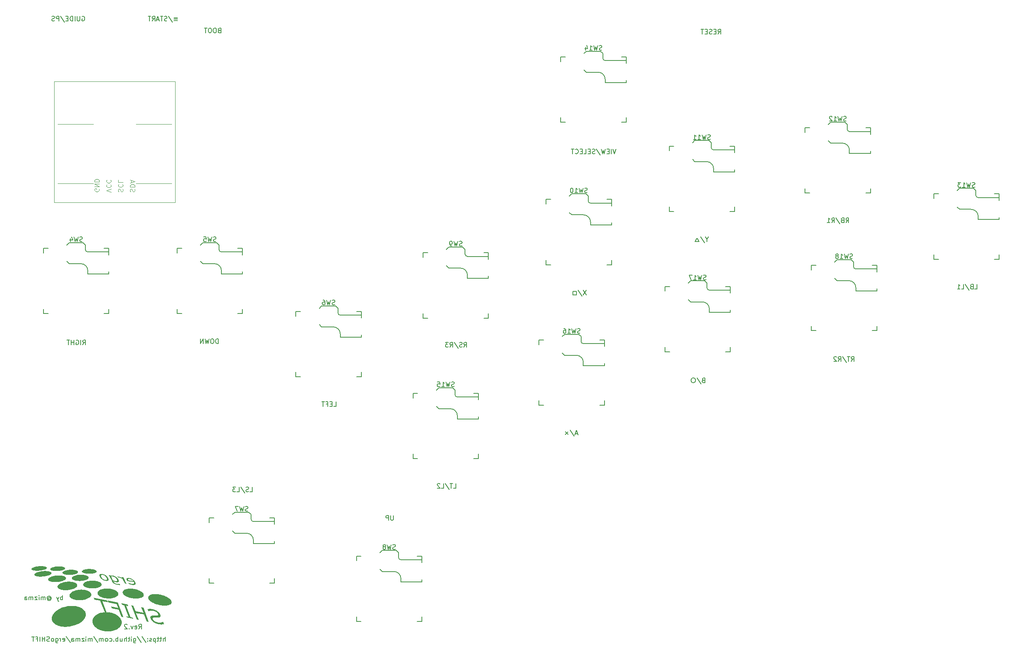
<source format=gbo>
G04 #@! TF.GenerationSoftware,KiCad,Pcbnew,7.0.9*
G04 #@! TF.CreationDate,2023-12-23T20:10:05+09:00*
G04 #@! TF.ProjectId,ergoSHIFT-rev2-kicad,6572676f-5348-4494-9654-2d726576322d,rev?*
G04 #@! TF.SameCoordinates,Original*
G04 #@! TF.FileFunction,Legend,Bot*
G04 #@! TF.FilePolarity,Positive*
%FSLAX46Y46*%
G04 Gerber Fmt 4.6, Leading zero omitted, Abs format (unit mm)*
G04 Created by KiCad (PCBNEW 7.0.9) date 2023-12-23 20:10:05*
%MOMM*%
%LPD*%
G01*
G04 APERTURE LIST*
%ADD10C,0.000000*%
%ADD11C,0.150000*%
%ADD12C,0.100000*%
%ADD13C,0.650000*%
%ADD14O,1.000000X2.100000*%
%ADD15O,1.000000X1.600000*%
%ADD16C,1.524000*%
%ADD17C,1.800000*%
%ADD18C,1.701800*%
%ADD19C,3.000000*%
%ADD20C,3.429000*%
%ADD21R,2.600000X2.600000*%
%ADD22C,2.032000*%
%ADD23C,1.448000*%
%ADD24C,1.500000*%
%ADD25C,2.000000*%
G04 APERTURE END LIST*
D10*
G36*
X80668302Y-176056634D02*
G01*
X80697529Y-176058092D01*
X80722404Y-176059615D01*
X80742927Y-176061202D01*
X80752701Y-176061868D01*
X80763989Y-176062871D01*
X80791107Y-176065891D01*
X80824282Y-176070260D01*
X80863514Y-176075980D01*
X80902184Y-176082518D01*
X80941437Y-176090518D01*
X80981272Y-176099980D01*
X81021689Y-176110904D01*
X81062689Y-176123290D01*
X81104271Y-176137137D01*
X81146435Y-176152447D01*
X81189182Y-176169219D01*
X81232879Y-176187490D01*
X81279069Y-176208055D01*
X81327753Y-176230913D01*
X81378929Y-176256064D01*
X81432599Y-176283508D01*
X81488761Y-176313246D01*
X81547417Y-176345277D01*
X81608566Y-176379602D01*
X81505174Y-176173074D01*
X81829454Y-176222143D01*
X82529394Y-177620274D01*
X82205114Y-177571205D01*
X81708200Y-176578619D01*
X81666366Y-176555063D01*
X81624659Y-176532357D01*
X81583079Y-176510502D01*
X81541626Y-176489497D01*
X81500300Y-176469344D01*
X81459101Y-176450041D01*
X81418028Y-176431588D01*
X81377083Y-176413987D01*
X81336264Y-176397236D01*
X81295886Y-176381961D01*
X81255948Y-176368164D01*
X81216450Y-176355842D01*
X81177392Y-176344997D01*
X81138775Y-176335629D01*
X81100598Y-176327738D01*
X81062862Y-176321323D01*
X81018103Y-176314911D01*
X80997083Y-176312183D01*
X80976969Y-176309772D01*
X80957763Y-176307679D01*
X80939462Y-176305904D01*
X80922069Y-176304446D01*
X80905582Y-176303307D01*
X80888964Y-176302058D01*
X80872356Y-176301027D01*
X80855758Y-176300215D01*
X80839169Y-176299621D01*
X80822591Y-176299245D01*
X80806022Y-176299087D01*
X80789462Y-176299148D01*
X80772913Y-176299427D01*
X80755665Y-176296817D01*
X80634723Y-176055240D01*
X80668302Y-176056634D01*
G37*
G36*
X80704372Y-181641198D02*
G01*
X81872226Y-184714180D01*
X81422905Y-184625887D01*
X80860546Y-183146150D01*
X79392299Y-182857639D01*
X79254259Y-182494411D01*
X80722505Y-182782924D01*
X80393089Y-181916131D01*
X78684296Y-181580352D01*
X78546258Y-181217126D01*
X80704372Y-181641198D01*
G37*
G36*
X88896963Y-179815316D02*
G01*
X89133889Y-179831006D01*
X89378970Y-179858776D01*
X89630846Y-179898888D01*
X89888159Y-179951605D01*
X90016898Y-179982399D01*
X90143439Y-180015606D01*
X90267637Y-180051122D01*
X90389348Y-180088841D01*
X90508426Y-180128659D01*
X90624726Y-180170472D01*
X90738103Y-180214175D01*
X90848411Y-180259663D01*
X90955506Y-180306833D01*
X91059243Y-180355579D01*
X91159476Y-180405797D01*
X91256060Y-180457383D01*
X91348850Y-180510231D01*
X91437701Y-180564238D01*
X91522468Y-180619299D01*
X91603006Y-180675309D01*
X91679169Y-180732164D01*
X91750813Y-180789759D01*
X91817791Y-180847989D01*
X91879960Y-180906751D01*
X91937175Y-180965940D01*
X91989288Y-181025451D01*
X92036157Y-181085179D01*
X92077635Y-181145021D01*
X92113578Y-181204871D01*
X92143840Y-181264625D01*
X92168277Y-181324178D01*
X92186742Y-181383427D01*
X92199092Y-181442266D01*
X92205180Y-181500591D01*
X92204862Y-181558297D01*
X92197993Y-181615280D01*
X92184600Y-181670777D01*
X92164921Y-181724075D01*
X92139128Y-181775140D01*
X92107388Y-181823939D01*
X92069873Y-181870441D01*
X92026751Y-181914611D01*
X91924370Y-181995828D01*
X91801604Y-182067327D01*
X91659812Y-182128846D01*
X91500352Y-182180122D01*
X91324583Y-182220894D01*
X91133865Y-182250898D01*
X90929557Y-182269872D01*
X90713017Y-182277553D01*
X90485605Y-182273680D01*
X90248679Y-182257990D01*
X90003599Y-182230220D01*
X89751722Y-182190108D01*
X89494410Y-182137392D01*
X89365671Y-182106598D01*
X89239130Y-182073390D01*
X89114931Y-182037875D01*
X88993220Y-182000156D01*
X88874142Y-181960338D01*
X88757842Y-181918525D01*
X88644465Y-181874822D01*
X88534157Y-181829333D01*
X88427062Y-181782163D01*
X88323325Y-181733417D01*
X88223092Y-181683199D01*
X88126508Y-181631614D01*
X88033718Y-181578765D01*
X87944867Y-181524758D01*
X87860100Y-181469698D01*
X87779562Y-181413687D01*
X87703399Y-181356833D01*
X87631755Y-181299238D01*
X87564777Y-181241007D01*
X87502608Y-181182245D01*
X87445394Y-181123056D01*
X87393280Y-181063545D01*
X87346411Y-181003817D01*
X87304933Y-180943975D01*
X87268990Y-180884125D01*
X87238728Y-180824372D01*
X87214291Y-180764818D01*
X87195826Y-180705570D01*
X87183477Y-180646731D01*
X87177388Y-180588406D01*
X87177706Y-180530700D01*
X87184576Y-180473718D01*
X87197969Y-180418220D01*
X87217647Y-180364922D01*
X87243441Y-180313857D01*
X87275180Y-180265058D01*
X87312696Y-180218556D01*
X87355817Y-180174386D01*
X87458198Y-180093169D01*
X87580964Y-180021670D01*
X87722757Y-179960151D01*
X87882217Y-179908874D01*
X88057985Y-179868103D01*
X88248703Y-179838099D01*
X88453011Y-179819125D01*
X88669551Y-179811443D01*
X88896963Y-179815316D01*
G37*
G36*
X70329059Y-177158165D02*
G01*
X70430583Y-177161381D01*
X70530185Y-177166779D01*
X70627729Y-177174313D01*
X70723075Y-177183940D01*
X70816086Y-177195615D01*
X70906624Y-177209293D01*
X70994552Y-177224931D01*
X71079731Y-177242484D01*
X71162023Y-177261908D01*
X71241291Y-177283159D01*
X71317396Y-177306192D01*
X71390201Y-177330963D01*
X71459568Y-177357429D01*
X71525358Y-177385543D01*
X71587435Y-177415263D01*
X71645659Y-177446544D01*
X71699893Y-177479342D01*
X71750000Y-177513612D01*
X71795840Y-177549310D01*
X71837278Y-177586393D01*
X71874173Y-177624815D01*
X71906389Y-177664532D01*
X71933787Y-177705500D01*
X71956230Y-177747676D01*
X71973580Y-177791013D01*
X71985699Y-177835469D01*
X71992449Y-177880999D01*
X71993688Y-177927010D01*
X71989454Y-177972894D01*
X71979873Y-178018582D01*
X71965075Y-178064007D01*
X71945188Y-178109102D01*
X71920339Y-178153800D01*
X71856270Y-178241732D01*
X71773894Y-178327263D01*
X71674235Y-178409853D01*
X71558320Y-178488963D01*
X71427173Y-178564052D01*
X71281820Y-178634581D01*
X71123286Y-178700009D01*
X70952597Y-178759796D01*
X70770777Y-178813403D01*
X70578852Y-178860290D01*
X70377847Y-178899916D01*
X70168788Y-178931742D01*
X69952699Y-178955227D01*
X69843639Y-178963578D01*
X69735810Y-178969528D01*
X69629350Y-178973119D01*
X69524398Y-178974397D01*
X69421091Y-178973405D01*
X69319568Y-178970188D01*
X69219966Y-178964791D01*
X69122422Y-178957256D01*
X69027076Y-178947630D01*
X68934065Y-178935955D01*
X68843527Y-178922277D01*
X68755599Y-178906639D01*
X68670420Y-178889085D01*
X68588128Y-178869661D01*
X68508860Y-178848410D01*
X68432754Y-178825377D01*
X68359949Y-178800606D01*
X68290583Y-178774141D01*
X68224792Y-178746026D01*
X68162716Y-178716306D01*
X68104491Y-178685025D01*
X68050257Y-178652227D01*
X68000150Y-178617957D01*
X67954309Y-178582258D01*
X67912872Y-178545176D01*
X67875976Y-178506754D01*
X67843760Y-178467037D01*
X67816362Y-178426068D01*
X67793918Y-178383893D01*
X67776568Y-178340555D01*
X67764449Y-178296099D01*
X67757700Y-178250569D01*
X67756460Y-178204558D01*
X67760695Y-178158675D01*
X67770276Y-178112987D01*
X67785074Y-178067562D01*
X67804961Y-178022467D01*
X67829810Y-177977769D01*
X67893880Y-177889838D01*
X67976256Y-177804306D01*
X68075915Y-177721716D01*
X68191830Y-177642606D01*
X68322977Y-177567517D01*
X68468330Y-177496989D01*
X68626864Y-177431561D01*
X68797554Y-177371773D01*
X68979374Y-177318166D01*
X69171299Y-177271280D01*
X69372304Y-177231654D01*
X69581363Y-177199828D01*
X69797451Y-177176343D01*
X69906512Y-177167991D01*
X70014341Y-177162042D01*
X70120800Y-177158451D01*
X70225753Y-177157173D01*
X70329059Y-177158165D01*
G37*
G36*
X83692338Y-178651347D02*
G01*
X83918732Y-178671940D01*
X84149991Y-178703645D01*
X84265685Y-178723523D01*
X84379399Y-178745733D01*
X84491002Y-178770187D01*
X84600363Y-178796801D01*
X84707353Y-178825488D01*
X84811842Y-178856163D01*
X84913698Y-178888740D01*
X85012792Y-178923132D01*
X85108993Y-178959255D01*
X85202171Y-178997021D01*
X85292197Y-179036346D01*
X85378938Y-179077143D01*
X85462266Y-179119327D01*
X85542050Y-179162811D01*
X85618159Y-179207510D01*
X85690464Y-179253339D01*
X85758834Y-179300210D01*
X85823138Y-179348039D01*
X85883248Y-179396739D01*
X85939031Y-179446225D01*
X85990358Y-179496410D01*
X86037099Y-179547209D01*
X86079123Y-179598537D01*
X86116300Y-179650306D01*
X86148500Y-179702432D01*
X86175592Y-179754828D01*
X86197447Y-179807409D01*
X86213933Y-179860088D01*
X86224921Y-179912781D01*
X86230280Y-179965400D01*
X86229881Y-180017861D01*
X86223592Y-180070077D01*
X86211440Y-180121354D01*
X86193641Y-180171027D01*
X86170348Y-180219057D01*
X86141713Y-180265402D01*
X86107890Y-180310023D01*
X86069030Y-180352878D01*
X85976815Y-180433130D01*
X85866289Y-180505836D01*
X85738675Y-180570669D01*
X85595196Y-180627307D01*
X85437074Y-180675426D01*
X85265531Y-180714700D01*
X85081790Y-180744807D01*
X84887074Y-180765423D01*
X84682605Y-180776222D01*
X84469604Y-180776881D01*
X84249296Y-180767077D01*
X84022901Y-180746484D01*
X83791643Y-180714779D01*
X83675948Y-180694901D01*
X83562234Y-180672691D01*
X83450631Y-180648237D01*
X83341270Y-180621623D01*
X83234279Y-180592936D01*
X83129791Y-180562261D01*
X83027934Y-180529684D01*
X82928840Y-180495292D01*
X82832639Y-180459170D01*
X82739460Y-180421403D01*
X82649435Y-180382079D01*
X82562693Y-180341282D01*
X82479365Y-180299098D01*
X82399581Y-180255613D01*
X82323472Y-180210914D01*
X82251167Y-180165086D01*
X82182797Y-180118214D01*
X82118492Y-180070386D01*
X82058383Y-180021686D01*
X82002600Y-179972200D01*
X81951273Y-179922014D01*
X81904532Y-179871215D01*
X81862508Y-179819888D01*
X81825331Y-179768118D01*
X81793131Y-179715993D01*
X81766039Y-179663596D01*
X81744184Y-179611016D01*
X81727698Y-179558336D01*
X81716710Y-179505644D01*
X81711351Y-179453024D01*
X81711751Y-179400563D01*
X81718040Y-179348348D01*
X81730192Y-179297071D01*
X81747991Y-179247397D01*
X81771284Y-179199367D01*
X81799918Y-179153022D01*
X81833742Y-179108401D01*
X81872601Y-179065546D01*
X81964817Y-178985294D01*
X82075343Y-178912589D01*
X82202957Y-178847755D01*
X82346436Y-178791117D01*
X82504558Y-178742999D01*
X82676101Y-178703724D01*
X82859842Y-178673617D01*
X83054558Y-178653002D01*
X83259028Y-178642202D01*
X83472029Y-178641543D01*
X83692338Y-178651347D01*
G37*
G36*
X72879169Y-175670205D02*
G01*
X72968406Y-175672930D01*
X73056130Y-175677283D01*
X73142227Y-175683225D01*
X73226583Y-175690721D01*
X73309081Y-175699731D01*
X73389606Y-175710218D01*
X73468045Y-175722144D01*
X73544282Y-175735472D01*
X73618202Y-175750163D01*
X73689690Y-175766181D01*
X73758631Y-175783487D01*
X73824911Y-175802044D01*
X73888414Y-175821814D01*
X73949025Y-175842760D01*
X74006629Y-175864843D01*
X74061112Y-175888026D01*
X74112358Y-175912271D01*
X74160253Y-175937540D01*
X74204682Y-175963796D01*
X74245529Y-175991002D01*
X74282679Y-176019118D01*
X74316019Y-176048108D01*
X74345432Y-176077935D01*
X74370804Y-176108559D01*
X74392020Y-176139944D01*
X74408965Y-176172052D01*
X74421524Y-176204844D01*
X74429581Y-176238285D01*
X74433023Y-176272334D01*
X74431759Y-176306549D01*
X74425850Y-176340476D01*
X74415410Y-176374072D01*
X74400549Y-176407289D01*
X74381381Y-176440084D01*
X74358017Y-176472409D01*
X74299153Y-176535470D01*
X74224854Y-176596108D01*
X74136020Y-176653956D01*
X74033549Y-176708650D01*
X73918339Y-176759826D01*
X73791289Y-176807116D01*
X73653296Y-176850158D01*
X73505259Y-176888585D01*
X73348077Y-176922032D01*
X73182647Y-176950135D01*
X73009868Y-176972527D01*
X72830638Y-176988845D01*
X72645857Y-176998722D01*
X72552773Y-177001107D01*
X72460857Y-177001751D01*
X72370223Y-177000692D01*
X72280986Y-176997967D01*
X72193261Y-176993614D01*
X72107164Y-176987671D01*
X72022809Y-176980176D01*
X71940311Y-176971166D01*
X71859785Y-176960679D01*
X71781347Y-176948752D01*
X71705110Y-176935425D01*
X71631190Y-176920733D01*
X71559702Y-176904715D01*
X71490760Y-176887409D01*
X71424481Y-176868852D01*
X71360978Y-176849082D01*
X71300367Y-176828137D01*
X71242762Y-176806054D01*
X71188280Y-176782871D01*
X71137033Y-176758626D01*
X71089138Y-176733356D01*
X71044710Y-176707100D01*
X71003863Y-176679895D01*
X70966712Y-176651778D01*
X70933372Y-176622788D01*
X70903959Y-176592962D01*
X70878587Y-176562337D01*
X70857371Y-176530952D01*
X70840426Y-176498845D01*
X70827868Y-176466052D01*
X70819810Y-176432612D01*
X70816368Y-176398562D01*
X70817632Y-176364348D01*
X70823541Y-176330420D01*
X70833981Y-176296825D01*
X70848842Y-176263607D01*
X70868011Y-176230812D01*
X70891374Y-176198487D01*
X70950239Y-176135426D01*
X71024537Y-176074789D01*
X71113371Y-176016940D01*
X71215842Y-175962246D01*
X71331052Y-175911071D01*
X71458103Y-175863780D01*
X71596096Y-175820738D01*
X71744133Y-175782311D01*
X71901315Y-175748864D01*
X72066745Y-175720762D01*
X72239524Y-175698369D01*
X72418753Y-175682051D01*
X72603534Y-175672174D01*
X72696618Y-175669789D01*
X72788535Y-175669145D01*
X72879169Y-175670205D01*
G37*
G36*
X75341637Y-176937011D02*
G01*
X75441951Y-176940215D01*
X75540807Y-176945491D01*
X75638080Y-176952786D01*
X75733646Y-176962050D01*
X75827382Y-176973229D01*
X75919162Y-176986272D01*
X76008864Y-177001127D01*
X76096362Y-177017740D01*
X76181533Y-177036061D01*
X76264253Y-177056037D01*
X76344397Y-177077616D01*
X76421841Y-177100746D01*
X76496462Y-177125375D01*
X76568135Y-177151450D01*
X76636736Y-177178920D01*
X76702140Y-177207731D01*
X76764225Y-177237834D01*
X76822865Y-177269174D01*
X76877937Y-177301700D01*
X76929316Y-177335360D01*
X76976879Y-177370102D01*
X77020501Y-177405873D01*
X77060058Y-177442622D01*
X77095426Y-177480296D01*
X77126481Y-177518843D01*
X77153099Y-177558212D01*
X77175156Y-177598349D01*
X77192527Y-177639203D01*
X77205089Y-177680722D01*
X77212717Y-177722853D01*
X77215287Y-177765545D01*
X77212717Y-177808237D01*
X77205089Y-177850368D01*
X77192527Y-177891887D01*
X77175156Y-177932741D01*
X77153099Y-177972878D01*
X77126481Y-178012247D01*
X77060058Y-178088468D01*
X76976879Y-178160988D01*
X76877937Y-178229390D01*
X76764225Y-178293257D01*
X76636736Y-178352171D01*
X76496462Y-178405716D01*
X76344397Y-178453474D01*
X76181533Y-178495029D01*
X76008864Y-178529964D01*
X75827382Y-178557862D01*
X75638080Y-178578305D01*
X75441951Y-178590876D01*
X75239988Y-178595159D01*
X75138339Y-178594080D01*
X75038025Y-178590876D01*
X74939169Y-178585600D01*
X74841896Y-178578305D01*
X74746329Y-178569041D01*
X74652594Y-178557862D01*
X74560813Y-178544819D01*
X74471112Y-178529964D01*
X74383613Y-178513350D01*
X74298442Y-178495029D01*
X74215723Y-178475053D01*
X74135579Y-178453474D01*
X74058134Y-178430344D01*
X73983513Y-178405716D01*
X73911841Y-178379641D01*
X73843240Y-178352171D01*
X73777835Y-178323359D01*
X73715750Y-178293257D01*
X73657110Y-178261916D01*
X73602038Y-178229390D01*
X73550659Y-178195730D01*
X73503096Y-178160988D01*
X73459474Y-178125217D01*
X73419917Y-178088468D01*
X73384549Y-178050794D01*
X73353494Y-178012247D01*
X73326876Y-177972878D01*
X73304819Y-177932741D01*
X73287448Y-177891887D01*
X73274886Y-177850368D01*
X73267258Y-177808237D01*
X73264688Y-177765545D01*
X73267258Y-177722853D01*
X73274886Y-177680722D01*
X73287448Y-177639203D01*
X73304819Y-177598349D01*
X73326876Y-177558212D01*
X73353494Y-177518843D01*
X73419917Y-177442622D01*
X73503096Y-177370102D01*
X73602038Y-177301700D01*
X73715750Y-177237834D01*
X73843240Y-177178920D01*
X73983513Y-177125375D01*
X74135579Y-177077616D01*
X74298442Y-177036061D01*
X74471112Y-177001127D01*
X74652594Y-176973229D01*
X74841896Y-176952786D01*
X75038025Y-176940215D01*
X75239988Y-176935932D01*
X75341637Y-176937011D01*
G37*
G36*
X84298640Y-177064054D02*
G01*
X84326647Y-177103319D01*
X84353201Y-177143385D01*
X84378299Y-177184253D01*
X84401943Y-177225921D01*
X84424133Y-177268391D01*
X84444470Y-177310955D01*
X84462088Y-177351969D01*
X84476988Y-177391433D01*
X84483418Y-177410584D01*
X84489168Y-177429347D01*
X84494238Y-177447722D01*
X84498629Y-177465710D01*
X84502340Y-177483311D01*
X84505371Y-177500523D01*
X84507723Y-177517349D01*
X84509394Y-177533786D01*
X84510386Y-177549837D01*
X84510698Y-177565499D01*
X84510331Y-177580774D01*
X84509283Y-177595662D01*
X84507556Y-177610162D01*
X84505149Y-177624274D01*
X84502063Y-177637999D01*
X84498296Y-177651336D01*
X84493850Y-177664286D01*
X84488724Y-177676848D01*
X84482918Y-177689023D01*
X84476433Y-177700810D01*
X84469268Y-177712210D01*
X84461422Y-177723222D01*
X84452898Y-177733846D01*
X84443693Y-177744083D01*
X84433809Y-177753933D01*
X84423245Y-177763394D01*
X84400169Y-177780916D01*
X84374715Y-177796722D01*
X84346883Y-177810812D01*
X84316673Y-177823187D01*
X84284084Y-177833847D01*
X84249117Y-177842790D01*
X84211771Y-177850019D01*
X84172047Y-177855531D01*
X84129945Y-177859328D01*
X84085465Y-177861410D01*
X84038606Y-177861776D01*
X83989369Y-177860426D01*
X83937754Y-177857361D01*
X83883760Y-177852580D01*
X83827388Y-177846083D01*
X83768637Y-177837871D01*
X83721639Y-177830272D01*
X83674651Y-177821698D01*
X83627674Y-177812149D01*
X83580707Y-177801626D01*
X83533750Y-177790128D01*
X83486803Y-177777656D01*
X83439867Y-177764209D01*
X83392940Y-177749787D01*
X83299022Y-177719019D01*
X83204946Y-177686346D01*
X83110716Y-177651770D01*
X83016330Y-177615290D01*
X82887871Y-177358694D01*
X82905119Y-177361304D01*
X82934966Y-177378583D01*
X82968465Y-177396485D01*
X83005614Y-177415013D01*
X83046413Y-177434165D01*
X83090864Y-177453942D01*
X83138965Y-177474344D01*
X83190717Y-177495370D01*
X83246120Y-177517021D01*
X83302294Y-177537722D01*
X83357532Y-177556655D01*
X83411834Y-177573820D01*
X83465202Y-177589216D01*
X83517634Y-177602843D01*
X83569132Y-177614703D01*
X83619694Y-177624794D01*
X83669321Y-177633117D01*
X83705793Y-177638202D01*
X83741041Y-177642233D01*
X83775064Y-177645213D01*
X83807863Y-177647139D01*
X83839437Y-177648012D01*
X83869787Y-177647833D01*
X83898912Y-177646600D01*
X83926813Y-177644315D01*
X83940055Y-177642739D01*
X83952923Y-177640891D01*
X83965418Y-177638768D01*
X83977540Y-177636373D01*
X83989287Y-177633704D01*
X84000661Y-177630761D01*
X84011662Y-177627545D01*
X84022289Y-177624056D01*
X84032542Y-177620293D01*
X84042422Y-177616256D01*
X84051928Y-177611947D01*
X84061061Y-177607364D01*
X84069820Y-177602507D01*
X84078206Y-177597377D01*
X84086218Y-177591973D01*
X84093857Y-177586296D01*
X84101441Y-177580236D01*
X84108583Y-177573865D01*
X84115282Y-177567183D01*
X84121540Y-177560190D01*
X84127356Y-177552886D01*
X84132729Y-177545271D01*
X84137660Y-177537346D01*
X84142149Y-177529109D01*
X84146196Y-177520561D01*
X84149801Y-177511703D01*
X84152963Y-177502533D01*
X84155684Y-177493053D01*
X84157962Y-177483261D01*
X84159798Y-177473159D01*
X84161192Y-177462746D01*
X84162143Y-177452022D01*
X84162524Y-177440827D01*
X84162359Y-177429314D01*
X84161650Y-177417485D01*
X84160395Y-177405337D01*
X84158595Y-177392873D01*
X84156250Y-177380090D01*
X84153361Y-177366991D01*
X84149926Y-177353574D01*
X84145946Y-177339839D01*
X84141420Y-177325787D01*
X84136350Y-177311418D01*
X84130735Y-177296731D01*
X84124575Y-177281727D01*
X84117870Y-177266405D01*
X84110619Y-177250766D01*
X84102824Y-177234809D01*
X82683239Y-177020004D01*
X82619323Y-176892331D01*
X82601390Y-176854980D01*
X82585657Y-176818964D01*
X82572126Y-176784285D01*
X82560795Y-176750942D01*
X82551665Y-176718936D01*
X82550092Y-176711974D01*
X82859388Y-176711974D01*
X82859615Y-176728263D01*
X82861154Y-176745357D01*
X82864005Y-176763254D01*
X82868168Y-176781955D01*
X82873642Y-176801461D01*
X82880428Y-176821770D01*
X82888527Y-176842884D01*
X82897937Y-176864801D01*
X82908659Y-176887523D01*
X84012590Y-177054566D01*
X83999250Y-177033653D01*
X83985082Y-177013005D01*
X83970088Y-176992619D01*
X83954266Y-176972497D01*
X83937618Y-176952638D01*
X83920142Y-176933043D01*
X83901839Y-176913712D01*
X83882709Y-176894643D01*
X83862752Y-176875839D01*
X83841968Y-176857297D01*
X83820356Y-176839020D01*
X83797918Y-176821005D01*
X83774652Y-176803254D01*
X83750559Y-176785767D01*
X83725639Y-176768543D01*
X83699892Y-176751582D01*
X83673322Y-176735094D01*
X83646366Y-176719352D01*
X83619024Y-176704355D01*
X83591296Y-176690104D01*
X83563181Y-176676600D01*
X83534680Y-176663841D01*
X83505793Y-176651828D01*
X83476520Y-176640562D01*
X83446860Y-176630041D01*
X83416814Y-176620266D01*
X83386381Y-176611237D01*
X83355562Y-176602954D01*
X83324357Y-176595416D01*
X83292766Y-176588625D01*
X83260788Y-176582580D01*
X83228424Y-176577280D01*
X83196799Y-176572861D01*
X83166609Y-176569391D01*
X83137852Y-176566870D01*
X83110530Y-176565297D01*
X83084642Y-176564675D01*
X83060187Y-176565001D01*
X83037168Y-176566276D01*
X83015582Y-176568500D01*
X82995430Y-176571674D01*
X82976713Y-176575796D01*
X82967892Y-176578213D01*
X82959430Y-176580868D01*
X82951326Y-176583760D01*
X82943581Y-176586888D01*
X82936194Y-176590255D01*
X82929166Y-176593858D01*
X82922496Y-176597699D01*
X82916185Y-176601777D01*
X82910233Y-176606092D01*
X82904639Y-176610645D01*
X82899404Y-176615435D01*
X82894527Y-176620462D01*
X82885572Y-176631123D01*
X82877929Y-176642588D01*
X82871597Y-176654857D01*
X82866577Y-176667930D01*
X82862869Y-176681808D01*
X82860473Y-176696489D01*
X82859388Y-176711974D01*
X82550092Y-176711974D01*
X82544737Y-176688265D01*
X82542098Y-176673431D01*
X82540009Y-176658931D01*
X82538470Y-176644765D01*
X82537482Y-176630933D01*
X82537044Y-176617435D01*
X82537156Y-176604271D01*
X82537818Y-176591441D01*
X82539031Y-176578946D01*
X82540794Y-176566784D01*
X82543107Y-176554957D01*
X82545970Y-176543463D01*
X82549384Y-176532304D01*
X82553348Y-176521478D01*
X82557862Y-176510987D01*
X82562926Y-176500830D01*
X82568540Y-176491007D01*
X82574705Y-176481518D01*
X82581420Y-176472362D01*
X82588685Y-176463542D01*
X82596500Y-176455055D01*
X82613489Y-176439133D01*
X82632526Y-176424715D01*
X82653611Y-176411800D01*
X82676743Y-176400387D01*
X82701923Y-176390478D01*
X82729150Y-176382071D01*
X82758426Y-176375167D01*
X82789749Y-176369766D01*
X82823119Y-176365868D01*
X82858538Y-176363473D01*
X82896004Y-176362580D01*
X82935517Y-176363191D01*
X82977078Y-176365304D01*
X83020687Y-176368920D01*
X83066344Y-176374039D01*
X83114048Y-176380661D01*
X83166418Y-176389313D01*
X83218309Y-176399348D01*
X83269722Y-176410765D01*
X83320656Y-176423565D01*
X83371112Y-176437748D01*
X83421090Y-176453314D01*
X83470588Y-176470262D01*
X83519609Y-176488593D01*
X83568150Y-176508306D01*
X83616213Y-176529403D01*
X83663798Y-176551882D01*
X83710904Y-176575744D01*
X83757531Y-176600988D01*
X83803680Y-176627615D01*
X83849350Y-176655625D01*
X83894541Y-176685018D01*
X83938551Y-176715470D01*
X83981106Y-176746723D01*
X84022207Y-176778778D01*
X84061852Y-176811633D01*
X84100043Y-176845290D01*
X84136780Y-176879748D01*
X84172061Y-176915007D01*
X84205888Y-176951067D01*
X84238260Y-176987928D01*
X84269177Y-177025591D01*
X84291371Y-177054566D01*
X84298640Y-177064054D01*
G37*
G36*
X78691942Y-176612232D02*
G01*
X78697490Y-176645794D01*
X78699351Y-176662047D01*
X78700603Y-176677948D01*
X78701246Y-176693497D01*
X78701280Y-176708693D01*
X78700704Y-176723538D01*
X78699520Y-176738031D01*
X78697727Y-176752172D01*
X78695324Y-176765961D01*
X78692313Y-176779398D01*
X78688693Y-176792482D01*
X78684463Y-176805215D01*
X78679625Y-176817596D01*
X78674177Y-176829625D01*
X78668121Y-176841302D01*
X78661455Y-176852627D01*
X78654181Y-176863600D01*
X78646297Y-176874221D01*
X78637805Y-176884489D01*
X78618955Y-176903771D01*
X78598024Y-176921310D01*
X78575013Y-176937106D01*
X78549921Y-176951160D01*
X78522748Y-176963470D01*
X78493495Y-176974038D01*
X78462161Y-176982863D01*
X78428746Y-176989944D01*
X78393251Y-176995284D01*
X78355675Y-176998880D01*
X78316019Y-177000733D01*
X78274282Y-177000844D01*
X78230464Y-176999211D01*
X78184566Y-176995836D01*
X78136587Y-176990718D01*
X78086528Y-176983858D01*
X78036112Y-176975515D01*
X77986204Y-176965821D01*
X77936802Y-176954775D01*
X77887906Y-176942378D01*
X77839518Y-176928630D01*
X77791636Y-176913531D01*
X77744261Y-176897080D01*
X77697392Y-176879278D01*
X77651031Y-176860125D01*
X77605176Y-176839620D01*
X77559827Y-176817764D01*
X77514986Y-176794557D01*
X77470651Y-176769999D01*
X77426822Y-176744089D01*
X77383501Y-176716827D01*
X77340686Y-176688215D01*
X77298786Y-176658507D01*
X77258210Y-176627960D01*
X77218957Y-176596574D01*
X77181029Y-176564349D01*
X77144424Y-176531285D01*
X77109142Y-176497381D01*
X77075184Y-176462639D01*
X77042550Y-176427058D01*
X77011240Y-176390637D01*
X76981253Y-176353378D01*
X76952590Y-176315279D01*
X76925250Y-176276341D01*
X76899234Y-176236564D01*
X76874541Y-176195948D01*
X76851172Y-176154493D01*
X76829127Y-176112199D01*
X76808968Y-176070190D01*
X76791259Y-176029591D01*
X76775999Y-175990403D01*
X76763189Y-175952624D01*
X76752828Y-175916255D01*
X76746149Y-175886742D01*
X77078470Y-175886742D01*
X77079377Y-175908643D01*
X77081978Y-175931812D01*
X77086272Y-175956250D01*
X77092260Y-175981956D01*
X77099941Y-176008931D01*
X77109317Y-176037175D01*
X77120386Y-176066687D01*
X77133149Y-176097467D01*
X77147606Y-176129516D01*
X77163756Y-176162834D01*
X77180687Y-176195582D01*
X77198267Y-176227490D01*
X77216497Y-176258555D01*
X77235377Y-176288779D01*
X77254907Y-176318161D01*
X77275086Y-176346702D01*
X77295915Y-176374401D01*
X77317394Y-176401258D01*
X77339523Y-176427274D01*
X77362302Y-176452448D01*
X77385730Y-176476781D01*
X77409808Y-176500272D01*
X77434536Y-176522921D01*
X77459913Y-176544728D01*
X77485941Y-176565694D01*
X77512618Y-176585819D01*
X77539502Y-176604876D01*
X77566738Y-176623020D01*
X77594326Y-176640250D01*
X77622267Y-176656566D01*
X77650559Y-176671969D01*
X77679203Y-176686457D01*
X77708200Y-176700032D01*
X77737549Y-176712693D01*
X77767250Y-176724441D01*
X77797303Y-176735274D01*
X77827708Y-176745194D01*
X77858465Y-176754200D01*
X77889574Y-176762292D01*
X77921035Y-176769470D01*
X77952849Y-176775735D01*
X77985015Y-176781085D01*
X78017072Y-176785448D01*
X78047697Y-176788618D01*
X78076891Y-176790595D01*
X78104653Y-176791379D01*
X78130984Y-176790971D01*
X78155883Y-176789370D01*
X78167796Y-176788122D01*
X78179350Y-176786576D01*
X78190547Y-176784732D01*
X78201386Y-176782590D01*
X78211868Y-176780149D01*
X78221991Y-176777411D01*
X78231756Y-176774374D01*
X78241164Y-176771039D01*
X78250213Y-176767406D01*
X78258905Y-176763474D01*
X78267239Y-176759245D01*
X78275215Y-176754717D01*
X78282833Y-176749891D01*
X78290093Y-176744767D01*
X78296995Y-176739345D01*
X78303540Y-176733624D01*
X78309726Y-176727605D01*
X78315555Y-176721289D01*
X78321025Y-176714673D01*
X78326138Y-176707760D01*
X78335107Y-176692899D01*
X78342437Y-176676876D01*
X78348126Y-176659693D01*
X78352176Y-176641349D01*
X78354585Y-176621844D01*
X78355355Y-176601177D01*
X78354485Y-176579350D01*
X78351975Y-176556362D01*
X78347826Y-176532213D01*
X78342036Y-176506902D01*
X78334607Y-176480431D01*
X78325537Y-176452799D01*
X78314828Y-176424006D01*
X78302479Y-176394051D01*
X78288489Y-176362936D01*
X78272860Y-176330659D01*
X78255571Y-176297169D01*
X78237698Y-176264604D01*
X78219242Y-176232961D01*
X78200202Y-176202243D01*
X78180578Y-176172449D01*
X78160371Y-176143579D01*
X78139580Y-176115632D01*
X78118206Y-176088610D01*
X78096248Y-176062512D01*
X78073706Y-176037337D01*
X78050580Y-176013086D01*
X78026871Y-175989760D01*
X78002578Y-175967357D01*
X77977702Y-175945878D01*
X77952242Y-175925323D01*
X77926198Y-175905692D01*
X77899369Y-175886784D01*
X77872143Y-175868773D01*
X77844520Y-175851660D01*
X77816499Y-175835444D01*
X77788081Y-175820127D01*
X77759265Y-175805707D01*
X77730052Y-175792186D01*
X77700442Y-175779562D01*
X77670434Y-175767836D01*
X77640028Y-175757008D01*
X77609226Y-175747078D01*
X77578025Y-175738045D01*
X77546428Y-175729911D01*
X77514432Y-175722674D01*
X77482040Y-175716336D01*
X77449250Y-175710895D01*
X77417397Y-175706554D01*
X77386952Y-175703385D01*
X77357915Y-175701386D01*
X77330287Y-175700559D01*
X77304067Y-175700903D01*
X77279256Y-175702417D01*
X77255853Y-175705103D01*
X77244679Y-175706886D01*
X77233858Y-175708961D01*
X77223388Y-175711328D01*
X77213271Y-175713989D01*
X77203506Y-175716942D01*
X77194093Y-175720188D01*
X77185032Y-175723727D01*
X77176323Y-175727558D01*
X77167966Y-175731683D01*
X77159961Y-175736100D01*
X77152308Y-175740810D01*
X77145008Y-175745812D01*
X77138059Y-175751108D01*
X77131463Y-175756696D01*
X77125218Y-175762577D01*
X77119326Y-175768751D01*
X77113786Y-175775217D01*
X77108597Y-175781976D01*
X77099342Y-175796266D01*
X77091780Y-175811824D01*
X77085912Y-175828651D01*
X77081738Y-175846746D01*
X77079257Y-175866109D01*
X77078470Y-175886742D01*
X76746149Y-175886742D01*
X76744917Y-175881296D01*
X76739456Y-175847748D01*
X76737644Y-175831502D01*
X76736444Y-175815609D01*
X76735857Y-175800069D01*
X76735882Y-175784881D01*
X76736519Y-175770045D01*
X76737769Y-175755562D01*
X76739631Y-175741432D01*
X76742106Y-175727654D01*
X76745193Y-175714229D01*
X76748893Y-175701156D01*
X76753204Y-175688435D01*
X76758129Y-175676067D01*
X76763665Y-175664052D01*
X76769814Y-175652389D01*
X76776575Y-175641078D01*
X76783949Y-175630120D01*
X76791935Y-175619515D01*
X76800534Y-175609262D01*
X76819295Y-175589827D01*
X76840115Y-175572140D01*
X76862993Y-175556202D01*
X76887930Y-175542013D01*
X76914925Y-175529572D01*
X76943979Y-175518879D01*
X76975091Y-175509935D01*
X77008262Y-175502740D01*
X77043491Y-175497293D01*
X77080779Y-175493594D01*
X77120126Y-175491644D01*
X77161531Y-175491443D01*
X77204995Y-175492990D01*
X77250517Y-175496286D01*
X77298098Y-175501330D01*
X77347737Y-175508123D01*
X77398573Y-175516534D01*
X77448879Y-175526301D01*
X77498658Y-175537426D01*
X77547907Y-175549908D01*
X77596627Y-175563747D01*
X77644819Y-175578943D01*
X77692482Y-175595496D01*
X77739616Y-175613406D01*
X77786221Y-175632673D01*
X77832298Y-175653297D01*
X77877846Y-175675278D01*
X77922865Y-175698616D01*
X77967355Y-175723311D01*
X78011316Y-175749363D01*
X78054749Y-175776772D01*
X78097653Y-175805538D01*
X78139344Y-175835214D01*
X78179725Y-175865731D01*
X78218796Y-175897090D01*
X78256557Y-175929290D01*
X78293007Y-175962331D01*
X78328148Y-175996213D01*
X78361978Y-176030936D01*
X78394498Y-176066500D01*
X78425707Y-176102906D01*
X78455607Y-176140152D01*
X78484196Y-176178240D01*
X78511476Y-176217169D01*
X78537445Y-176256939D01*
X78562104Y-176297549D01*
X78585453Y-176339001D01*
X78607491Y-176381295D01*
X78627656Y-176423304D01*
X78645386Y-176463906D01*
X78660679Y-176503100D01*
X78673536Y-176540885D01*
X78683957Y-176577263D01*
X78689417Y-176601177D01*
X78691942Y-176612232D01*
G37*
G36*
X78419167Y-181192153D02*
G01*
X78557210Y-181555381D01*
X77349934Y-181318151D01*
X78379748Y-184027906D01*
X77930426Y-183939613D01*
X76900613Y-181229857D01*
X75693338Y-180992627D01*
X75555296Y-180629400D01*
X78419167Y-181192153D01*
G37*
G36*
X78609948Y-178628013D02*
G01*
X78724405Y-178634962D01*
X78837227Y-178644545D01*
X78948278Y-178656689D01*
X79057420Y-178671321D01*
X79164517Y-178688368D01*
X79269432Y-178707757D01*
X79372029Y-178729414D01*
X79472172Y-178753266D01*
X79569723Y-178779240D01*
X79664546Y-178807262D01*
X79756504Y-178837260D01*
X79845462Y-178869160D01*
X79931281Y-178902888D01*
X80013826Y-178938373D01*
X80092960Y-178975539D01*
X80168547Y-179014315D01*
X80240449Y-179054627D01*
X80308531Y-179096401D01*
X80372655Y-179139564D01*
X80432686Y-179184044D01*
X80488485Y-179229766D01*
X80539918Y-179276658D01*
X80586846Y-179324647D01*
X80629135Y-179373658D01*
X80666646Y-179423620D01*
X80699244Y-179474458D01*
X80726792Y-179526099D01*
X80749153Y-179578470D01*
X80766190Y-179631499D01*
X80777768Y-179685111D01*
X80783749Y-179739233D01*
X80783996Y-179793793D01*
X80778453Y-179848070D01*
X80767245Y-179901356D01*
X80750517Y-179953591D01*
X80728412Y-180004715D01*
X80701072Y-180054668D01*
X80668641Y-180103391D01*
X80631262Y-180150824D01*
X80589077Y-180196907D01*
X80490864Y-180284788D01*
X80375147Y-180366554D01*
X80243070Y-180441730D01*
X80095778Y-180509838D01*
X79934415Y-180570401D01*
X79760126Y-180622942D01*
X79574055Y-180666983D01*
X79377348Y-180702048D01*
X79171148Y-180727660D01*
X78956599Y-180743341D01*
X78734848Y-180748614D01*
X78507037Y-180743002D01*
X78392580Y-180736054D01*
X78279758Y-180726471D01*
X78168707Y-180714327D01*
X78059565Y-180699695D01*
X77952468Y-180682648D01*
X77847553Y-180663259D01*
X77744956Y-180641602D01*
X77644813Y-180617750D01*
X77547262Y-180591777D01*
X77452439Y-180563754D01*
X77360481Y-180533756D01*
X77271523Y-180501857D01*
X77185704Y-180468128D01*
X77103158Y-180432644D01*
X77024024Y-180395477D01*
X76948437Y-180356701D01*
X76876535Y-180316390D01*
X76808453Y-180274616D01*
X76744329Y-180231452D01*
X76684298Y-180186973D01*
X76628499Y-180141250D01*
X76577066Y-180094358D01*
X76530137Y-180046370D01*
X76487848Y-179997359D01*
X76450337Y-179947397D01*
X76417739Y-179896559D01*
X76390191Y-179844918D01*
X76367830Y-179792546D01*
X76350792Y-179739518D01*
X76339215Y-179685906D01*
X76333234Y-179631784D01*
X76332986Y-179577225D01*
X76338529Y-179522947D01*
X76349737Y-179469661D01*
X76366465Y-179417426D01*
X76388571Y-179366302D01*
X76415911Y-179316349D01*
X76448342Y-179267626D01*
X76485722Y-179220193D01*
X76527906Y-179174109D01*
X76626120Y-179086229D01*
X76741837Y-179004462D01*
X76873914Y-178929286D01*
X77021207Y-178861178D01*
X77182570Y-178800615D01*
X77356859Y-178748074D01*
X77542929Y-178704033D01*
X77739637Y-178668967D01*
X77945837Y-178643356D01*
X78160386Y-178627675D01*
X78382137Y-178622402D01*
X78609948Y-178628013D01*
G37*
G36*
X80882936Y-176921877D02*
G01*
X80889534Y-176953976D01*
X80893977Y-176984681D01*
X80896266Y-177013995D01*
X80896602Y-177028129D01*
X80896400Y-177041915D01*
X80895660Y-177055353D01*
X80894380Y-177068444D01*
X80892562Y-177081185D01*
X80890206Y-177093579D01*
X80887311Y-177105625D01*
X80883877Y-177117322D01*
X80879905Y-177128672D01*
X80875394Y-177139673D01*
X80870345Y-177150326D01*
X80864757Y-177160631D01*
X80858630Y-177170588D01*
X80851965Y-177180197D01*
X80836897Y-177198090D01*
X80820019Y-177214407D01*
X80801331Y-177229149D01*
X80780833Y-177242316D01*
X80758525Y-177253908D01*
X80734407Y-177263924D01*
X80708480Y-177272365D01*
X80680742Y-177279230D01*
X80651195Y-177284520D01*
X80619837Y-177288235D01*
X80586670Y-177290375D01*
X80551693Y-177290939D01*
X80514905Y-177289927D01*
X80476308Y-177287341D01*
X80435901Y-177283179D01*
X80393684Y-177277441D01*
X80342773Y-177269141D01*
X80293533Y-177259901D01*
X80245964Y-177249720D01*
X80200068Y-177238600D01*
X80155843Y-177226540D01*
X80113291Y-177213540D01*
X80072410Y-177199599D01*
X80033201Y-177184718D01*
X79993717Y-177168296D01*
X79953191Y-177150487D01*
X79911621Y-177131290D01*
X79869008Y-177110707D01*
X79825353Y-177088736D01*
X79780654Y-177065378D01*
X79734912Y-177040634D01*
X79688127Y-177014502D01*
X79752042Y-177142174D01*
X79762972Y-177163260D01*
X79774455Y-177183959D01*
X79786492Y-177204272D01*
X79799084Y-177224199D01*
X79812230Y-177243740D01*
X79825929Y-177262895D01*
X79840183Y-177281663D01*
X79854992Y-177300046D01*
X79862630Y-177309083D01*
X79870459Y-177318004D01*
X79878479Y-177326810D01*
X79886690Y-177335500D01*
X79895093Y-177344074D01*
X79903687Y-177352533D01*
X79912472Y-177360875D01*
X79921448Y-177369103D01*
X79930615Y-177377214D01*
X79939973Y-177385210D01*
X79949523Y-177393090D01*
X79959264Y-177400854D01*
X79979319Y-177416036D01*
X80000139Y-177430755D01*
X80022232Y-177445630D01*
X80045483Y-177460030D01*
X80069890Y-177473954D01*
X80095455Y-177487403D01*
X80122176Y-177500376D01*
X80150055Y-177512873D01*
X80179090Y-177524895D01*
X80209282Y-177536441D01*
X80240716Y-177547433D01*
X80273479Y-177557795D01*
X80307570Y-177567527D01*
X80342989Y-177576628D01*
X80379737Y-177585099D01*
X80417813Y-177592939D01*
X80457218Y-177600149D01*
X80497951Y-177606729D01*
X80540808Y-177612726D01*
X80583137Y-177617667D01*
X80624938Y-177621552D01*
X80666210Y-177624381D01*
X80706953Y-177626153D01*
X80747168Y-177626870D01*
X80786854Y-177626530D01*
X80826011Y-177625135D01*
X80863684Y-177623460D01*
X80898602Y-177621657D01*
X80930766Y-177619728D01*
X80960175Y-177617670D01*
X80986831Y-177615485D01*
X81010732Y-177613173D01*
X81031880Y-177610733D01*
X81050274Y-177608166D01*
X81067522Y-177610776D01*
X81187834Y-177851100D01*
X81155914Y-177852723D01*
X81123671Y-177853900D01*
X81091106Y-177854630D01*
X81058217Y-177854913D01*
X81025006Y-177854750D01*
X80991471Y-177854141D01*
X80957612Y-177853084D01*
X80923431Y-177851581D01*
X80888579Y-177849832D01*
X80853256Y-177847542D01*
X80817464Y-177844711D01*
X80781200Y-177841338D01*
X80744467Y-177837425D01*
X80707264Y-177832970D01*
X80669590Y-177827975D01*
X80631447Y-177822438D01*
X80574274Y-177813186D01*
X80518323Y-177802917D01*
X80463594Y-177791630D01*
X80410088Y-177779327D01*
X80357803Y-177766006D01*
X80306740Y-177751668D01*
X80256900Y-177736313D01*
X80208281Y-177719941D01*
X80160884Y-177702551D01*
X80114710Y-177684145D01*
X80069757Y-177664721D01*
X80026026Y-177644280D01*
X79983517Y-177622822D01*
X79942231Y-177600347D01*
X79902166Y-177576854D01*
X79863323Y-177552344D01*
X79825591Y-177526720D01*
X79788858Y-177499881D01*
X79753124Y-177471829D01*
X79718389Y-177442564D01*
X79684654Y-177412085D01*
X79651917Y-177380393D01*
X79620180Y-177347487D01*
X79589442Y-177313367D01*
X79559704Y-177278034D01*
X79530964Y-177241487D01*
X79503224Y-177203727D01*
X79476482Y-177164753D01*
X79450740Y-177124566D01*
X79425997Y-177083165D01*
X79402253Y-177040551D01*
X79379509Y-176996723D01*
X78909678Y-176058212D01*
X79209381Y-176058212D01*
X79590996Y-176820487D01*
X79590994Y-176820487D01*
X79629223Y-176841221D01*
X79667796Y-176861247D01*
X79706712Y-176880566D01*
X79745971Y-176899178D01*
X79785574Y-176917082D01*
X79825519Y-176934280D01*
X79865808Y-176950770D01*
X79906440Y-176966552D01*
X79946353Y-176980997D01*
X79985659Y-176994229D01*
X80024357Y-177006249D01*
X80062449Y-177017056D01*
X80099934Y-177026651D01*
X80136812Y-177035033D01*
X80173083Y-177042203D01*
X80208748Y-177048160D01*
X80240913Y-177052589D01*
X80271430Y-177055892D01*
X80300301Y-177058068D01*
X80327524Y-177059119D01*
X80340518Y-177059223D01*
X80353100Y-177059044D01*
X80365271Y-177058585D01*
X80377029Y-177057843D01*
X80388376Y-177056821D01*
X80399311Y-177055517D01*
X80409834Y-177053931D01*
X80419945Y-177052064D01*
X80429644Y-177049915D01*
X80438932Y-177047485D01*
X80447808Y-177044773D01*
X80456272Y-177041780D01*
X80464324Y-177038505D01*
X80471964Y-177034949D01*
X80479193Y-177031112D01*
X80486009Y-177026993D01*
X80492414Y-177022592D01*
X80498407Y-177017910D01*
X80503988Y-177012946D01*
X80509157Y-177007701D01*
X80513915Y-177002175D01*
X80518261Y-176996367D01*
X80522194Y-176990277D01*
X80525717Y-176983906D01*
X80531682Y-176970370D01*
X80536312Y-176955810D01*
X80539607Y-176940226D01*
X80541568Y-176923617D01*
X80542193Y-176905983D01*
X80541484Y-176887325D01*
X80539440Y-176867643D01*
X80536061Y-176846936D01*
X80531347Y-176825205D01*
X80525298Y-176802449D01*
X80517914Y-176778669D01*
X80509195Y-176753865D01*
X80499142Y-176728036D01*
X80487753Y-176701183D01*
X80475030Y-176673305D01*
X80460972Y-176644403D01*
X80445093Y-176613792D01*
X80428475Y-176583920D01*
X80411118Y-176554785D01*
X80393022Y-176526387D01*
X80374187Y-176498728D01*
X80354613Y-176471806D01*
X80334299Y-176445622D01*
X80313246Y-176420176D01*
X80291454Y-176395467D01*
X80268923Y-176371497D01*
X80245653Y-176348264D01*
X80221644Y-176325768D01*
X80196895Y-176304011D01*
X80171408Y-176282991D01*
X80145181Y-176262709D01*
X80118215Y-176243164D01*
X80090690Y-176224430D01*
X80062784Y-176206578D01*
X80034497Y-176189609D01*
X80005831Y-176173522D01*
X79976784Y-176158317D01*
X79947357Y-176143995D01*
X79917550Y-176130555D01*
X79887362Y-176117997D01*
X79856794Y-176106322D01*
X79825846Y-176095529D01*
X79794518Y-176085619D01*
X79762810Y-176076591D01*
X79730721Y-176068446D01*
X79698252Y-176061183D01*
X79665403Y-176054802D01*
X79632173Y-176049304D01*
X79604722Y-176045421D01*
X79577564Y-176042125D01*
X79550700Y-176039416D01*
X79524130Y-176037294D01*
X79497853Y-176035758D01*
X79471870Y-176034809D01*
X79446181Y-176034447D01*
X79420786Y-176034671D01*
X79394876Y-176035161D01*
X79368818Y-176036352D01*
X79342614Y-176038243D01*
X79316262Y-176040836D01*
X79289763Y-176044129D01*
X79263116Y-176048122D01*
X79236322Y-176052817D01*
X79209381Y-176058212D01*
X78909678Y-176058212D01*
X78759167Y-175757560D01*
X79062748Y-175803497D01*
X79113514Y-175866708D01*
X79138744Y-175859337D01*
X79164008Y-175852730D01*
X79189306Y-175846887D01*
X79214638Y-175841809D01*
X79240004Y-175837495D01*
X79265403Y-175833945D01*
X79290836Y-175831160D01*
X79316303Y-175829139D01*
X79342257Y-175827643D01*
X79370328Y-175827191D01*
X79400516Y-175827782D01*
X79432821Y-175829416D01*
X79467242Y-175832094D01*
X79503779Y-175835815D01*
X79542433Y-175840580D01*
X79583204Y-175846387D01*
X79623295Y-175853177D01*
X79664223Y-175861539D01*
X79705989Y-175871474D01*
X79748591Y-175882981D01*
X79792031Y-175896062D01*
X79836308Y-175910715D01*
X79881422Y-175926941D01*
X79927374Y-175944740D01*
X79973145Y-175963523D01*
X80018033Y-175983330D01*
X80062040Y-176004161D01*
X80105164Y-176026014D01*
X80147405Y-176048891D01*
X80188764Y-176072792D01*
X80229240Y-176097715D01*
X80268833Y-176123662D01*
X80310427Y-176152461D01*
X80351026Y-176182158D01*
X80390630Y-176212752D01*
X80429239Y-176244244D01*
X80466851Y-176276634D01*
X80503469Y-176309922D01*
X80539091Y-176344107D01*
X80573717Y-176379190D01*
X80590315Y-176396922D01*
X80606571Y-176414963D01*
X80622483Y-176433314D01*
X80638052Y-176451974D01*
X80653278Y-176470944D01*
X80668160Y-176490223D01*
X80682700Y-176509813D01*
X80696896Y-176529711D01*
X80710749Y-176549920D01*
X80724259Y-176570438D01*
X80737425Y-176591265D01*
X80750249Y-176612402D01*
X80774866Y-176655605D01*
X80798111Y-176700047D01*
X80817634Y-176740500D01*
X80835003Y-176779560D01*
X80850218Y-176817228D01*
X80863278Y-176853504D01*
X80874184Y-176888387D01*
X80878783Y-176905983D01*
X80882936Y-176921877D01*
G37*
G36*
X84017569Y-182292243D02*
G01*
X84475614Y-183497499D01*
X86161715Y-183828819D01*
X85703670Y-182623564D01*
X86152994Y-182711856D01*
X87320849Y-185784838D01*
X86871525Y-185696546D01*
X86299756Y-184192045D01*
X84613654Y-183860723D01*
X85185424Y-185365225D01*
X84736102Y-185276934D01*
X83568248Y-182203951D01*
X84017569Y-182292243D01*
G37*
G36*
X72959454Y-178859423D02*
G01*
X73074997Y-178863200D01*
X73188668Y-178869761D01*
X73300315Y-178879043D01*
X73409788Y-178890983D01*
X73516936Y-178905517D01*
X73621609Y-178922584D01*
X73723656Y-178942119D01*
X73822927Y-178964059D01*
X73919271Y-178988343D01*
X74012537Y-179014906D01*
X74102575Y-179043685D01*
X74189234Y-179074618D01*
X74272365Y-179107642D01*
X74351815Y-179142693D01*
X74427435Y-179179708D01*
X74499074Y-179218624D01*
X74566581Y-179259379D01*
X74629806Y-179301909D01*
X74688598Y-179346151D01*
X74742808Y-179392042D01*
X74792283Y-179439519D01*
X74836873Y-179488519D01*
X74876429Y-179538980D01*
X74910799Y-179590837D01*
X74939833Y-179644028D01*
X74963380Y-179698489D01*
X74981290Y-179754159D01*
X74993412Y-179810973D01*
X74999595Y-179868869D01*
X74999701Y-179927089D01*
X74993786Y-179984867D01*
X74981992Y-180042124D01*
X74964464Y-180098781D01*
X74941343Y-180154758D01*
X74912772Y-180209978D01*
X74878895Y-180264362D01*
X74839854Y-180317831D01*
X74746853Y-180421708D01*
X74634912Y-180520981D01*
X74505175Y-180615018D01*
X74358784Y-180703192D01*
X74196882Y-180784870D01*
X74020613Y-180859425D01*
X73831121Y-180926225D01*
X73629547Y-180984642D01*
X73417036Y-181034045D01*
X73194730Y-181073805D01*
X72963773Y-181103291D01*
X72725307Y-181121874D01*
X72605048Y-181126827D01*
X72486211Y-181128807D01*
X72368945Y-181127877D01*
X72253402Y-181124100D01*
X72139731Y-181117539D01*
X72028084Y-181108258D01*
X71918611Y-181096318D01*
X71811463Y-181081783D01*
X71706790Y-181064717D01*
X71604743Y-181045182D01*
X71505472Y-181023241D01*
X71409128Y-180998958D01*
X71315862Y-180972395D01*
X71225823Y-180943616D01*
X71139164Y-180912683D01*
X71056034Y-180879659D01*
X70976583Y-180844608D01*
X70900963Y-180807593D01*
X70829324Y-180768677D01*
X70761817Y-180727922D01*
X70698592Y-180685393D01*
X70639799Y-180641151D01*
X70585590Y-180595259D01*
X70536115Y-180547782D01*
X70491524Y-180498782D01*
X70451968Y-180448322D01*
X70417598Y-180396465D01*
X70388564Y-180343274D01*
X70365017Y-180288812D01*
X70347107Y-180233143D01*
X70334985Y-180176329D01*
X70328802Y-180118433D01*
X70328696Y-180060212D01*
X70334611Y-180002434D01*
X70346405Y-179945178D01*
X70363934Y-179888521D01*
X70387055Y-179832543D01*
X70415625Y-179777323D01*
X70449502Y-179722940D01*
X70488543Y-179669471D01*
X70581544Y-179565593D01*
X70693485Y-179466321D01*
X70823223Y-179372283D01*
X70969614Y-179284110D01*
X71131516Y-179202431D01*
X71307785Y-179127876D01*
X71497278Y-179061075D01*
X71698852Y-179002658D01*
X71911363Y-178953255D01*
X72133669Y-178913495D01*
X72364627Y-178884009D01*
X72603092Y-178865426D01*
X72723351Y-178860473D01*
X72842188Y-178858493D01*
X72959454Y-178859423D01*
G37*
G36*
X82803489Y-182053675D02*
G01*
X82922706Y-182367370D01*
X82480186Y-182280416D01*
X83409610Y-184726007D01*
X83852128Y-184812961D01*
X83971344Y-185126657D01*
X82636986Y-184864456D01*
X82517769Y-184550760D01*
X82960289Y-184637714D01*
X82030864Y-182192123D01*
X81588348Y-182105169D01*
X81469131Y-181791474D01*
X82803489Y-182053675D01*
G37*
G36*
X68176059Y-175821454D02*
G01*
X68355136Y-175828930D01*
X68526162Y-175843003D01*
X68688138Y-175863412D01*
X68765419Y-175875911D01*
X68840063Y-175889898D01*
X68911944Y-175905338D01*
X68980937Y-175922199D01*
X69046918Y-175940450D01*
X69109761Y-175960057D01*
X69169341Y-175980988D01*
X69225533Y-176003211D01*
X69278213Y-176026693D01*
X69327255Y-176051401D01*
X69372535Y-176077302D01*
X69413926Y-176104366D01*
X69451305Y-176132558D01*
X69484546Y-176161846D01*
X69513524Y-176192198D01*
X69538115Y-176223582D01*
X69558193Y-176255964D01*
X69573633Y-176289313D01*
X69584310Y-176323595D01*
X69590099Y-176358778D01*
X69590877Y-176394405D01*
X69586681Y-176430004D01*
X69577627Y-176465521D01*
X69563834Y-176500901D01*
X69545418Y-176536091D01*
X69522495Y-176571037D01*
X69463600Y-176639980D01*
X69388084Y-176707300D01*
X69296885Y-176772565D01*
X69190936Y-176835343D01*
X69071175Y-176895202D01*
X68938537Y-176951712D01*
X68793959Y-177004441D01*
X68638375Y-177052956D01*
X68472723Y-177096828D01*
X68297938Y-177135624D01*
X68114956Y-177168912D01*
X67924712Y-177196261D01*
X67728143Y-177217240D01*
X67530916Y-177231115D01*
X67338739Y-177237613D01*
X67152612Y-177236994D01*
X66973536Y-177229518D01*
X66802510Y-177215445D01*
X66640534Y-177195036D01*
X66563253Y-177182536D01*
X66488609Y-177168550D01*
X66416728Y-177153110D01*
X66347735Y-177136248D01*
X66281755Y-177117997D01*
X66218912Y-177098390D01*
X66159331Y-177077459D01*
X66103139Y-177055236D01*
X66050459Y-177031755D01*
X66001417Y-177007047D01*
X65956138Y-176981145D01*
X65914746Y-176954082D01*
X65877367Y-176925890D01*
X65844126Y-176896601D01*
X65815148Y-176866249D01*
X65790557Y-176834866D01*
X65770479Y-176802483D01*
X65755039Y-176769135D01*
X65744362Y-176734853D01*
X65738573Y-176699669D01*
X65737795Y-176664042D01*
X65741991Y-176628444D01*
X65751045Y-176592927D01*
X65764838Y-176557547D01*
X65783254Y-176522357D01*
X65806177Y-176487411D01*
X65865072Y-176418468D01*
X65940587Y-176351148D01*
X66031787Y-176285883D01*
X66137736Y-176223105D01*
X66257497Y-176163246D01*
X66390134Y-176106736D01*
X66534713Y-176054007D01*
X66690296Y-176005491D01*
X66855948Y-175961620D01*
X67030733Y-175922824D01*
X67213715Y-175889536D01*
X67403958Y-175862186D01*
X67600527Y-175841207D01*
X67797754Y-175827332D01*
X67989932Y-175820834D01*
X68176059Y-175821454D01*
G37*
G36*
X70804509Y-174609185D02*
G01*
X70964691Y-174615115D01*
X71118487Y-174626245D01*
X71265046Y-174642341D01*
X71403522Y-174663169D01*
X71533063Y-174688493D01*
X71594219Y-174702768D01*
X71652823Y-174718080D01*
X71708770Y-174734398D01*
X71761953Y-174751695D01*
X71812265Y-174769940D01*
X71859602Y-174789104D01*
X71903857Y-174809158D01*
X71944924Y-174830072D01*
X71982696Y-174851818D01*
X72017068Y-174874366D01*
X72047934Y-174897687D01*
X72075187Y-174921750D01*
X72098722Y-174946529D01*
X72118432Y-174971991D01*
X72134211Y-174998110D01*
X72145953Y-175024855D01*
X72153552Y-175052196D01*
X72156902Y-175080105D01*
X72155918Y-175108218D01*
X72150653Y-175136163D01*
X72141211Y-175163900D01*
X72127696Y-175191392D01*
X72110211Y-175218599D01*
X72088857Y-175245481D01*
X72034962Y-175298117D01*
X71966836Y-175348987D01*
X71885305Y-175397777D01*
X71791194Y-175444176D01*
X71685330Y-175487870D01*
X71568537Y-175528547D01*
X71441641Y-175565893D01*
X71305469Y-175599596D01*
X71160845Y-175629343D01*
X71008595Y-175654820D01*
X70849546Y-175675716D01*
X70684522Y-175691718D01*
X70514349Y-175702511D01*
X70343939Y-175707684D01*
X70178218Y-175707189D01*
X70018036Y-175701259D01*
X69864241Y-175690128D01*
X69717681Y-175674033D01*
X69579206Y-175653205D01*
X69449664Y-175627881D01*
X69388508Y-175613606D01*
X69329904Y-175598294D01*
X69273958Y-175581976D01*
X69220775Y-175564679D01*
X69170462Y-175546434D01*
X69123125Y-175527270D01*
X69078870Y-175507216D01*
X69037804Y-175486302D01*
X69000031Y-175464556D01*
X68965659Y-175442008D01*
X68934794Y-175418688D01*
X68907540Y-175394624D01*
X68884006Y-175369845D01*
X68864296Y-175344383D01*
X68848517Y-175318264D01*
X68836775Y-175291519D01*
X68829176Y-175264178D01*
X68825826Y-175236269D01*
X68826811Y-175208156D01*
X68832075Y-175180211D01*
X68841516Y-175152474D01*
X68855032Y-175124982D01*
X68872517Y-175097775D01*
X68893870Y-175070892D01*
X68947765Y-175018257D01*
X69015891Y-174967387D01*
X69097422Y-174918596D01*
X69191533Y-174872197D01*
X69297398Y-174828503D01*
X69414191Y-174787827D01*
X69541086Y-174750480D01*
X69677259Y-174716778D01*
X69821882Y-174687031D01*
X69974132Y-174661553D01*
X70133181Y-174640657D01*
X70298205Y-174624656D01*
X70468378Y-174613862D01*
X70638788Y-174608689D01*
X70804509Y-174609185D01*
G37*
G36*
X65307865Y-174878879D02*
G01*
X65471290Y-174886078D01*
X65626136Y-174898785D01*
X65771446Y-174916810D01*
X65906263Y-174939963D01*
X65969437Y-174953402D01*
X66029628Y-174968053D01*
X66086717Y-174983890D01*
X66140585Y-175000890D01*
X66191111Y-175019030D01*
X66238176Y-175038285D01*
X66281660Y-175058633D01*
X66321444Y-175080048D01*
X66357407Y-175102508D01*
X66389431Y-175125988D01*
X66417395Y-175150466D01*
X66441180Y-175175916D01*
X66460667Y-175202316D01*
X66475734Y-175229642D01*
X66486264Y-175257869D01*
X66492136Y-175286975D01*
X66493227Y-175316581D01*
X66489569Y-175346295D01*
X66481273Y-175376068D01*
X66468450Y-175405852D01*
X66451211Y-175435601D01*
X66429668Y-175465265D01*
X66374112Y-175524147D01*
X66302672Y-175582118D01*
X66216237Y-175638792D01*
X66115697Y-175693787D01*
X66001940Y-175746718D01*
X65875857Y-175797203D01*
X65738336Y-175844858D01*
X65590267Y-175889299D01*
X65432539Y-175930144D01*
X65266042Y-175967007D01*
X65091665Y-175999507D01*
X64910297Y-176027260D01*
X64722828Y-176049881D01*
X64534659Y-176066612D01*
X64351240Y-176077076D01*
X64173528Y-176081462D01*
X64002480Y-176079960D01*
X63839054Y-176072760D01*
X63684207Y-176060053D01*
X63538897Y-176042028D01*
X63404080Y-176018876D01*
X63340906Y-176005436D01*
X63280715Y-175990786D01*
X63223625Y-175974949D01*
X63169758Y-175957948D01*
X63119231Y-175939809D01*
X63072166Y-175920553D01*
X63028682Y-175900206D01*
X62988899Y-175878790D01*
X62952935Y-175856331D01*
X62920911Y-175832850D01*
X62892947Y-175808373D01*
X62869162Y-175782922D01*
X62849676Y-175756522D01*
X62834608Y-175729197D01*
X62824078Y-175700970D01*
X62818207Y-175671864D01*
X62817115Y-175642258D01*
X62820773Y-175612544D01*
X62829069Y-175582771D01*
X62841892Y-175552986D01*
X62859131Y-175523238D01*
X62880674Y-175493574D01*
X62936230Y-175434691D01*
X63007670Y-175376721D01*
X63094105Y-175320047D01*
X63194646Y-175265052D01*
X63308403Y-175212121D01*
X63434487Y-175161636D01*
X63572008Y-175113981D01*
X63720077Y-175069539D01*
X63877806Y-175028695D01*
X64044303Y-174991831D01*
X64218681Y-174959331D01*
X64400050Y-174931579D01*
X64587520Y-174908957D01*
X64775688Y-174892226D01*
X64959106Y-174881763D01*
X65136817Y-174877377D01*
X65307865Y-174878879D01*
G37*
G36*
X64434685Y-173837245D02*
G01*
X64582115Y-173844105D01*
X64721706Y-173855393D01*
X64852598Y-173870946D01*
X64973929Y-173890605D01*
X65084838Y-173914209D01*
X65136115Y-173927440D01*
X65184464Y-173941597D01*
X65229776Y-173956661D01*
X65271945Y-173972610D01*
X65310863Y-173989426D01*
X65346421Y-174007087D01*
X65378513Y-174025574D01*
X65407031Y-174044867D01*
X65431866Y-174064946D01*
X65452912Y-174085791D01*
X65470061Y-174107381D01*
X65483205Y-174129697D01*
X65492236Y-174152718D01*
X65497047Y-174176425D01*
X65497534Y-174200509D01*
X65493731Y-174224652D01*
X65485739Y-174248815D01*
X65473661Y-174272959D01*
X65437645Y-174321038D01*
X65386494Y-174368584D01*
X65321018Y-174415290D01*
X65242024Y-174460850D01*
X65150324Y-174504956D01*
X65046726Y-174547304D01*
X64932040Y-174587586D01*
X64807074Y-174625496D01*
X64672640Y-174660728D01*
X64529545Y-174692974D01*
X64378600Y-174721930D01*
X64220614Y-174747288D01*
X64056397Y-174768742D01*
X63886757Y-174785986D01*
X63716585Y-174798435D01*
X63550808Y-174805816D01*
X63390285Y-174808289D01*
X63235878Y-174806015D01*
X63088448Y-174799154D01*
X62948857Y-174787867D01*
X62817966Y-174772313D01*
X62696635Y-174752655D01*
X62585726Y-174729051D01*
X62534449Y-174715819D01*
X62486100Y-174701662D01*
X62440788Y-174686598D01*
X62398619Y-174670649D01*
X62359701Y-174653834D01*
X62324142Y-174636172D01*
X62292050Y-174617685D01*
X62263533Y-174598392D01*
X62238697Y-174578313D01*
X62217651Y-174557469D01*
X62200502Y-174535879D01*
X62187358Y-174513563D01*
X62178326Y-174490542D01*
X62173515Y-174466835D01*
X62173029Y-174442750D01*
X62176832Y-174418607D01*
X62184824Y-174394445D01*
X62196903Y-174370301D01*
X62232918Y-174322221D01*
X62284069Y-174274675D01*
X62349546Y-174227969D01*
X62428539Y-174182410D01*
X62520240Y-174138303D01*
X62623838Y-174095956D01*
X62738524Y-174055674D01*
X62863489Y-174017764D01*
X62997923Y-173982532D01*
X63141017Y-173950285D01*
X63291962Y-173921330D01*
X63449948Y-173895971D01*
X63614166Y-173874517D01*
X63783806Y-173857274D01*
X63953977Y-173844825D01*
X64119755Y-173837444D01*
X64280278Y-173834971D01*
X64434685Y-173837245D01*
G37*
G36*
X78509406Y-183703459D02*
G01*
X78670308Y-183716605D01*
X78828755Y-183734863D01*
X78984561Y-183758091D01*
X79137535Y-183786148D01*
X79287490Y-183818891D01*
X79434238Y-183856180D01*
X79577590Y-183897872D01*
X79717358Y-183943827D01*
X79853354Y-183993902D01*
X79985388Y-184047955D01*
X80113274Y-184105846D01*
X80236821Y-184167433D01*
X80355844Y-184232573D01*
X80470151Y-184301126D01*
X80579557Y-184372950D01*
X80683871Y-184447903D01*
X80782907Y-184525843D01*
X80876475Y-184606630D01*
X80964387Y-184690120D01*
X81046454Y-184776174D01*
X81122490Y-184864649D01*
X81192304Y-184955404D01*
X81255709Y-185048296D01*
X81312517Y-185143185D01*
X81362539Y-185239928D01*
X81405586Y-185338385D01*
X81441471Y-185438413D01*
X81470005Y-185539872D01*
X81491000Y-185642618D01*
X81504268Y-185746512D01*
X81509619Y-185851410D01*
X81506866Y-185957172D01*
X81495968Y-186062404D01*
X81477144Y-186165730D01*
X81450601Y-186267033D01*
X81416543Y-186366198D01*
X81375174Y-186463109D01*
X81326701Y-186557649D01*
X81271327Y-186649703D01*
X81209259Y-186739154D01*
X81140700Y-186825887D01*
X81065857Y-186909786D01*
X80898135Y-187068615D01*
X80707733Y-187214715D01*
X80496291Y-187347157D01*
X80265450Y-187465012D01*
X80016849Y-187567353D01*
X79752128Y-187653251D01*
X79472927Y-187721779D01*
X79180887Y-187772008D01*
X78877647Y-187803011D01*
X78564847Y-187813858D01*
X78244128Y-187803622D01*
X78083226Y-187790476D01*
X77924778Y-187772218D01*
X77768972Y-187748989D01*
X77615998Y-187720933D01*
X77466042Y-187688189D01*
X77319294Y-187650901D01*
X77175942Y-187609208D01*
X77036174Y-187563254D01*
X76900179Y-187513179D01*
X76768144Y-187459125D01*
X76640259Y-187401235D01*
X76516711Y-187339648D01*
X76397689Y-187274508D01*
X76283381Y-187205955D01*
X76173976Y-187134131D01*
X76069661Y-187059178D01*
X75970626Y-186981237D01*
X75877058Y-186900451D01*
X75789146Y-186816960D01*
X75707078Y-186730906D01*
X75631043Y-186642432D01*
X75561229Y-186551677D01*
X75497823Y-186458785D01*
X75441016Y-186363896D01*
X75390994Y-186267152D01*
X75347946Y-186168696D01*
X75312061Y-186068668D01*
X75283527Y-185967209D01*
X75262532Y-185864463D01*
X75249265Y-185760570D01*
X75243913Y-185655671D01*
X75246666Y-185549909D01*
X75257564Y-185444677D01*
X75276388Y-185341352D01*
X75302931Y-185240048D01*
X75336990Y-185140883D01*
X75378358Y-185043972D01*
X75426832Y-184949432D01*
X75482205Y-184857378D01*
X75544274Y-184767927D01*
X75612832Y-184681194D01*
X75687676Y-184597295D01*
X75855398Y-184438465D01*
X76045799Y-184292365D01*
X76257241Y-184159924D01*
X76488082Y-184042069D01*
X76736684Y-183939728D01*
X77001405Y-183853829D01*
X77280605Y-183785301D01*
X77572646Y-183735072D01*
X77875886Y-183704070D01*
X78188686Y-183693223D01*
X78509406Y-183703459D01*
G37*
G36*
X71025806Y-182340064D02*
G01*
X71197973Y-182347886D01*
X71366990Y-182361002D01*
X71532604Y-182379321D01*
X71694559Y-182402749D01*
X71852603Y-182431195D01*
X72006480Y-182464566D01*
X72155936Y-182502770D01*
X72300718Y-182545714D01*
X72440570Y-182593306D01*
X72575239Y-182645454D01*
X72704471Y-182702065D01*
X72828010Y-182763047D01*
X72945603Y-182828307D01*
X73056996Y-182897753D01*
X73161934Y-182971293D01*
X73260163Y-183048834D01*
X73351429Y-183130284D01*
X73435477Y-183215551D01*
X73512054Y-183304542D01*
X73580905Y-183397165D01*
X73641776Y-183493327D01*
X73694412Y-183592937D01*
X73738559Y-183695901D01*
X73773964Y-183802127D01*
X73800371Y-183911524D01*
X73817345Y-184022670D01*
X73824751Y-184134092D01*
X73822793Y-184245611D01*
X73811670Y-184357052D01*
X73791585Y-184468236D01*
X73762738Y-184578987D01*
X73725331Y-184689129D01*
X73679564Y-184798484D01*
X73625640Y-184906875D01*
X73563760Y-185014126D01*
X73494125Y-185120060D01*
X73416935Y-185224499D01*
X73240700Y-185428187D01*
X73036665Y-185623775D01*
X72806441Y-185809847D01*
X72551637Y-185984989D01*
X72273864Y-186147785D01*
X71974732Y-186296820D01*
X71655852Y-186430679D01*
X71318833Y-186547947D01*
X70965287Y-186647208D01*
X70596822Y-186727047D01*
X70409729Y-186758874D01*
X70224005Y-186784759D01*
X70039905Y-186804796D01*
X69857684Y-186819076D01*
X69677594Y-186827692D01*
X69499891Y-186830736D01*
X69324830Y-186828301D01*
X69152663Y-186820480D01*
X68983646Y-186807363D01*
X68818032Y-186789044D01*
X68656076Y-186765616D01*
X68498033Y-186737170D01*
X68344155Y-186703799D01*
X68194699Y-186665595D01*
X68049917Y-186622651D01*
X67910065Y-186575059D01*
X67775396Y-186522911D01*
X67646165Y-186466300D01*
X67522625Y-186405318D01*
X67405032Y-186340058D01*
X67293639Y-186270612D01*
X67188701Y-186197072D01*
X67090472Y-186119531D01*
X66999206Y-186038080D01*
X66915158Y-185952814D01*
X66838581Y-185863823D01*
X66769730Y-185771200D01*
X66708859Y-185675038D01*
X66656223Y-185575428D01*
X66612076Y-185472464D01*
X66576671Y-185366238D01*
X66550264Y-185256842D01*
X66533290Y-185145695D01*
X66525883Y-185034273D01*
X66527842Y-184922754D01*
X66538964Y-184811314D01*
X66559049Y-184700129D01*
X66587896Y-184589378D01*
X66625304Y-184479236D01*
X66671070Y-184369881D01*
X66724994Y-184261490D01*
X66786874Y-184154239D01*
X66856510Y-184048305D01*
X66933699Y-183943866D01*
X67109934Y-183740178D01*
X67313969Y-183544591D01*
X67544194Y-183358518D01*
X67798998Y-183183376D01*
X68076771Y-183020580D01*
X68375903Y-182871545D01*
X68694784Y-182737686D01*
X69031803Y-182620418D01*
X69385350Y-182521157D01*
X69753814Y-182441318D01*
X69940908Y-182409492D01*
X70126631Y-182383606D01*
X70310731Y-182363569D01*
X70492953Y-182349289D01*
X70673042Y-182340673D01*
X70850745Y-182337629D01*
X71025806Y-182340064D01*
G37*
G36*
X87609354Y-182990333D02*
G01*
X87681660Y-182992905D01*
X87756546Y-182997773D01*
X87834010Y-183004939D01*
X87914053Y-183014402D01*
X87996676Y-183026161D01*
X88081878Y-183040218D01*
X88169659Y-183056572D01*
X88238204Y-183070936D01*
X88305977Y-183086939D01*
X88372978Y-183104580D01*
X88439208Y-183123861D01*
X88504666Y-183144780D01*
X88569352Y-183167337D01*
X88633267Y-183191533D01*
X88696410Y-183217368D01*
X88758781Y-183244842D01*
X88820380Y-183273955D01*
X88881208Y-183304706D01*
X88941265Y-183337095D01*
X89000549Y-183371124D01*
X89059062Y-183406791D01*
X89116803Y-183444097D01*
X89173773Y-183483042D01*
X89229067Y-183522820D01*
X89281976Y-183563145D01*
X89332500Y-183604016D01*
X89380640Y-183645432D01*
X89426396Y-183687395D01*
X89469767Y-183729903D01*
X89510753Y-183772958D01*
X89549355Y-183816558D01*
X89585572Y-183860705D01*
X89619405Y-183905397D01*
X89650853Y-183950635D01*
X89679917Y-183996420D01*
X89706596Y-184042750D01*
X89730891Y-184089626D01*
X89752801Y-184137048D01*
X89772327Y-184185017D01*
X89787278Y-184226409D01*
X89800172Y-184266487D01*
X89811007Y-184305251D01*
X89819785Y-184342700D01*
X89826505Y-184378834D01*
X89831166Y-184413654D01*
X89833770Y-184447160D01*
X89834315Y-184479351D01*
X89832803Y-184510227D01*
X89829232Y-184539789D01*
X89826675Y-184554077D01*
X89823603Y-184568037D01*
X89820017Y-184581668D01*
X89815916Y-184594970D01*
X89811301Y-184607944D01*
X89806172Y-184620589D01*
X89800527Y-184632905D01*
X89794369Y-184644893D01*
X89787695Y-184656552D01*
X89780508Y-184667883D01*
X89772805Y-184678885D01*
X89764589Y-184689558D01*
X89746174Y-184709609D01*
X89725589Y-184728353D01*
X89702835Y-184745791D01*
X89677910Y-184761922D01*
X89650816Y-184776746D01*
X89621552Y-184790264D01*
X89590118Y-184802475D01*
X89556514Y-184813380D01*
X89520741Y-184822978D01*
X89482797Y-184831269D01*
X89442684Y-184838254D01*
X89400401Y-184843932D01*
X89355948Y-184848304D01*
X89309325Y-184851369D01*
X89260532Y-184853127D01*
X89209569Y-184853578D01*
X89107433Y-184851770D01*
X89007732Y-184848769D01*
X88910464Y-184844575D01*
X88815629Y-184839187D01*
X88768800Y-184836402D01*
X88723065Y-184834248D01*
X88678423Y-184832727D01*
X88634874Y-184831839D01*
X88592419Y-184831583D01*
X88551057Y-184831959D01*
X88510789Y-184832967D01*
X88471614Y-184834608D01*
X88446597Y-184836055D01*
X88422612Y-184838019D01*
X88399661Y-184840498D01*
X88377742Y-184843494D01*
X88356856Y-184847007D01*
X88337003Y-184851035D01*
X88318182Y-184855580D01*
X88300395Y-184860641D01*
X88283641Y-184866218D01*
X88267919Y-184872312D01*
X88253231Y-184878922D01*
X88239575Y-184886048D01*
X88226952Y-184893690D01*
X88215362Y-184901849D01*
X88204805Y-184910524D01*
X88195281Y-184919716D01*
X88186583Y-184929613D01*
X88179072Y-184940520D01*
X88172749Y-184952436D01*
X88167613Y-184965362D01*
X88163664Y-184979296D01*
X88160903Y-184994239D01*
X88159329Y-185010192D01*
X88158943Y-185027154D01*
X88159744Y-185045125D01*
X88161732Y-185064105D01*
X88164907Y-185084095D01*
X88169270Y-185105093D01*
X88174821Y-185127101D01*
X88181558Y-185150118D01*
X88189483Y-185174143D01*
X88198596Y-185199179D01*
X88210643Y-185228654D01*
X88224234Y-185257747D01*
X88239369Y-185286457D01*
X88256048Y-185314784D01*
X88274272Y-185342728D01*
X88294040Y-185370289D01*
X88315352Y-185397467D01*
X88338208Y-185424263D01*
X88362608Y-185450675D01*
X88388553Y-185476705D01*
X88416042Y-185502352D01*
X88445075Y-185527616D01*
X88475653Y-185552497D01*
X88507774Y-185576995D01*
X88541440Y-185601111D01*
X88576650Y-185624843D01*
X88612864Y-185647916D01*
X88650109Y-185670161D01*
X88688385Y-185691580D01*
X88727692Y-185712172D01*
X88768030Y-185731937D01*
X88809399Y-185750875D01*
X88851799Y-185768986D01*
X88895230Y-185786271D01*
X88939692Y-185802728D01*
X88985184Y-185818359D01*
X89031708Y-185833163D01*
X89079263Y-185847140D01*
X89127848Y-185860290D01*
X89177465Y-185872613D01*
X89228113Y-185884110D01*
X89279791Y-185894779D01*
X89353557Y-185907752D01*
X89427350Y-185917688D01*
X89501169Y-185924584D01*
X89575014Y-185928443D01*
X89648886Y-185929263D01*
X89722784Y-185927044D01*
X89796709Y-185921788D01*
X89870660Y-185913492D01*
X89907200Y-185908177D01*
X89942856Y-185902047D01*
X89977629Y-185895102D01*
X90011517Y-185887342D01*
X90044521Y-185878766D01*
X90076642Y-185869375D01*
X90107878Y-185859169D01*
X90138230Y-185848147D01*
X90167699Y-185836311D01*
X90196283Y-185823659D01*
X90223983Y-185810192D01*
X90250800Y-185795909D01*
X90276732Y-185780812D01*
X90301780Y-185764899D01*
X90325945Y-185748172D01*
X90349225Y-185730629D01*
X90380996Y-185736872D01*
X90575508Y-186248691D01*
X90511444Y-186263406D01*
X90447024Y-186276319D01*
X90382248Y-186287432D01*
X90317115Y-186296744D01*
X90251625Y-186304255D01*
X90185780Y-186309965D01*
X90119578Y-186313874D01*
X90053020Y-186315983D01*
X89984215Y-186315890D01*
X89912406Y-186313417D01*
X89837591Y-186308563D01*
X89759773Y-186301328D01*
X89678949Y-186291712D01*
X89595121Y-186279715D01*
X89508288Y-186265338D01*
X89418450Y-186248581D01*
X89334470Y-186231005D01*
X89252728Y-186211720D01*
X89173223Y-186190726D01*
X89095957Y-186168024D01*
X89020929Y-186143613D01*
X88948138Y-186117493D01*
X88877585Y-186089665D01*
X88809270Y-186060127D01*
X88742121Y-186028910D01*
X88676201Y-185996263D01*
X88611509Y-185962187D01*
X88548046Y-185926681D01*
X88485811Y-185889745D01*
X88424804Y-185851380D01*
X88365026Y-185811585D01*
X88306476Y-185770361D01*
X88280197Y-185750919D01*
X88254344Y-185731173D01*
X88228917Y-185711123D01*
X88203915Y-185690768D01*
X88179339Y-185670110D01*
X88155188Y-185649147D01*
X88131464Y-185627880D01*
X88108165Y-185606309D01*
X88085292Y-185584434D01*
X88062845Y-185562254D01*
X88040823Y-185539770D01*
X88019227Y-185516982D01*
X87998057Y-185493889D01*
X87977312Y-185470493D01*
X87956993Y-185446792D01*
X87937100Y-185422787D01*
X87917494Y-185398629D01*
X87898602Y-185374581D01*
X87880425Y-185350645D01*
X87862962Y-185326819D01*
X87846214Y-185303103D01*
X87830181Y-185279498D01*
X87814862Y-185256004D01*
X87800258Y-185232620D01*
X87786369Y-185209347D01*
X87773195Y-185186184D01*
X87760735Y-185163132D01*
X87748989Y-185140190D01*
X87737958Y-185117359D01*
X87727642Y-185094639D01*
X87718041Y-185072029D01*
X87709155Y-185049532D01*
X87694430Y-185008975D01*
X87681630Y-184969855D01*
X87670755Y-184932173D01*
X87661803Y-184895928D01*
X87654776Y-184861121D01*
X87649673Y-184827751D01*
X87646495Y-184795819D01*
X87645241Y-184765324D01*
X87645911Y-184736266D01*
X87646967Y-184722276D01*
X87648505Y-184708645D01*
X87650524Y-184695374D01*
X87653024Y-184682462D01*
X87656005Y-184669910D01*
X87659467Y-184657717D01*
X87663410Y-184645883D01*
X87667834Y-184634409D01*
X87672739Y-184623294D01*
X87678126Y-184612538D01*
X87683993Y-184602142D01*
X87690342Y-184592105D01*
X87697171Y-184582427D01*
X87704482Y-184573109D01*
X87720449Y-184555337D01*
X87738145Y-184538576D01*
X87757571Y-184522826D01*
X87778726Y-184508088D01*
X87801611Y-184494361D01*
X87826226Y-184481645D01*
X87852570Y-184469940D01*
X87880643Y-184459247D01*
X87910446Y-184449565D01*
X87941979Y-184440894D01*
X87975241Y-184433234D01*
X88010233Y-184426586D01*
X88046954Y-184420949D01*
X88085405Y-184416323D01*
X88125586Y-184412708D01*
X88167495Y-184410105D01*
X88211187Y-184408693D01*
X88257456Y-184407848D01*
X88357727Y-184407857D01*
X88468307Y-184410131D01*
X88589199Y-184414671D01*
X88707881Y-184419612D01*
X88811833Y-184423091D01*
X88901055Y-184425108D01*
X88975548Y-184425663D01*
X89006402Y-184424855D01*
X89035809Y-184423390D01*
X89063769Y-184421268D01*
X89090281Y-184418488D01*
X89115346Y-184415051D01*
X89138963Y-184410956D01*
X89161133Y-184406204D01*
X89181856Y-184400794D01*
X89201131Y-184394727D01*
X89218958Y-184388003D01*
X89235339Y-184380621D01*
X89242986Y-184376684D01*
X89250272Y-184372582D01*
X89257195Y-184368316D01*
X89263757Y-184363886D01*
X89269957Y-184359291D01*
X89275795Y-184354532D01*
X89281272Y-184349609D01*
X89286386Y-184344521D01*
X89291139Y-184339269D01*
X89295530Y-184333853D01*
X89303401Y-184322449D01*
X89310177Y-184310234D01*
X89315857Y-184297207D01*
X89320440Y-184283367D01*
X89323927Y-184268715D01*
X89326319Y-184253251D01*
X89327614Y-184236975D01*
X89327813Y-184219887D01*
X89326916Y-184201986D01*
X89324923Y-184183274D01*
X89321833Y-184163749D01*
X89317648Y-184143412D01*
X89312367Y-184122263D01*
X89305989Y-184100302D01*
X89298515Y-184077529D01*
X89289946Y-184053944D01*
X89279015Y-184027253D01*
X89266615Y-184000841D01*
X89252746Y-183974708D01*
X89237407Y-183948852D01*
X89220600Y-183923275D01*
X89202324Y-183897976D01*
X89182578Y-183872956D01*
X89161363Y-183848213D01*
X89138679Y-183823749D01*
X89114526Y-183799563D01*
X89088904Y-183775656D01*
X89061813Y-183752026D01*
X89033253Y-183728675D01*
X89003223Y-183705602D01*
X88971725Y-183682808D01*
X88938757Y-183660292D01*
X88904424Y-183638283D01*
X88869396Y-183617122D01*
X88833673Y-183596809D01*
X88797255Y-183577345D01*
X88760143Y-183558728D01*
X88722335Y-183540960D01*
X88683833Y-183524040D01*
X88644636Y-183507968D01*
X88604744Y-183492744D01*
X88564158Y-183478369D01*
X88522876Y-183464841D01*
X88480900Y-183452162D01*
X88438229Y-183440330D01*
X88394864Y-183429347D01*
X88350803Y-183419212D01*
X88306048Y-183409925D01*
X88224622Y-183395357D01*
X88144869Y-183383983D01*
X88066789Y-183375801D01*
X87990381Y-183370813D01*
X87952805Y-183369516D01*
X87915646Y-183369018D01*
X87878906Y-183369318D01*
X87842585Y-183370416D01*
X87806681Y-183372313D01*
X87771196Y-183375007D01*
X87736129Y-183378500D01*
X87701480Y-183382791D01*
X87667214Y-183387464D01*
X87634058Y-183392728D01*
X87602013Y-183398583D01*
X87571079Y-183405029D01*
X87541255Y-183412066D01*
X87512542Y-183419695D01*
X87484939Y-183427915D01*
X87458446Y-183436726D01*
X87433065Y-183446128D01*
X87408793Y-183456122D01*
X87385633Y-183466706D01*
X87363583Y-183477882D01*
X87342643Y-183489649D01*
X87322814Y-183502007D01*
X87304096Y-183514957D01*
X87286488Y-183528498D01*
X87254718Y-183522253D01*
X87071187Y-183039327D01*
X87121094Y-183028545D01*
X87173473Y-183019083D01*
X87228322Y-183010943D01*
X87285642Y-183004124D01*
X87345432Y-182998626D01*
X87407693Y-182994449D01*
X87472425Y-182991593D01*
X87539628Y-182990059D01*
X87609354Y-182990333D01*
G37*
G36*
X68238386Y-173886294D02*
G01*
X68385849Y-173892665D01*
X68526478Y-173903600D01*
X68659457Y-173918912D01*
X68783969Y-173938412D01*
X68899195Y-173961911D01*
X68953072Y-173975102D01*
X69004320Y-173989221D01*
X69052839Y-174004247D01*
X69098527Y-174020155D01*
X69141280Y-174036921D01*
X69180997Y-174054522D01*
X69217576Y-174072935D01*
X69250914Y-174092135D01*
X69280910Y-174112100D01*
X69307462Y-174132806D01*
X69330466Y-174154229D01*
X69349822Y-174176346D01*
X69365426Y-174199133D01*
X69377177Y-174222566D01*
X69384973Y-174246623D01*
X69388712Y-174271279D01*
X69388304Y-174296213D01*
X69383796Y-174321096D01*
X69375284Y-174345891D01*
X69362867Y-174370560D01*
X69326711Y-174419374D01*
X69276111Y-174467242D01*
X69211852Y-174513868D01*
X69134719Y-174558956D01*
X69045496Y-174602210D01*
X68944968Y-174643334D01*
X68833920Y-174682032D01*
X68713135Y-174718009D01*
X68583398Y-174750967D01*
X68445495Y-174780612D01*
X68300209Y-174806647D01*
X68148325Y-174828776D01*
X67990628Y-174846703D01*
X67827902Y-174860132D01*
X67664841Y-174868586D01*
X67506163Y-174871910D01*
X67352684Y-174870292D01*
X67205222Y-174863921D01*
X67064592Y-174852986D01*
X66931613Y-174837674D01*
X66807102Y-174818174D01*
X66691875Y-174794675D01*
X66637998Y-174781484D01*
X66586749Y-174767364D01*
X66538230Y-174752339D01*
X66492543Y-174736431D01*
X66449790Y-174719665D01*
X66410072Y-174702064D01*
X66373493Y-174683651D01*
X66340155Y-174664451D01*
X66310159Y-174644486D01*
X66283607Y-174623780D01*
X66260603Y-174602357D01*
X66241247Y-174580240D01*
X66225642Y-174557453D01*
X66213891Y-174534020D01*
X66206095Y-174509963D01*
X66202356Y-174485307D01*
X66202764Y-174460372D01*
X66207272Y-174435489D01*
X66215784Y-174410695D01*
X66228201Y-174386026D01*
X66264358Y-174337212D01*
X66314958Y-174289344D01*
X66379217Y-174242718D01*
X66456350Y-174197630D01*
X66545574Y-174154376D01*
X66646102Y-174113252D01*
X66757151Y-174074554D01*
X66877936Y-174038578D01*
X67007673Y-174005619D01*
X67145576Y-173975974D01*
X67290862Y-173949940D01*
X67442746Y-173927811D01*
X67600442Y-173909884D01*
X67763168Y-173896454D01*
X67926228Y-173888000D01*
X68084907Y-173884676D01*
X68238386Y-173886294D01*
G37*
G36*
X74737856Y-174441839D02*
G01*
X74894759Y-174449622D01*
X75046201Y-174462277D01*
X75191386Y-174479547D01*
X75329522Y-174501173D01*
X75459813Y-174526898D01*
X75521769Y-174541216D01*
X75581465Y-174556462D01*
X75638804Y-174572604D01*
X75693684Y-174589609D01*
X75746008Y-174607445D01*
X75795676Y-174626080D01*
X75842588Y-174645481D01*
X75886646Y-174665616D01*
X75927749Y-174686454D01*
X75965800Y-174707960D01*
X76000697Y-174730104D01*
X76032343Y-174752854D01*
X76060638Y-174776176D01*
X76085482Y-174800038D01*
X76106776Y-174824409D01*
X76124421Y-174849256D01*
X76138318Y-174874547D01*
X76148368Y-174900249D01*
X76154470Y-174926330D01*
X76156526Y-174952758D01*
X76154470Y-174979187D01*
X76148368Y-175005268D01*
X76138318Y-175030970D01*
X76124421Y-175056261D01*
X76085482Y-175105479D01*
X76032343Y-175152663D01*
X75965800Y-175197557D01*
X75886646Y-175239901D01*
X75795676Y-175279437D01*
X75693684Y-175315908D01*
X75581465Y-175349055D01*
X75459813Y-175378619D01*
X75329522Y-175404344D01*
X75191386Y-175425970D01*
X75046201Y-175443240D01*
X74894759Y-175455895D01*
X74737856Y-175463678D01*
X74576286Y-175466329D01*
X74414716Y-175463678D01*
X74257813Y-175455895D01*
X74106371Y-175443240D01*
X73961186Y-175425970D01*
X73823050Y-175404344D01*
X73692759Y-175378619D01*
X73630803Y-175364301D01*
X73571107Y-175349055D01*
X73513769Y-175332913D01*
X73458888Y-175315908D01*
X73406564Y-175298072D01*
X73356896Y-175279437D01*
X73309984Y-175260036D01*
X73265926Y-175239901D01*
X73224823Y-175219063D01*
X73186772Y-175197557D01*
X73151875Y-175175412D01*
X73120229Y-175152663D01*
X73091934Y-175129341D01*
X73067090Y-175105479D01*
X73045796Y-175081108D01*
X73028151Y-175056261D01*
X73014254Y-175030970D01*
X73004204Y-175005268D01*
X72998102Y-174979187D01*
X72996046Y-174952758D01*
X72998102Y-174926330D01*
X73004204Y-174900249D01*
X73014254Y-174874547D01*
X73028151Y-174849256D01*
X73067090Y-174800038D01*
X73120229Y-174752854D01*
X73186772Y-174707960D01*
X73265926Y-174665616D01*
X73356896Y-174626080D01*
X73458888Y-174589609D01*
X73571107Y-174556462D01*
X73692759Y-174526898D01*
X73823050Y-174501173D01*
X73961186Y-174479547D01*
X74106371Y-174462277D01*
X74257813Y-174449622D01*
X74414716Y-174441839D01*
X74576286Y-174439188D01*
X74737856Y-174441839D01*
G37*
D11*
X102411142Y-59075009D02*
X102268285Y-59122628D01*
X102268285Y-59122628D02*
X102220666Y-59170247D01*
X102220666Y-59170247D02*
X102173047Y-59265485D01*
X102173047Y-59265485D02*
X102173047Y-59408342D01*
X102173047Y-59408342D02*
X102220666Y-59503580D01*
X102220666Y-59503580D02*
X102268285Y-59551200D01*
X102268285Y-59551200D02*
X102363523Y-59598819D01*
X102363523Y-59598819D02*
X102744475Y-59598819D01*
X102744475Y-59598819D02*
X102744475Y-58598819D01*
X102744475Y-58598819D02*
X102411142Y-58598819D01*
X102411142Y-58598819D02*
X102315904Y-58646438D01*
X102315904Y-58646438D02*
X102268285Y-58694057D01*
X102268285Y-58694057D02*
X102220666Y-58789295D01*
X102220666Y-58789295D02*
X102220666Y-58884533D01*
X102220666Y-58884533D02*
X102268285Y-58979771D01*
X102268285Y-58979771D02*
X102315904Y-59027390D01*
X102315904Y-59027390D02*
X102411142Y-59075009D01*
X102411142Y-59075009D02*
X102744475Y-59075009D01*
X101553999Y-58598819D02*
X101363523Y-58598819D01*
X101363523Y-58598819D02*
X101268285Y-58646438D01*
X101268285Y-58646438D02*
X101173047Y-58741676D01*
X101173047Y-58741676D02*
X101125428Y-58932152D01*
X101125428Y-58932152D02*
X101125428Y-59265485D01*
X101125428Y-59265485D02*
X101173047Y-59455961D01*
X101173047Y-59455961D02*
X101268285Y-59551200D01*
X101268285Y-59551200D02*
X101363523Y-59598819D01*
X101363523Y-59598819D02*
X101553999Y-59598819D01*
X101553999Y-59598819D02*
X101649237Y-59551200D01*
X101649237Y-59551200D02*
X101744475Y-59455961D01*
X101744475Y-59455961D02*
X101792094Y-59265485D01*
X101792094Y-59265485D02*
X101792094Y-58932152D01*
X101792094Y-58932152D02*
X101744475Y-58741676D01*
X101744475Y-58741676D02*
X101649237Y-58646438D01*
X101649237Y-58646438D02*
X101553999Y-58598819D01*
X100506380Y-58598819D02*
X100315904Y-58598819D01*
X100315904Y-58598819D02*
X100220666Y-58646438D01*
X100220666Y-58646438D02*
X100125428Y-58741676D01*
X100125428Y-58741676D02*
X100077809Y-58932152D01*
X100077809Y-58932152D02*
X100077809Y-59265485D01*
X100077809Y-59265485D02*
X100125428Y-59455961D01*
X100125428Y-59455961D02*
X100220666Y-59551200D01*
X100220666Y-59551200D02*
X100315904Y-59598819D01*
X100315904Y-59598819D02*
X100506380Y-59598819D01*
X100506380Y-59598819D02*
X100601618Y-59551200D01*
X100601618Y-59551200D02*
X100696856Y-59455961D01*
X100696856Y-59455961D02*
X100744475Y-59265485D01*
X100744475Y-59265485D02*
X100744475Y-58932152D01*
X100744475Y-58932152D02*
X100696856Y-58741676D01*
X100696856Y-58741676D02*
X100601618Y-58646438D01*
X100601618Y-58646438D02*
X100506380Y-58598819D01*
X99792094Y-58598819D02*
X99220666Y-58598819D01*
X99506380Y-59598819D02*
X99506380Y-58598819D01*
X187373713Y-84506819D02*
X187040380Y-85506819D01*
X187040380Y-85506819D02*
X186707047Y-84506819D01*
X186373713Y-85506819D02*
X186373713Y-84506819D01*
X185897523Y-84983009D02*
X185564190Y-84983009D01*
X185421333Y-85506819D02*
X185897523Y-85506819D01*
X185897523Y-85506819D02*
X185897523Y-84506819D01*
X185897523Y-84506819D02*
X185421333Y-84506819D01*
X185087999Y-84506819D02*
X184849904Y-85506819D01*
X184849904Y-85506819D02*
X184659428Y-84792533D01*
X184659428Y-84792533D02*
X184468952Y-85506819D01*
X184468952Y-85506819D02*
X184230857Y-84506819D01*
X183135619Y-84459200D02*
X183992761Y-85744914D01*
X182849904Y-85459200D02*
X182707047Y-85506819D01*
X182707047Y-85506819D02*
X182468952Y-85506819D01*
X182468952Y-85506819D02*
X182373714Y-85459200D01*
X182373714Y-85459200D02*
X182326095Y-85411580D01*
X182326095Y-85411580D02*
X182278476Y-85316342D01*
X182278476Y-85316342D02*
X182278476Y-85221104D01*
X182278476Y-85221104D02*
X182326095Y-85125866D01*
X182326095Y-85125866D02*
X182373714Y-85078247D01*
X182373714Y-85078247D02*
X182468952Y-85030628D01*
X182468952Y-85030628D02*
X182659428Y-84983009D01*
X182659428Y-84983009D02*
X182754666Y-84935390D01*
X182754666Y-84935390D02*
X182802285Y-84887771D01*
X182802285Y-84887771D02*
X182849904Y-84792533D01*
X182849904Y-84792533D02*
X182849904Y-84697295D01*
X182849904Y-84697295D02*
X182802285Y-84602057D01*
X182802285Y-84602057D02*
X182754666Y-84554438D01*
X182754666Y-84554438D02*
X182659428Y-84506819D01*
X182659428Y-84506819D02*
X182421333Y-84506819D01*
X182421333Y-84506819D02*
X182278476Y-84554438D01*
X181849904Y-84983009D02*
X181516571Y-84983009D01*
X181373714Y-85506819D02*
X181849904Y-85506819D01*
X181849904Y-85506819D02*
X181849904Y-84506819D01*
X181849904Y-84506819D02*
X181373714Y-84506819D01*
X180468952Y-85506819D02*
X180945142Y-85506819D01*
X180945142Y-85506819D02*
X180945142Y-84506819D01*
X180135618Y-84983009D02*
X179802285Y-84983009D01*
X179659428Y-85506819D02*
X180135618Y-85506819D01*
X180135618Y-85506819D02*
X180135618Y-84506819D01*
X180135618Y-84506819D02*
X179659428Y-84506819D01*
X178659428Y-85411580D02*
X178707047Y-85459200D01*
X178707047Y-85459200D02*
X178849904Y-85506819D01*
X178849904Y-85506819D02*
X178945142Y-85506819D01*
X178945142Y-85506819D02*
X179087999Y-85459200D01*
X179087999Y-85459200D02*
X179183237Y-85363961D01*
X179183237Y-85363961D02*
X179230856Y-85268723D01*
X179230856Y-85268723D02*
X179278475Y-85078247D01*
X179278475Y-85078247D02*
X179278475Y-84935390D01*
X179278475Y-84935390D02*
X179230856Y-84744914D01*
X179230856Y-84744914D02*
X179183237Y-84649676D01*
X179183237Y-84649676D02*
X179087999Y-84554438D01*
X179087999Y-84554438D02*
X178945142Y-84506819D01*
X178945142Y-84506819D02*
X178849904Y-84506819D01*
X178849904Y-84506819D02*
X178707047Y-84554438D01*
X178707047Y-84554438D02*
X178659428Y-84602057D01*
X178373713Y-84506819D02*
X177802285Y-84506819D01*
X178087999Y-85506819D02*
X178087999Y-84506819D01*
X236602476Y-100238819D02*
X236935809Y-99762628D01*
X237173904Y-100238819D02*
X237173904Y-99238819D01*
X237173904Y-99238819D02*
X236792952Y-99238819D01*
X236792952Y-99238819D02*
X236697714Y-99286438D01*
X236697714Y-99286438D02*
X236650095Y-99334057D01*
X236650095Y-99334057D02*
X236602476Y-99429295D01*
X236602476Y-99429295D02*
X236602476Y-99572152D01*
X236602476Y-99572152D02*
X236650095Y-99667390D01*
X236650095Y-99667390D02*
X236697714Y-99715009D01*
X236697714Y-99715009D02*
X236792952Y-99762628D01*
X236792952Y-99762628D02*
X237173904Y-99762628D01*
X235840571Y-99715009D02*
X235697714Y-99762628D01*
X235697714Y-99762628D02*
X235650095Y-99810247D01*
X235650095Y-99810247D02*
X235602476Y-99905485D01*
X235602476Y-99905485D02*
X235602476Y-100048342D01*
X235602476Y-100048342D02*
X235650095Y-100143580D01*
X235650095Y-100143580D02*
X235697714Y-100191200D01*
X235697714Y-100191200D02*
X235792952Y-100238819D01*
X235792952Y-100238819D02*
X236173904Y-100238819D01*
X236173904Y-100238819D02*
X236173904Y-99238819D01*
X236173904Y-99238819D02*
X235840571Y-99238819D01*
X235840571Y-99238819D02*
X235745333Y-99286438D01*
X235745333Y-99286438D02*
X235697714Y-99334057D01*
X235697714Y-99334057D02*
X235650095Y-99429295D01*
X235650095Y-99429295D02*
X235650095Y-99524533D01*
X235650095Y-99524533D02*
X235697714Y-99619771D01*
X235697714Y-99619771D02*
X235745333Y-99667390D01*
X235745333Y-99667390D02*
X235840571Y-99715009D01*
X235840571Y-99715009D02*
X236173904Y-99715009D01*
X234459619Y-99191200D02*
X235316761Y-100476914D01*
X233554857Y-100238819D02*
X233888190Y-99762628D01*
X234126285Y-100238819D02*
X234126285Y-99238819D01*
X234126285Y-99238819D02*
X233745333Y-99238819D01*
X233745333Y-99238819D02*
X233650095Y-99286438D01*
X233650095Y-99286438D02*
X233602476Y-99334057D01*
X233602476Y-99334057D02*
X233554857Y-99429295D01*
X233554857Y-99429295D02*
X233554857Y-99572152D01*
X233554857Y-99572152D02*
X233602476Y-99667390D01*
X233602476Y-99667390D02*
X233650095Y-99715009D01*
X233650095Y-99715009D02*
X233745333Y-99762628D01*
X233745333Y-99762628D02*
X234126285Y-99762628D01*
X232602476Y-100238819D02*
X233173904Y-100238819D01*
X232888190Y-100238819D02*
X232888190Y-99238819D01*
X232888190Y-99238819D02*
X232983428Y-99381676D01*
X232983428Y-99381676D02*
X233078666Y-99476914D01*
X233078666Y-99476914D02*
X233173904Y-99524533D01*
X90811220Y-189950819D02*
X90811220Y-188950819D01*
X90382649Y-189950819D02*
X90382649Y-189427009D01*
X90382649Y-189427009D02*
X90430268Y-189331771D01*
X90430268Y-189331771D02*
X90525506Y-189284152D01*
X90525506Y-189284152D02*
X90668363Y-189284152D01*
X90668363Y-189284152D02*
X90763601Y-189331771D01*
X90763601Y-189331771D02*
X90811220Y-189379390D01*
X90049315Y-189284152D02*
X89668363Y-189284152D01*
X89906458Y-188950819D02*
X89906458Y-189807961D01*
X89906458Y-189807961D02*
X89858839Y-189903200D01*
X89858839Y-189903200D02*
X89763601Y-189950819D01*
X89763601Y-189950819D02*
X89668363Y-189950819D01*
X89477886Y-189284152D02*
X89096934Y-189284152D01*
X89335029Y-188950819D02*
X89335029Y-189807961D01*
X89335029Y-189807961D02*
X89287410Y-189903200D01*
X89287410Y-189903200D02*
X89192172Y-189950819D01*
X89192172Y-189950819D02*
X89096934Y-189950819D01*
X88763600Y-189284152D02*
X88763600Y-190284152D01*
X88763600Y-189331771D02*
X88668362Y-189284152D01*
X88668362Y-189284152D02*
X88477886Y-189284152D01*
X88477886Y-189284152D02*
X88382648Y-189331771D01*
X88382648Y-189331771D02*
X88335029Y-189379390D01*
X88335029Y-189379390D02*
X88287410Y-189474628D01*
X88287410Y-189474628D02*
X88287410Y-189760342D01*
X88287410Y-189760342D02*
X88335029Y-189855580D01*
X88335029Y-189855580D02*
X88382648Y-189903200D01*
X88382648Y-189903200D02*
X88477886Y-189950819D01*
X88477886Y-189950819D02*
X88668362Y-189950819D01*
X88668362Y-189950819D02*
X88763600Y-189903200D01*
X87906457Y-189903200D02*
X87811219Y-189950819D01*
X87811219Y-189950819D02*
X87620743Y-189950819D01*
X87620743Y-189950819D02*
X87525505Y-189903200D01*
X87525505Y-189903200D02*
X87477886Y-189807961D01*
X87477886Y-189807961D02*
X87477886Y-189760342D01*
X87477886Y-189760342D02*
X87525505Y-189665104D01*
X87525505Y-189665104D02*
X87620743Y-189617485D01*
X87620743Y-189617485D02*
X87763600Y-189617485D01*
X87763600Y-189617485D02*
X87858838Y-189569866D01*
X87858838Y-189569866D02*
X87906457Y-189474628D01*
X87906457Y-189474628D02*
X87906457Y-189427009D01*
X87906457Y-189427009D02*
X87858838Y-189331771D01*
X87858838Y-189331771D02*
X87763600Y-189284152D01*
X87763600Y-189284152D02*
X87620743Y-189284152D01*
X87620743Y-189284152D02*
X87525505Y-189331771D01*
X87049314Y-189855580D02*
X87001695Y-189903200D01*
X87001695Y-189903200D02*
X87049314Y-189950819D01*
X87049314Y-189950819D02*
X87096933Y-189903200D01*
X87096933Y-189903200D02*
X87049314Y-189855580D01*
X87049314Y-189855580D02*
X87049314Y-189950819D01*
X87049314Y-189331771D02*
X87001695Y-189379390D01*
X87001695Y-189379390D02*
X87049314Y-189427009D01*
X87049314Y-189427009D02*
X87096933Y-189379390D01*
X87096933Y-189379390D02*
X87049314Y-189331771D01*
X87049314Y-189331771D02*
X87049314Y-189427009D01*
X85858839Y-188903200D02*
X86715981Y-190188914D01*
X84811220Y-188903200D02*
X85668362Y-190188914D01*
X84049315Y-189284152D02*
X84049315Y-190093676D01*
X84049315Y-190093676D02*
X84096934Y-190188914D01*
X84096934Y-190188914D02*
X84144553Y-190236533D01*
X84144553Y-190236533D02*
X84239791Y-190284152D01*
X84239791Y-190284152D02*
X84382648Y-190284152D01*
X84382648Y-190284152D02*
X84477886Y-190236533D01*
X84049315Y-189903200D02*
X84144553Y-189950819D01*
X84144553Y-189950819D02*
X84335029Y-189950819D01*
X84335029Y-189950819D02*
X84430267Y-189903200D01*
X84430267Y-189903200D02*
X84477886Y-189855580D01*
X84477886Y-189855580D02*
X84525505Y-189760342D01*
X84525505Y-189760342D02*
X84525505Y-189474628D01*
X84525505Y-189474628D02*
X84477886Y-189379390D01*
X84477886Y-189379390D02*
X84430267Y-189331771D01*
X84430267Y-189331771D02*
X84335029Y-189284152D01*
X84335029Y-189284152D02*
X84144553Y-189284152D01*
X84144553Y-189284152D02*
X84049315Y-189331771D01*
X83573124Y-189950819D02*
X83573124Y-189284152D01*
X83573124Y-188950819D02*
X83620743Y-188998438D01*
X83620743Y-188998438D02*
X83573124Y-189046057D01*
X83573124Y-189046057D02*
X83525505Y-188998438D01*
X83525505Y-188998438D02*
X83573124Y-188950819D01*
X83573124Y-188950819D02*
X83573124Y-189046057D01*
X83239791Y-189284152D02*
X82858839Y-189284152D01*
X83096934Y-188950819D02*
X83096934Y-189807961D01*
X83096934Y-189807961D02*
X83049315Y-189903200D01*
X83049315Y-189903200D02*
X82954077Y-189950819D01*
X82954077Y-189950819D02*
X82858839Y-189950819D01*
X82525505Y-189950819D02*
X82525505Y-188950819D01*
X82096934Y-189950819D02*
X82096934Y-189427009D01*
X82096934Y-189427009D02*
X82144553Y-189331771D01*
X82144553Y-189331771D02*
X82239791Y-189284152D01*
X82239791Y-189284152D02*
X82382648Y-189284152D01*
X82382648Y-189284152D02*
X82477886Y-189331771D01*
X82477886Y-189331771D02*
X82525505Y-189379390D01*
X81192172Y-189284152D02*
X81192172Y-189950819D01*
X81620743Y-189284152D02*
X81620743Y-189807961D01*
X81620743Y-189807961D02*
X81573124Y-189903200D01*
X81573124Y-189903200D02*
X81477886Y-189950819D01*
X81477886Y-189950819D02*
X81335029Y-189950819D01*
X81335029Y-189950819D02*
X81239791Y-189903200D01*
X81239791Y-189903200D02*
X81192172Y-189855580D01*
X80715981Y-189950819D02*
X80715981Y-188950819D01*
X80715981Y-189331771D02*
X80620743Y-189284152D01*
X80620743Y-189284152D02*
X80430267Y-189284152D01*
X80430267Y-189284152D02*
X80335029Y-189331771D01*
X80335029Y-189331771D02*
X80287410Y-189379390D01*
X80287410Y-189379390D02*
X80239791Y-189474628D01*
X80239791Y-189474628D02*
X80239791Y-189760342D01*
X80239791Y-189760342D02*
X80287410Y-189855580D01*
X80287410Y-189855580D02*
X80335029Y-189903200D01*
X80335029Y-189903200D02*
X80430267Y-189950819D01*
X80430267Y-189950819D02*
X80620743Y-189950819D01*
X80620743Y-189950819D02*
X80715981Y-189903200D01*
X79811219Y-189855580D02*
X79763600Y-189903200D01*
X79763600Y-189903200D02*
X79811219Y-189950819D01*
X79811219Y-189950819D02*
X79858838Y-189903200D01*
X79858838Y-189903200D02*
X79811219Y-189855580D01*
X79811219Y-189855580D02*
X79811219Y-189950819D01*
X78906458Y-189903200D02*
X79001696Y-189950819D01*
X79001696Y-189950819D02*
X79192172Y-189950819D01*
X79192172Y-189950819D02*
X79287410Y-189903200D01*
X79287410Y-189903200D02*
X79335029Y-189855580D01*
X79335029Y-189855580D02*
X79382648Y-189760342D01*
X79382648Y-189760342D02*
X79382648Y-189474628D01*
X79382648Y-189474628D02*
X79335029Y-189379390D01*
X79335029Y-189379390D02*
X79287410Y-189331771D01*
X79287410Y-189331771D02*
X79192172Y-189284152D01*
X79192172Y-189284152D02*
X79001696Y-189284152D01*
X79001696Y-189284152D02*
X78906458Y-189331771D01*
X78335029Y-189950819D02*
X78430267Y-189903200D01*
X78430267Y-189903200D02*
X78477886Y-189855580D01*
X78477886Y-189855580D02*
X78525505Y-189760342D01*
X78525505Y-189760342D02*
X78525505Y-189474628D01*
X78525505Y-189474628D02*
X78477886Y-189379390D01*
X78477886Y-189379390D02*
X78430267Y-189331771D01*
X78430267Y-189331771D02*
X78335029Y-189284152D01*
X78335029Y-189284152D02*
X78192172Y-189284152D01*
X78192172Y-189284152D02*
X78096934Y-189331771D01*
X78096934Y-189331771D02*
X78049315Y-189379390D01*
X78049315Y-189379390D02*
X78001696Y-189474628D01*
X78001696Y-189474628D02*
X78001696Y-189760342D01*
X78001696Y-189760342D02*
X78049315Y-189855580D01*
X78049315Y-189855580D02*
X78096934Y-189903200D01*
X78096934Y-189903200D02*
X78192172Y-189950819D01*
X78192172Y-189950819D02*
X78335029Y-189950819D01*
X77573124Y-189950819D02*
X77573124Y-189284152D01*
X77573124Y-189379390D02*
X77525505Y-189331771D01*
X77525505Y-189331771D02*
X77430267Y-189284152D01*
X77430267Y-189284152D02*
X77287410Y-189284152D01*
X77287410Y-189284152D02*
X77192172Y-189331771D01*
X77192172Y-189331771D02*
X77144553Y-189427009D01*
X77144553Y-189427009D02*
X77144553Y-189950819D01*
X77144553Y-189427009D02*
X77096934Y-189331771D01*
X77096934Y-189331771D02*
X77001696Y-189284152D01*
X77001696Y-189284152D02*
X76858839Y-189284152D01*
X76858839Y-189284152D02*
X76763600Y-189331771D01*
X76763600Y-189331771D02*
X76715981Y-189427009D01*
X76715981Y-189427009D02*
X76715981Y-189950819D01*
X75525506Y-188903200D02*
X76382648Y-190188914D01*
X75192172Y-189950819D02*
X75192172Y-189284152D01*
X75192172Y-189379390D02*
X75144553Y-189331771D01*
X75144553Y-189331771D02*
X75049315Y-189284152D01*
X75049315Y-189284152D02*
X74906458Y-189284152D01*
X74906458Y-189284152D02*
X74811220Y-189331771D01*
X74811220Y-189331771D02*
X74763601Y-189427009D01*
X74763601Y-189427009D02*
X74763601Y-189950819D01*
X74763601Y-189427009D02*
X74715982Y-189331771D01*
X74715982Y-189331771D02*
X74620744Y-189284152D01*
X74620744Y-189284152D02*
X74477887Y-189284152D01*
X74477887Y-189284152D02*
X74382648Y-189331771D01*
X74382648Y-189331771D02*
X74335029Y-189427009D01*
X74335029Y-189427009D02*
X74335029Y-189950819D01*
X73858839Y-189950819D02*
X73858839Y-189284152D01*
X73858839Y-188950819D02*
X73906458Y-188998438D01*
X73906458Y-188998438D02*
X73858839Y-189046057D01*
X73858839Y-189046057D02*
X73811220Y-188998438D01*
X73811220Y-188998438D02*
X73858839Y-188950819D01*
X73858839Y-188950819D02*
X73858839Y-189046057D01*
X73477887Y-189284152D02*
X72954078Y-189284152D01*
X72954078Y-189284152D02*
X73477887Y-189950819D01*
X73477887Y-189950819D02*
X72954078Y-189950819D01*
X72573125Y-189950819D02*
X72573125Y-189284152D01*
X72573125Y-189379390D02*
X72525506Y-189331771D01*
X72525506Y-189331771D02*
X72430268Y-189284152D01*
X72430268Y-189284152D02*
X72287411Y-189284152D01*
X72287411Y-189284152D02*
X72192173Y-189331771D01*
X72192173Y-189331771D02*
X72144554Y-189427009D01*
X72144554Y-189427009D02*
X72144554Y-189950819D01*
X72144554Y-189427009D02*
X72096935Y-189331771D01*
X72096935Y-189331771D02*
X72001697Y-189284152D01*
X72001697Y-189284152D02*
X71858840Y-189284152D01*
X71858840Y-189284152D02*
X71763601Y-189331771D01*
X71763601Y-189331771D02*
X71715982Y-189427009D01*
X71715982Y-189427009D02*
X71715982Y-189950819D01*
X70811221Y-189950819D02*
X70811221Y-189427009D01*
X70811221Y-189427009D02*
X70858840Y-189331771D01*
X70858840Y-189331771D02*
X70954078Y-189284152D01*
X70954078Y-189284152D02*
X71144554Y-189284152D01*
X71144554Y-189284152D02*
X71239792Y-189331771D01*
X70811221Y-189903200D02*
X70906459Y-189950819D01*
X70906459Y-189950819D02*
X71144554Y-189950819D01*
X71144554Y-189950819D02*
X71239792Y-189903200D01*
X71239792Y-189903200D02*
X71287411Y-189807961D01*
X71287411Y-189807961D02*
X71287411Y-189712723D01*
X71287411Y-189712723D02*
X71239792Y-189617485D01*
X71239792Y-189617485D02*
X71144554Y-189569866D01*
X71144554Y-189569866D02*
X70906459Y-189569866D01*
X70906459Y-189569866D02*
X70811221Y-189522247D01*
X69620745Y-188903200D02*
X70477887Y-190188914D01*
X68906459Y-189903200D02*
X69001697Y-189950819D01*
X69001697Y-189950819D02*
X69192173Y-189950819D01*
X69192173Y-189950819D02*
X69287411Y-189903200D01*
X69287411Y-189903200D02*
X69335030Y-189807961D01*
X69335030Y-189807961D02*
X69335030Y-189427009D01*
X69335030Y-189427009D02*
X69287411Y-189331771D01*
X69287411Y-189331771D02*
X69192173Y-189284152D01*
X69192173Y-189284152D02*
X69001697Y-189284152D01*
X69001697Y-189284152D02*
X68906459Y-189331771D01*
X68906459Y-189331771D02*
X68858840Y-189427009D01*
X68858840Y-189427009D02*
X68858840Y-189522247D01*
X68858840Y-189522247D02*
X69335030Y-189617485D01*
X68430268Y-189950819D02*
X68430268Y-189284152D01*
X68430268Y-189474628D02*
X68382649Y-189379390D01*
X68382649Y-189379390D02*
X68335030Y-189331771D01*
X68335030Y-189331771D02*
X68239792Y-189284152D01*
X68239792Y-189284152D02*
X68144554Y-189284152D01*
X67382649Y-189284152D02*
X67382649Y-190093676D01*
X67382649Y-190093676D02*
X67430268Y-190188914D01*
X67430268Y-190188914D02*
X67477887Y-190236533D01*
X67477887Y-190236533D02*
X67573125Y-190284152D01*
X67573125Y-190284152D02*
X67715982Y-190284152D01*
X67715982Y-190284152D02*
X67811220Y-190236533D01*
X67382649Y-189903200D02*
X67477887Y-189950819D01*
X67477887Y-189950819D02*
X67668363Y-189950819D01*
X67668363Y-189950819D02*
X67763601Y-189903200D01*
X67763601Y-189903200D02*
X67811220Y-189855580D01*
X67811220Y-189855580D02*
X67858839Y-189760342D01*
X67858839Y-189760342D02*
X67858839Y-189474628D01*
X67858839Y-189474628D02*
X67811220Y-189379390D01*
X67811220Y-189379390D02*
X67763601Y-189331771D01*
X67763601Y-189331771D02*
X67668363Y-189284152D01*
X67668363Y-189284152D02*
X67477887Y-189284152D01*
X67477887Y-189284152D02*
X67382649Y-189331771D01*
X66763601Y-189950819D02*
X66858839Y-189903200D01*
X66858839Y-189903200D02*
X66906458Y-189855580D01*
X66906458Y-189855580D02*
X66954077Y-189760342D01*
X66954077Y-189760342D02*
X66954077Y-189474628D01*
X66954077Y-189474628D02*
X66906458Y-189379390D01*
X66906458Y-189379390D02*
X66858839Y-189331771D01*
X66858839Y-189331771D02*
X66763601Y-189284152D01*
X66763601Y-189284152D02*
X66620744Y-189284152D01*
X66620744Y-189284152D02*
X66525506Y-189331771D01*
X66525506Y-189331771D02*
X66477887Y-189379390D01*
X66477887Y-189379390D02*
X66430268Y-189474628D01*
X66430268Y-189474628D02*
X66430268Y-189760342D01*
X66430268Y-189760342D02*
X66477887Y-189855580D01*
X66477887Y-189855580D02*
X66525506Y-189903200D01*
X66525506Y-189903200D02*
X66620744Y-189950819D01*
X66620744Y-189950819D02*
X66763601Y-189950819D01*
X66049315Y-189903200D02*
X65906458Y-189950819D01*
X65906458Y-189950819D02*
X65668363Y-189950819D01*
X65668363Y-189950819D02*
X65573125Y-189903200D01*
X65573125Y-189903200D02*
X65525506Y-189855580D01*
X65525506Y-189855580D02*
X65477887Y-189760342D01*
X65477887Y-189760342D02*
X65477887Y-189665104D01*
X65477887Y-189665104D02*
X65525506Y-189569866D01*
X65525506Y-189569866D02*
X65573125Y-189522247D01*
X65573125Y-189522247D02*
X65668363Y-189474628D01*
X65668363Y-189474628D02*
X65858839Y-189427009D01*
X65858839Y-189427009D02*
X65954077Y-189379390D01*
X65954077Y-189379390D02*
X66001696Y-189331771D01*
X66001696Y-189331771D02*
X66049315Y-189236533D01*
X66049315Y-189236533D02*
X66049315Y-189141295D01*
X66049315Y-189141295D02*
X66001696Y-189046057D01*
X66001696Y-189046057D02*
X65954077Y-188998438D01*
X65954077Y-188998438D02*
X65858839Y-188950819D01*
X65858839Y-188950819D02*
X65620744Y-188950819D01*
X65620744Y-188950819D02*
X65477887Y-188998438D01*
X65049315Y-189950819D02*
X65049315Y-188950819D01*
X65049315Y-189427009D02*
X64477887Y-189427009D01*
X64477887Y-189950819D02*
X64477887Y-188950819D01*
X64001696Y-189950819D02*
X64001696Y-188950819D01*
X63192173Y-189427009D02*
X63525506Y-189427009D01*
X63525506Y-189950819D02*
X63525506Y-188950819D01*
X63525506Y-188950819D02*
X63049316Y-188950819D01*
X62811220Y-188950819D02*
X62239792Y-188950819D01*
X62525506Y-189950819D02*
X62525506Y-188950819D01*
X209186381Y-59852819D02*
X209519714Y-59376628D01*
X209757809Y-59852819D02*
X209757809Y-58852819D01*
X209757809Y-58852819D02*
X209376857Y-58852819D01*
X209376857Y-58852819D02*
X209281619Y-58900438D01*
X209281619Y-58900438D02*
X209234000Y-58948057D01*
X209234000Y-58948057D02*
X209186381Y-59043295D01*
X209186381Y-59043295D02*
X209186381Y-59186152D01*
X209186381Y-59186152D02*
X209234000Y-59281390D01*
X209234000Y-59281390D02*
X209281619Y-59329009D01*
X209281619Y-59329009D02*
X209376857Y-59376628D01*
X209376857Y-59376628D02*
X209757809Y-59376628D01*
X208757809Y-59329009D02*
X208424476Y-59329009D01*
X208281619Y-59852819D02*
X208757809Y-59852819D01*
X208757809Y-59852819D02*
X208757809Y-58852819D01*
X208757809Y-58852819D02*
X208281619Y-58852819D01*
X207900666Y-59805200D02*
X207757809Y-59852819D01*
X207757809Y-59852819D02*
X207519714Y-59852819D01*
X207519714Y-59852819D02*
X207424476Y-59805200D01*
X207424476Y-59805200D02*
X207376857Y-59757580D01*
X207376857Y-59757580D02*
X207329238Y-59662342D01*
X207329238Y-59662342D02*
X207329238Y-59567104D01*
X207329238Y-59567104D02*
X207376857Y-59471866D01*
X207376857Y-59471866D02*
X207424476Y-59424247D01*
X207424476Y-59424247D02*
X207519714Y-59376628D01*
X207519714Y-59376628D02*
X207710190Y-59329009D01*
X207710190Y-59329009D02*
X207805428Y-59281390D01*
X207805428Y-59281390D02*
X207853047Y-59233771D01*
X207853047Y-59233771D02*
X207900666Y-59138533D01*
X207900666Y-59138533D02*
X207900666Y-59043295D01*
X207900666Y-59043295D02*
X207853047Y-58948057D01*
X207853047Y-58948057D02*
X207805428Y-58900438D01*
X207805428Y-58900438D02*
X207710190Y-58852819D01*
X207710190Y-58852819D02*
X207472095Y-58852819D01*
X207472095Y-58852819D02*
X207329238Y-58900438D01*
X206900666Y-59329009D02*
X206567333Y-59329009D01*
X206424476Y-59852819D02*
X206900666Y-59852819D01*
X206900666Y-59852819D02*
X206900666Y-58852819D01*
X206900666Y-58852819D02*
X206424476Y-58852819D01*
X206138761Y-58852819D02*
X205567333Y-58852819D01*
X205853047Y-59852819D02*
X205853047Y-58852819D01*
X152568190Y-157134819D02*
X153044380Y-157134819D01*
X153044380Y-157134819D02*
X153044380Y-156134819D01*
X152377713Y-156134819D02*
X151806285Y-156134819D01*
X152091999Y-157134819D02*
X152091999Y-156134819D01*
X150758666Y-156087200D02*
X151615808Y-157372914D01*
X149949142Y-157134819D02*
X150425332Y-157134819D01*
X150425332Y-157134819D02*
X150425332Y-156134819D01*
X149663427Y-156230057D02*
X149615808Y-156182438D01*
X149615808Y-156182438D02*
X149520570Y-156134819D01*
X149520570Y-156134819D02*
X149282475Y-156134819D01*
X149282475Y-156134819D02*
X149187237Y-156182438D01*
X149187237Y-156182438D02*
X149139618Y-156230057D01*
X149139618Y-156230057D02*
X149091999Y-156325295D01*
X149091999Y-156325295D02*
X149091999Y-156420533D01*
X149091999Y-156420533D02*
X149139618Y-156563390D01*
X149139618Y-156563390D02*
X149711046Y-157134819D01*
X149711046Y-157134819D02*
X149091999Y-157134819D01*
X93457428Y-56963580D02*
X92695524Y-56963580D01*
X93457428Y-56677866D02*
X92695524Y-56677866D01*
X93457428Y-56392152D02*
X92695524Y-56392152D01*
X91505048Y-56011200D02*
X92362190Y-57296914D01*
X91219333Y-57011200D02*
X91076476Y-57058819D01*
X91076476Y-57058819D02*
X90838381Y-57058819D01*
X90838381Y-57058819D02*
X90743143Y-57011200D01*
X90743143Y-57011200D02*
X90695524Y-56963580D01*
X90695524Y-56963580D02*
X90647905Y-56868342D01*
X90647905Y-56868342D02*
X90647905Y-56773104D01*
X90647905Y-56773104D02*
X90695524Y-56677866D01*
X90695524Y-56677866D02*
X90743143Y-56630247D01*
X90743143Y-56630247D02*
X90838381Y-56582628D01*
X90838381Y-56582628D02*
X91028857Y-56535009D01*
X91028857Y-56535009D02*
X91124095Y-56487390D01*
X91124095Y-56487390D02*
X91171714Y-56439771D01*
X91171714Y-56439771D02*
X91219333Y-56344533D01*
X91219333Y-56344533D02*
X91219333Y-56249295D01*
X91219333Y-56249295D02*
X91171714Y-56154057D01*
X91171714Y-56154057D02*
X91124095Y-56106438D01*
X91124095Y-56106438D02*
X91028857Y-56058819D01*
X91028857Y-56058819D02*
X90790762Y-56058819D01*
X90790762Y-56058819D02*
X90647905Y-56106438D01*
X90362190Y-56058819D02*
X89790762Y-56058819D01*
X90076476Y-57058819D02*
X90076476Y-56058819D01*
X89505047Y-56773104D02*
X89028857Y-56773104D01*
X89600285Y-57058819D02*
X89266952Y-56058819D01*
X89266952Y-56058819D02*
X88933619Y-57058819D01*
X88028857Y-57058819D02*
X88362190Y-56582628D01*
X88600285Y-57058819D02*
X88600285Y-56058819D01*
X88600285Y-56058819D02*
X88219333Y-56058819D01*
X88219333Y-56058819D02*
X88124095Y-56106438D01*
X88124095Y-56106438D02*
X88076476Y-56154057D01*
X88076476Y-56154057D02*
X88028857Y-56249295D01*
X88028857Y-56249295D02*
X88028857Y-56392152D01*
X88028857Y-56392152D02*
X88076476Y-56487390D01*
X88076476Y-56487390D02*
X88124095Y-56535009D01*
X88124095Y-56535009D02*
X88219333Y-56582628D01*
X88219333Y-56582628D02*
X88600285Y-56582628D01*
X87743142Y-56058819D02*
X87171714Y-56058819D01*
X87457428Y-57058819D02*
X87457428Y-56058819D01*
X206082856Y-134005009D02*
X205939999Y-134052628D01*
X205939999Y-134052628D02*
X205892380Y-134100247D01*
X205892380Y-134100247D02*
X205844761Y-134195485D01*
X205844761Y-134195485D02*
X205844761Y-134338342D01*
X205844761Y-134338342D02*
X205892380Y-134433580D01*
X205892380Y-134433580D02*
X205939999Y-134481200D01*
X205939999Y-134481200D02*
X206035237Y-134528819D01*
X206035237Y-134528819D02*
X206416189Y-134528819D01*
X206416189Y-134528819D02*
X206416189Y-133528819D01*
X206416189Y-133528819D02*
X206082856Y-133528819D01*
X206082856Y-133528819D02*
X205987618Y-133576438D01*
X205987618Y-133576438D02*
X205939999Y-133624057D01*
X205939999Y-133624057D02*
X205892380Y-133719295D01*
X205892380Y-133719295D02*
X205892380Y-133814533D01*
X205892380Y-133814533D02*
X205939999Y-133909771D01*
X205939999Y-133909771D02*
X205987618Y-133957390D01*
X205987618Y-133957390D02*
X206082856Y-134005009D01*
X206082856Y-134005009D02*
X206416189Y-134005009D01*
X204701904Y-133481200D02*
X205559046Y-134766914D01*
X204035237Y-133528819D02*
X203797142Y-133528819D01*
X203797142Y-133528819D02*
X203606666Y-133624057D01*
X203606666Y-133624057D02*
X203511427Y-133719295D01*
X203511427Y-133719295D02*
X203416189Y-133909771D01*
X203416189Y-133909771D02*
X203416189Y-134147866D01*
X203416189Y-134147866D02*
X203511427Y-134338342D01*
X203511427Y-134338342D02*
X203606666Y-134433580D01*
X203606666Y-134433580D02*
X203797142Y-134528819D01*
X203797142Y-134528819D02*
X204035237Y-134528819D01*
X204035237Y-134528819D02*
X204225713Y-134433580D01*
X204225713Y-134433580D02*
X204320951Y-134338342D01*
X204320951Y-134338342D02*
X204416189Y-134147866D01*
X204416189Y-134147866D02*
X204416189Y-133909771D01*
X204416189Y-133909771D02*
X204320951Y-133719295D01*
X204320951Y-133719295D02*
X204225713Y-133624057D01*
X204225713Y-133624057D02*
X204035237Y-133528819D01*
X102172951Y-126146819D02*
X102172951Y-125146819D01*
X102172951Y-125146819D02*
X101934856Y-125146819D01*
X101934856Y-125146819D02*
X101791999Y-125194438D01*
X101791999Y-125194438D02*
X101696761Y-125289676D01*
X101696761Y-125289676D02*
X101649142Y-125384914D01*
X101649142Y-125384914D02*
X101601523Y-125575390D01*
X101601523Y-125575390D02*
X101601523Y-125718247D01*
X101601523Y-125718247D02*
X101649142Y-125908723D01*
X101649142Y-125908723D02*
X101696761Y-126003961D01*
X101696761Y-126003961D02*
X101791999Y-126099200D01*
X101791999Y-126099200D02*
X101934856Y-126146819D01*
X101934856Y-126146819D02*
X102172951Y-126146819D01*
X100982475Y-125146819D02*
X100791999Y-125146819D01*
X100791999Y-125146819D02*
X100696761Y-125194438D01*
X100696761Y-125194438D02*
X100601523Y-125289676D01*
X100601523Y-125289676D02*
X100553904Y-125480152D01*
X100553904Y-125480152D02*
X100553904Y-125813485D01*
X100553904Y-125813485D02*
X100601523Y-126003961D01*
X100601523Y-126003961D02*
X100696761Y-126099200D01*
X100696761Y-126099200D02*
X100791999Y-126146819D01*
X100791999Y-126146819D02*
X100982475Y-126146819D01*
X100982475Y-126146819D02*
X101077713Y-126099200D01*
X101077713Y-126099200D02*
X101172951Y-126003961D01*
X101172951Y-126003961D02*
X101220570Y-125813485D01*
X101220570Y-125813485D02*
X101220570Y-125480152D01*
X101220570Y-125480152D02*
X101172951Y-125289676D01*
X101172951Y-125289676D02*
X101077713Y-125194438D01*
X101077713Y-125194438D02*
X100982475Y-125146819D01*
X100220570Y-125146819D02*
X99982475Y-126146819D01*
X99982475Y-126146819D02*
X99791999Y-125432533D01*
X99791999Y-125432533D02*
X99601523Y-126146819D01*
X99601523Y-126146819D02*
X99363428Y-125146819D01*
X98982475Y-126146819D02*
X98982475Y-125146819D01*
X98982475Y-125146819D02*
X98411047Y-126146819D01*
X98411047Y-126146819D02*
X98411047Y-125146819D01*
X73018380Y-56106438D02*
X73113618Y-56058819D01*
X73113618Y-56058819D02*
X73256475Y-56058819D01*
X73256475Y-56058819D02*
X73399332Y-56106438D01*
X73399332Y-56106438D02*
X73494570Y-56201676D01*
X73494570Y-56201676D02*
X73542189Y-56296914D01*
X73542189Y-56296914D02*
X73589808Y-56487390D01*
X73589808Y-56487390D02*
X73589808Y-56630247D01*
X73589808Y-56630247D02*
X73542189Y-56820723D01*
X73542189Y-56820723D02*
X73494570Y-56915961D01*
X73494570Y-56915961D02*
X73399332Y-57011200D01*
X73399332Y-57011200D02*
X73256475Y-57058819D01*
X73256475Y-57058819D02*
X73161237Y-57058819D01*
X73161237Y-57058819D02*
X73018380Y-57011200D01*
X73018380Y-57011200D02*
X72970761Y-56963580D01*
X72970761Y-56963580D02*
X72970761Y-56630247D01*
X72970761Y-56630247D02*
X73161237Y-56630247D01*
X72542189Y-56058819D02*
X72542189Y-56868342D01*
X72542189Y-56868342D02*
X72494570Y-56963580D01*
X72494570Y-56963580D02*
X72446951Y-57011200D01*
X72446951Y-57011200D02*
X72351713Y-57058819D01*
X72351713Y-57058819D02*
X72161237Y-57058819D01*
X72161237Y-57058819D02*
X72065999Y-57011200D01*
X72065999Y-57011200D02*
X72018380Y-56963580D01*
X72018380Y-56963580D02*
X71970761Y-56868342D01*
X71970761Y-56868342D02*
X71970761Y-56058819D01*
X71494570Y-57058819D02*
X71494570Y-56058819D01*
X71018380Y-57058819D02*
X71018380Y-56058819D01*
X71018380Y-56058819D02*
X70780285Y-56058819D01*
X70780285Y-56058819D02*
X70637428Y-56106438D01*
X70637428Y-56106438D02*
X70542190Y-56201676D01*
X70542190Y-56201676D02*
X70494571Y-56296914D01*
X70494571Y-56296914D02*
X70446952Y-56487390D01*
X70446952Y-56487390D02*
X70446952Y-56630247D01*
X70446952Y-56630247D02*
X70494571Y-56820723D01*
X70494571Y-56820723D02*
X70542190Y-56915961D01*
X70542190Y-56915961D02*
X70637428Y-57011200D01*
X70637428Y-57011200D02*
X70780285Y-57058819D01*
X70780285Y-57058819D02*
X71018380Y-57058819D01*
X70018380Y-56535009D02*
X69685047Y-56535009D01*
X69542190Y-57058819D02*
X70018380Y-57058819D01*
X70018380Y-57058819D02*
X70018380Y-56058819D01*
X70018380Y-56058819D02*
X69542190Y-56058819D01*
X68399333Y-56011200D02*
X69256475Y-57296914D01*
X68065999Y-57058819D02*
X68065999Y-56058819D01*
X68065999Y-56058819D02*
X67685047Y-56058819D01*
X67685047Y-56058819D02*
X67589809Y-56106438D01*
X67589809Y-56106438D02*
X67542190Y-56154057D01*
X67542190Y-56154057D02*
X67494571Y-56249295D01*
X67494571Y-56249295D02*
X67494571Y-56392152D01*
X67494571Y-56392152D02*
X67542190Y-56487390D01*
X67542190Y-56487390D02*
X67589809Y-56535009D01*
X67589809Y-56535009D02*
X67685047Y-56582628D01*
X67685047Y-56582628D02*
X68065999Y-56582628D01*
X67113618Y-57011200D02*
X66970761Y-57058819D01*
X66970761Y-57058819D02*
X66732666Y-57058819D01*
X66732666Y-57058819D02*
X66637428Y-57011200D01*
X66637428Y-57011200D02*
X66589809Y-56963580D01*
X66589809Y-56963580D02*
X66542190Y-56868342D01*
X66542190Y-56868342D02*
X66542190Y-56773104D01*
X66542190Y-56773104D02*
X66589809Y-56677866D01*
X66589809Y-56677866D02*
X66637428Y-56630247D01*
X66637428Y-56630247D02*
X66732666Y-56582628D01*
X66732666Y-56582628D02*
X66923142Y-56535009D01*
X66923142Y-56535009D02*
X67018380Y-56487390D01*
X67018380Y-56487390D02*
X67065999Y-56439771D01*
X67065999Y-56439771D02*
X67113618Y-56344533D01*
X67113618Y-56344533D02*
X67113618Y-56249295D01*
X67113618Y-56249295D02*
X67065999Y-56154057D01*
X67065999Y-56154057D02*
X67018380Y-56106438D01*
X67018380Y-56106438D02*
X66923142Y-56058819D01*
X66923142Y-56058819D02*
X66685047Y-56058819D01*
X66685047Y-56058819D02*
X66542190Y-56106438D01*
X179142951Y-145419104D02*
X178666761Y-145419104D01*
X179238189Y-145704819D02*
X178904856Y-144704819D01*
X178904856Y-144704819D02*
X178571523Y-145704819D01*
X177523904Y-144657200D02*
X178381046Y-145942914D01*
X177095332Y-145038152D02*
X176523904Y-145609580D01*
X176523904Y-145038152D02*
X177095332Y-145609580D01*
X237753428Y-129956819D02*
X238086761Y-129480628D01*
X238324856Y-129956819D02*
X238324856Y-128956819D01*
X238324856Y-128956819D02*
X237943904Y-128956819D01*
X237943904Y-128956819D02*
X237848666Y-129004438D01*
X237848666Y-129004438D02*
X237801047Y-129052057D01*
X237801047Y-129052057D02*
X237753428Y-129147295D01*
X237753428Y-129147295D02*
X237753428Y-129290152D01*
X237753428Y-129290152D02*
X237801047Y-129385390D01*
X237801047Y-129385390D02*
X237848666Y-129433009D01*
X237848666Y-129433009D02*
X237943904Y-129480628D01*
X237943904Y-129480628D02*
X238324856Y-129480628D01*
X237467713Y-128956819D02*
X236896285Y-128956819D01*
X237181999Y-129956819D02*
X237181999Y-128956819D01*
X235848666Y-128909200D02*
X236705808Y-130194914D01*
X234943904Y-129956819D02*
X235277237Y-129480628D01*
X235515332Y-129956819D02*
X235515332Y-128956819D01*
X235515332Y-128956819D02*
X235134380Y-128956819D01*
X235134380Y-128956819D02*
X235039142Y-129004438D01*
X235039142Y-129004438D02*
X234991523Y-129052057D01*
X234991523Y-129052057D02*
X234943904Y-129147295D01*
X234943904Y-129147295D02*
X234943904Y-129290152D01*
X234943904Y-129290152D02*
X234991523Y-129385390D01*
X234991523Y-129385390D02*
X235039142Y-129433009D01*
X235039142Y-129433009D02*
X235134380Y-129480628D01*
X235134380Y-129480628D02*
X235515332Y-129480628D01*
X234562951Y-129052057D02*
X234515332Y-129004438D01*
X234515332Y-129004438D02*
X234420094Y-128956819D01*
X234420094Y-128956819D02*
X234181999Y-128956819D01*
X234181999Y-128956819D02*
X234086761Y-129004438D01*
X234086761Y-129004438D02*
X234039142Y-129052057D01*
X234039142Y-129052057D02*
X233991523Y-129147295D01*
X233991523Y-129147295D02*
X233991523Y-129242533D01*
X233991523Y-129242533D02*
X234039142Y-129385390D01*
X234039142Y-129385390D02*
X234610570Y-129956819D01*
X234610570Y-129956819D02*
X233991523Y-129956819D01*
X139685713Y-162992819D02*
X139685713Y-163802342D01*
X139685713Y-163802342D02*
X139638094Y-163897580D01*
X139638094Y-163897580D02*
X139590475Y-163945200D01*
X139590475Y-163945200D02*
X139495237Y-163992819D01*
X139495237Y-163992819D02*
X139304761Y-163992819D01*
X139304761Y-163992819D02*
X139209523Y-163945200D01*
X139209523Y-163945200D02*
X139161904Y-163897580D01*
X139161904Y-163897580D02*
X139114285Y-163802342D01*
X139114285Y-163802342D02*
X139114285Y-162992819D01*
X138638094Y-163992819D02*
X138638094Y-162992819D01*
X138638094Y-162992819D02*
X138257142Y-162992819D01*
X138257142Y-162992819D02*
X138161904Y-163040438D01*
X138161904Y-163040438D02*
X138114285Y-163088057D01*
X138114285Y-163088057D02*
X138066666Y-163183295D01*
X138066666Y-163183295D02*
X138066666Y-163326152D01*
X138066666Y-163326152D02*
X138114285Y-163421390D01*
X138114285Y-163421390D02*
X138161904Y-163469009D01*
X138161904Y-163469009D02*
X138257142Y-163516628D01*
X138257142Y-163516628D02*
X138638094Y-163516628D01*
X85159792Y-187283819D02*
X85493125Y-186807628D01*
X85731220Y-187283819D02*
X85731220Y-186283819D01*
X85731220Y-186283819D02*
X85350268Y-186283819D01*
X85350268Y-186283819D02*
X85255030Y-186331438D01*
X85255030Y-186331438D02*
X85207411Y-186379057D01*
X85207411Y-186379057D02*
X85159792Y-186474295D01*
X85159792Y-186474295D02*
X85159792Y-186617152D01*
X85159792Y-186617152D02*
X85207411Y-186712390D01*
X85207411Y-186712390D02*
X85255030Y-186760009D01*
X85255030Y-186760009D02*
X85350268Y-186807628D01*
X85350268Y-186807628D02*
X85731220Y-186807628D01*
X84350268Y-187236200D02*
X84445506Y-187283819D01*
X84445506Y-187283819D02*
X84635982Y-187283819D01*
X84635982Y-187283819D02*
X84731220Y-187236200D01*
X84731220Y-187236200D02*
X84778839Y-187140961D01*
X84778839Y-187140961D02*
X84778839Y-186760009D01*
X84778839Y-186760009D02*
X84731220Y-186664771D01*
X84731220Y-186664771D02*
X84635982Y-186617152D01*
X84635982Y-186617152D02*
X84445506Y-186617152D01*
X84445506Y-186617152D02*
X84350268Y-186664771D01*
X84350268Y-186664771D02*
X84302649Y-186760009D01*
X84302649Y-186760009D02*
X84302649Y-186855247D01*
X84302649Y-186855247D02*
X84778839Y-186950485D01*
X83969315Y-186617152D02*
X83731220Y-187283819D01*
X83731220Y-187283819D02*
X83493125Y-186617152D01*
X83112172Y-187188580D02*
X83064553Y-187236200D01*
X83064553Y-187236200D02*
X83112172Y-187283819D01*
X83112172Y-187283819D02*
X83159791Y-187236200D01*
X83159791Y-187236200D02*
X83112172Y-187188580D01*
X83112172Y-187188580D02*
X83112172Y-187283819D01*
X82683601Y-186379057D02*
X82635982Y-186331438D01*
X82635982Y-186331438D02*
X82540744Y-186283819D01*
X82540744Y-186283819D02*
X82302649Y-186283819D01*
X82302649Y-186283819D02*
X82207411Y-186331438D01*
X82207411Y-186331438D02*
X82159792Y-186379057D01*
X82159792Y-186379057D02*
X82112173Y-186474295D01*
X82112173Y-186474295D02*
X82112173Y-186569533D01*
X82112173Y-186569533D02*
X82159792Y-186712390D01*
X82159792Y-186712390D02*
X82731220Y-187283819D01*
X82731220Y-187283819D02*
X82112173Y-187283819D01*
X73177333Y-126400819D02*
X73510666Y-125924628D01*
X73748761Y-126400819D02*
X73748761Y-125400819D01*
X73748761Y-125400819D02*
X73367809Y-125400819D01*
X73367809Y-125400819D02*
X73272571Y-125448438D01*
X73272571Y-125448438D02*
X73224952Y-125496057D01*
X73224952Y-125496057D02*
X73177333Y-125591295D01*
X73177333Y-125591295D02*
X73177333Y-125734152D01*
X73177333Y-125734152D02*
X73224952Y-125829390D01*
X73224952Y-125829390D02*
X73272571Y-125877009D01*
X73272571Y-125877009D02*
X73367809Y-125924628D01*
X73367809Y-125924628D02*
X73748761Y-125924628D01*
X72748761Y-126400819D02*
X72748761Y-125400819D01*
X71748762Y-125448438D02*
X71844000Y-125400819D01*
X71844000Y-125400819D02*
X71986857Y-125400819D01*
X71986857Y-125400819D02*
X72129714Y-125448438D01*
X72129714Y-125448438D02*
X72224952Y-125543676D01*
X72224952Y-125543676D02*
X72272571Y-125638914D01*
X72272571Y-125638914D02*
X72320190Y-125829390D01*
X72320190Y-125829390D02*
X72320190Y-125972247D01*
X72320190Y-125972247D02*
X72272571Y-126162723D01*
X72272571Y-126162723D02*
X72224952Y-126257961D01*
X72224952Y-126257961D02*
X72129714Y-126353200D01*
X72129714Y-126353200D02*
X71986857Y-126400819D01*
X71986857Y-126400819D02*
X71891619Y-126400819D01*
X71891619Y-126400819D02*
X71748762Y-126353200D01*
X71748762Y-126353200D02*
X71701143Y-126305580D01*
X71701143Y-126305580D02*
X71701143Y-125972247D01*
X71701143Y-125972247D02*
X71891619Y-125972247D01*
X71272571Y-126400819D02*
X71272571Y-125400819D01*
X71272571Y-125877009D02*
X70701143Y-125877009D01*
X70701143Y-126400819D02*
X70701143Y-125400819D01*
X70367809Y-125400819D02*
X69796381Y-125400819D01*
X70082095Y-126400819D02*
X70082095Y-125400819D01*
X206844856Y-103826628D02*
X206844856Y-104302819D01*
X207178189Y-103302819D02*
X206844856Y-103826628D01*
X206844856Y-103826628D02*
X206511523Y-103302819D01*
X205463904Y-103255200D02*
X206321046Y-104540914D01*
X204749618Y-103540914D02*
X204321046Y-104302819D01*
X204321046Y-104302819D02*
X205178189Y-104302819D01*
X205178189Y-104302819D02*
X204749618Y-103540914D01*
X108975428Y-157896819D02*
X109451618Y-157896819D01*
X109451618Y-157896819D02*
X109451618Y-156896819D01*
X108689713Y-157849200D02*
X108546856Y-157896819D01*
X108546856Y-157896819D02*
X108308761Y-157896819D01*
X108308761Y-157896819D02*
X108213523Y-157849200D01*
X108213523Y-157849200D02*
X108165904Y-157801580D01*
X108165904Y-157801580D02*
X108118285Y-157706342D01*
X108118285Y-157706342D02*
X108118285Y-157611104D01*
X108118285Y-157611104D02*
X108165904Y-157515866D01*
X108165904Y-157515866D02*
X108213523Y-157468247D01*
X108213523Y-157468247D02*
X108308761Y-157420628D01*
X108308761Y-157420628D02*
X108499237Y-157373009D01*
X108499237Y-157373009D02*
X108594475Y-157325390D01*
X108594475Y-157325390D02*
X108642094Y-157277771D01*
X108642094Y-157277771D02*
X108689713Y-157182533D01*
X108689713Y-157182533D02*
X108689713Y-157087295D01*
X108689713Y-157087295D02*
X108642094Y-156992057D01*
X108642094Y-156992057D02*
X108594475Y-156944438D01*
X108594475Y-156944438D02*
X108499237Y-156896819D01*
X108499237Y-156896819D02*
X108261142Y-156896819D01*
X108261142Y-156896819D02*
X108118285Y-156944438D01*
X106975428Y-156849200D02*
X107832570Y-158134914D01*
X106165904Y-157896819D02*
X106642094Y-157896819D01*
X106642094Y-157896819D02*
X106642094Y-156896819D01*
X105927808Y-156896819D02*
X105308761Y-156896819D01*
X105308761Y-156896819D02*
X105642094Y-157277771D01*
X105642094Y-157277771D02*
X105499237Y-157277771D01*
X105499237Y-157277771D02*
X105403999Y-157325390D01*
X105403999Y-157325390D02*
X105356380Y-157373009D01*
X105356380Y-157373009D02*
X105308761Y-157468247D01*
X105308761Y-157468247D02*
X105308761Y-157706342D01*
X105308761Y-157706342D02*
X105356380Y-157801580D01*
X105356380Y-157801580D02*
X105403999Y-157849200D01*
X105403999Y-157849200D02*
X105499237Y-157896819D01*
X105499237Y-157896819D02*
X105784951Y-157896819D01*
X105784951Y-157896819D02*
X105880189Y-157849200D01*
X105880189Y-157849200D02*
X105927808Y-157801580D01*
X154790666Y-126908819D02*
X155123999Y-126432628D01*
X155362094Y-126908819D02*
X155362094Y-125908819D01*
X155362094Y-125908819D02*
X154981142Y-125908819D01*
X154981142Y-125908819D02*
X154885904Y-125956438D01*
X154885904Y-125956438D02*
X154838285Y-126004057D01*
X154838285Y-126004057D02*
X154790666Y-126099295D01*
X154790666Y-126099295D02*
X154790666Y-126242152D01*
X154790666Y-126242152D02*
X154838285Y-126337390D01*
X154838285Y-126337390D02*
X154885904Y-126385009D01*
X154885904Y-126385009D02*
X154981142Y-126432628D01*
X154981142Y-126432628D02*
X155362094Y-126432628D01*
X154409713Y-126861200D02*
X154266856Y-126908819D01*
X154266856Y-126908819D02*
X154028761Y-126908819D01*
X154028761Y-126908819D02*
X153933523Y-126861200D01*
X153933523Y-126861200D02*
X153885904Y-126813580D01*
X153885904Y-126813580D02*
X153838285Y-126718342D01*
X153838285Y-126718342D02*
X153838285Y-126623104D01*
X153838285Y-126623104D02*
X153885904Y-126527866D01*
X153885904Y-126527866D02*
X153933523Y-126480247D01*
X153933523Y-126480247D02*
X154028761Y-126432628D01*
X154028761Y-126432628D02*
X154219237Y-126385009D01*
X154219237Y-126385009D02*
X154314475Y-126337390D01*
X154314475Y-126337390D02*
X154362094Y-126289771D01*
X154362094Y-126289771D02*
X154409713Y-126194533D01*
X154409713Y-126194533D02*
X154409713Y-126099295D01*
X154409713Y-126099295D02*
X154362094Y-126004057D01*
X154362094Y-126004057D02*
X154314475Y-125956438D01*
X154314475Y-125956438D02*
X154219237Y-125908819D01*
X154219237Y-125908819D02*
X153981142Y-125908819D01*
X153981142Y-125908819D02*
X153838285Y-125956438D01*
X152695428Y-125861200D02*
X153552570Y-127146914D01*
X151790666Y-126908819D02*
X152123999Y-126432628D01*
X152362094Y-126908819D02*
X152362094Y-125908819D01*
X152362094Y-125908819D02*
X151981142Y-125908819D01*
X151981142Y-125908819D02*
X151885904Y-125956438D01*
X151885904Y-125956438D02*
X151838285Y-126004057D01*
X151838285Y-126004057D02*
X151790666Y-126099295D01*
X151790666Y-126099295D02*
X151790666Y-126242152D01*
X151790666Y-126242152D02*
X151838285Y-126337390D01*
X151838285Y-126337390D02*
X151885904Y-126385009D01*
X151885904Y-126385009D02*
X151981142Y-126432628D01*
X151981142Y-126432628D02*
X152362094Y-126432628D01*
X151457332Y-125908819D02*
X150838285Y-125908819D01*
X150838285Y-125908819D02*
X151171618Y-126289771D01*
X151171618Y-126289771D02*
X151028761Y-126289771D01*
X151028761Y-126289771D02*
X150933523Y-126337390D01*
X150933523Y-126337390D02*
X150885904Y-126385009D01*
X150885904Y-126385009D02*
X150838285Y-126480247D01*
X150838285Y-126480247D02*
X150838285Y-126718342D01*
X150838285Y-126718342D02*
X150885904Y-126813580D01*
X150885904Y-126813580D02*
X150933523Y-126861200D01*
X150933523Y-126861200D02*
X151028761Y-126908819D01*
X151028761Y-126908819D02*
X151314475Y-126908819D01*
X151314475Y-126908819D02*
X151409713Y-126861200D01*
X151409713Y-126861200D02*
X151457332Y-126813580D01*
X264193238Y-114462819D02*
X264669428Y-114462819D01*
X264669428Y-114462819D02*
X264669428Y-113462819D01*
X263526571Y-113939009D02*
X263383714Y-113986628D01*
X263383714Y-113986628D02*
X263336095Y-114034247D01*
X263336095Y-114034247D02*
X263288476Y-114129485D01*
X263288476Y-114129485D02*
X263288476Y-114272342D01*
X263288476Y-114272342D02*
X263336095Y-114367580D01*
X263336095Y-114367580D02*
X263383714Y-114415200D01*
X263383714Y-114415200D02*
X263478952Y-114462819D01*
X263478952Y-114462819D02*
X263859904Y-114462819D01*
X263859904Y-114462819D02*
X263859904Y-113462819D01*
X263859904Y-113462819D02*
X263526571Y-113462819D01*
X263526571Y-113462819D02*
X263431333Y-113510438D01*
X263431333Y-113510438D02*
X263383714Y-113558057D01*
X263383714Y-113558057D02*
X263336095Y-113653295D01*
X263336095Y-113653295D02*
X263336095Y-113748533D01*
X263336095Y-113748533D02*
X263383714Y-113843771D01*
X263383714Y-113843771D02*
X263431333Y-113891390D01*
X263431333Y-113891390D02*
X263526571Y-113939009D01*
X263526571Y-113939009D02*
X263859904Y-113939009D01*
X262145619Y-113415200D02*
X263002761Y-114700914D01*
X261336095Y-114462819D02*
X261812285Y-114462819D01*
X261812285Y-114462819D02*
X261812285Y-113462819D01*
X260478952Y-114462819D02*
X261050380Y-114462819D01*
X260764666Y-114462819D02*
X260764666Y-113462819D01*
X260764666Y-113462819D02*
X260859904Y-113605676D01*
X260859904Y-113605676D02*
X260955142Y-113700914D01*
X260955142Y-113700914D02*
X261050380Y-113748533D01*
X181016189Y-114732819D02*
X180349523Y-115732819D01*
X180349523Y-114732819D02*
X181016189Y-115732819D01*
X179254285Y-114685200D02*
X180111427Y-115970914D01*
X178920951Y-114970914D02*
X178159047Y-114970914D01*
X178159047Y-114970914D02*
X178159047Y-115732819D01*
X178159047Y-115732819D02*
X178920951Y-115732819D01*
X178920951Y-115732819D02*
X178920951Y-114970914D01*
X126898381Y-139608819D02*
X127374571Y-139608819D01*
X127374571Y-139608819D02*
X127374571Y-138608819D01*
X126565047Y-139085009D02*
X126231714Y-139085009D01*
X126088857Y-139608819D02*
X126565047Y-139608819D01*
X126565047Y-139608819D02*
X126565047Y-138608819D01*
X126565047Y-138608819D02*
X126088857Y-138608819D01*
X125326952Y-139085009D02*
X125660285Y-139085009D01*
X125660285Y-139608819D02*
X125660285Y-138608819D01*
X125660285Y-138608819D02*
X125184095Y-138608819D01*
X124945999Y-138608819D02*
X124374571Y-138608819D01*
X124660285Y-139608819D02*
X124660285Y-138608819D01*
X68840220Y-181060819D02*
X68840220Y-180060819D01*
X68840220Y-180441771D02*
X68744982Y-180394152D01*
X68744982Y-180394152D02*
X68554506Y-180394152D01*
X68554506Y-180394152D02*
X68459268Y-180441771D01*
X68459268Y-180441771D02*
X68411649Y-180489390D01*
X68411649Y-180489390D02*
X68364030Y-180584628D01*
X68364030Y-180584628D02*
X68364030Y-180870342D01*
X68364030Y-180870342D02*
X68411649Y-180965580D01*
X68411649Y-180965580D02*
X68459268Y-181013200D01*
X68459268Y-181013200D02*
X68554506Y-181060819D01*
X68554506Y-181060819D02*
X68744982Y-181060819D01*
X68744982Y-181060819D02*
X68840220Y-181013200D01*
X68030696Y-180394152D02*
X67792601Y-181060819D01*
X67554506Y-180394152D02*
X67792601Y-181060819D01*
X67792601Y-181060819D02*
X67887839Y-181298914D01*
X67887839Y-181298914D02*
X67935458Y-181346533D01*
X67935458Y-181346533D02*
X68030696Y-181394152D01*
X65792601Y-180584628D02*
X65840220Y-180537009D01*
X65840220Y-180537009D02*
X65935458Y-180489390D01*
X65935458Y-180489390D02*
X66030696Y-180489390D01*
X66030696Y-180489390D02*
X66125934Y-180537009D01*
X66125934Y-180537009D02*
X66173553Y-180584628D01*
X66173553Y-180584628D02*
X66221172Y-180679866D01*
X66221172Y-180679866D02*
X66221172Y-180775104D01*
X66221172Y-180775104D02*
X66173553Y-180870342D01*
X66173553Y-180870342D02*
X66125934Y-180917961D01*
X66125934Y-180917961D02*
X66030696Y-180965580D01*
X66030696Y-180965580D02*
X65935458Y-180965580D01*
X65935458Y-180965580D02*
X65840220Y-180917961D01*
X65840220Y-180917961D02*
X65792601Y-180870342D01*
X65792601Y-180489390D02*
X65792601Y-180870342D01*
X65792601Y-180870342D02*
X65744982Y-180917961D01*
X65744982Y-180917961D02*
X65697363Y-180917961D01*
X65697363Y-180917961D02*
X65602124Y-180870342D01*
X65602124Y-180870342D02*
X65554505Y-180775104D01*
X65554505Y-180775104D02*
X65554505Y-180537009D01*
X65554505Y-180537009D02*
X65649744Y-180394152D01*
X65649744Y-180394152D02*
X65792601Y-180298914D01*
X65792601Y-180298914D02*
X65983077Y-180251295D01*
X65983077Y-180251295D02*
X66173553Y-180298914D01*
X66173553Y-180298914D02*
X66316410Y-180394152D01*
X66316410Y-180394152D02*
X66411648Y-180537009D01*
X66411648Y-180537009D02*
X66459267Y-180727485D01*
X66459267Y-180727485D02*
X66411648Y-180917961D01*
X66411648Y-180917961D02*
X66316410Y-181060819D01*
X66316410Y-181060819D02*
X66173553Y-181156057D01*
X66173553Y-181156057D02*
X65983077Y-181203676D01*
X65983077Y-181203676D02*
X65792601Y-181156057D01*
X65792601Y-181156057D02*
X65649744Y-181060819D01*
X65125934Y-181060819D02*
X65125934Y-180394152D01*
X65125934Y-180489390D02*
X65078315Y-180441771D01*
X65078315Y-180441771D02*
X64983077Y-180394152D01*
X64983077Y-180394152D02*
X64840220Y-180394152D01*
X64840220Y-180394152D02*
X64744982Y-180441771D01*
X64744982Y-180441771D02*
X64697363Y-180537009D01*
X64697363Y-180537009D02*
X64697363Y-181060819D01*
X64697363Y-180537009D02*
X64649744Y-180441771D01*
X64649744Y-180441771D02*
X64554506Y-180394152D01*
X64554506Y-180394152D02*
X64411649Y-180394152D01*
X64411649Y-180394152D02*
X64316410Y-180441771D01*
X64316410Y-180441771D02*
X64268791Y-180537009D01*
X64268791Y-180537009D02*
X64268791Y-181060819D01*
X63792601Y-181060819D02*
X63792601Y-180394152D01*
X63792601Y-180060819D02*
X63840220Y-180108438D01*
X63840220Y-180108438D02*
X63792601Y-180156057D01*
X63792601Y-180156057D02*
X63744982Y-180108438D01*
X63744982Y-180108438D02*
X63792601Y-180060819D01*
X63792601Y-180060819D02*
X63792601Y-180156057D01*
X63411649Y-180394152D02*
X62887840Y-180394152D01*
X62887840Y-180394152D02*
X63411649Y-181060819D01*
X63411649Y-181060819D02*
X62887840Y-181060819D01*
X62506887Y-181060819D02*
X62506887Y-180394152D01*
X62506887Y-180489390D02*
X62459268Y-180441771D01*
X62459268Y-180441771D02*
X62364030Y-180394152D01*
X62364030Y-180394152D02*
X62221173Y-180394152D01*
X62221173Y-180394152D02*
X62125935Y-180441771D01*
X62125935Y-180441771D02*
X62078316Y-180537009D01*
X62078316Y-180537009D02*
X62078316Y-181060819D01*
X62078316Y-180537009D02*
X62030697Y-180441771D01*
X62030697Y-180441771D02*
X61935459Y-180394152D01*
X61935459Y-180394152D02*
X61792602Y-180394152D01*
X61792602Y-180394152D02*
X61697363Y-180441771D01*
X61697363Y-180441771D02*
X61649744Y-180537009D01*
X61649744Y-180537009D02*
X61649744Y-181060819D01*
X60744983Y-181060819D02*
X60744983Y-180537009D01*
X60744983Y-180537009D02*
X60792602Y-180441771D01*
X60792602Y-180441771D02*
X60887840Y-180394152D01*
X60887840Y-180394152D02*
X61078316Y-180394152D01*
X61078316Y-180394152D02*
X61173554Y-180441771D01*
X60744983Y-181013200D02*
X60840221Y-181060819D01*
X60840221Y-181060819D02*
X61078316Y-181060819D01*
X61078316Y-181060819D02*
X61173554Y-181013200D01*
X61173554Y-181013200D02*
X61221173Y-180917961D01*
X61221173Y-180917961D02*
X61221173Y-180822723D01*
X61221173Y-180822723D02*
X61173554Y-180727485D01*
X61173554Y-180727485D02*
X61078316Y-180679866D01*
X61078316Y-180679866D02*
X60840221Y-180679866D01*
X60840221Y-180679866D02*
X60744983Y-180632247D01*
X152699523Y-135327200D02*
X152556666Y-135374819D01*
X152556666Y-135374819D02*
X152318571Y-135374819D01*
X152318571Y-135374819D02*
X152223333Y-135327200D01*
X152223333Y-135327200D02*
X152175714Y-135279580D01*
X152175714Y-135279580D02*
X152128095Y-135184342D01*
X152128095Y-135184342D02*
X152128095Y-135089104D01*
X152128095Y-135089104D02*
X152175714Y-134993866D01*
X152175714Y-134993866D02*
X152223333Y-134946247D01*
X152223333Y-134946247D02*
X152318571Y-134898628D01*
X152318571Y-134898628D02*
X152509047Y-134851009D01*
X152509047Y-134851009D02*
X152604285Y-134803390D01*
X152604285Y-134803390D02*
X152651904Y-134755771D01*
X152651904Y-134755771D02*
X152699523Y-134660533D01*
X152699523Y-134660533D02*
X152699523Y-134565295D01*
X152699523Y-134565295D02*
X152651904Y-134470057D01*
X152651904Y-134470057D02*
X152604285Y-134422438D01*
X152604285Y-134422438D02*
X152509047Y-134374819D01*
X152509047Y-134374819D02*
X152270952Y-134374819D01*
X152270952Y-134374819D02*
X152128095Y-134422438D01*
X151794761Y-134374819D02*
X151556666Y-135374819D01*
X151556666Y-135374819D02*
X151366190Y-134660533D01*
X151366190Y-134660533D02*
X151175714Y-135374819D01*
X151175714Y-135374819D02*
X150937619Y-134374819D01*
X150032857Y-135374819D02*
X150604285Y-135374819D01*
X150318571Y-135374819D02*
X150318571Y-134374819D01*
X150318571Y-134374819D02*
X150413809Y-134517676D01*
X150413809Y-134517676D02*
X150509047Y-134612914D01*
X150509047Y-134612914D02*
X150604285Y-134660533D01*
X149128095Y-134374819D02*
X149604285Y-134374819D01*
X149604285Y-134374819D02*
X149651904Y-134851009D01*
X149651904Y-134851009D02*
X149604285Y-134803390D01*
X149604285Y-134803390D02*
X149509047Y-134755771D01*
X149509047Y-134755771D02*
X149270952Y-134755771D01*
X149270952Y-134755771D02*
X149175714Y-134803390D01*
X149175714Y-134803390D02*
X149128095Y-134851009D01*
X149128095Y-134851009D02*
X149080476Y-134946247D01*
X149080476Y-134946247D02*
X149080476Y-135184342D01*
X149080476Y-135184342D02*
X149128095Y-135279580D01*
X149128095Y-135279580D02*
X149175714Y-135327200D01*
X149175714Y-135327200D02*
X149270952Y-135374819D01*
X149270952Y-135374819D02*
X149509047Y-135374819D01*
X149509047Y-135374819D02*
X149604285Y-135327200D01*
X149604285Y-135327200D02*
X149651904Y-135279580D01*
X207559523Y-82397200D02*
X207416666Y-82444819D01*
X207416666Y-82444819D02*
X207178571Y-82444819D01*
X207178571Y-82444819D02*
X207083333Y-82397200D01*
X207083333Y-82397200D02*
X207035714Y-82349580D01*
X207035714Y-82349580D02*
X206988095Y-82254342D01*
X206988095Y-82254342D02*
X206988095Y-82159104D01*
X206988095Y-82159104D02*
X207035714Y-82063866D01*
X207035714Y-82063866D02*
X207083333Y-82016247D01*
X207083333Y-82016247D02*
X207178571Y-81968628D01*
X207178571Y-81968628D02*
X207369047Y-81921009D01*
X207369047Y-81921009D02*
X207464285Y-81873390D01*
X207464285Y-81873390D02*
X207511904Y-81825771D01*
X207511904Y-81825771D02*
X207559523Y-81730533D01*
X207559523Y-81730533D02*
X207559523Y-81635295D01*
X207559523Y-81635295D02*
X207511904Y-81540057D01*
X207511904Y-81540057D02*
X207464285Y-81492438D01*
X207464285Y-81492438D02*
X207369047Y-81444819D01*
X207369047Y-81444819D02*
X207130952Y-81444819D01*
X207130952Y-81444819D02*
X206988095Y-81492438D01*
X206654761Y-81444819D02*
X206416666Y-82444819D01*
X206416666Y-82444819D02*
X206226190Y-81730533D01*
X206226190Y-81730533D02*
X206035714Y-82444819D01*
X206035714Y-82444819D02*
X205797619Y-81444819D01*
X204892857Y-82444819D02*
X205464285Y-82444819D01*
X205178571Y-82444819D02*
X205178571Y-81444819D01*
X205178571Y-81444819D02*
X205273809Y-81587676D01*
X205273809Y-81587676D02*
X205369047Y-81682914D01*
X205369047Y-81682914D02*
X205464285Y-81730533D01*
X203940476Y-82444819D02*
X204511904Y-82444819D01*
X204226190Y-82444819D02*
X204226190Y-81444819D01*
X204226190Y-81444819D02*
X204321428Y-81587676D01*
X204321428Y-81587676D02*
X204416666Y-81682914D01*
X204416666Y-81682914D02*
X204511904Y-81730533D01*
D12*
X79222580Y-93698972D02*
X78222580Y-93365639D01*
X78222580Y-93365639D02*
X79222580Y-93032306D01*
X78317819Y-92127544D02*
X78270200Y-92175163D01*
X78270200Y-92175163D02*
X78222580Y-92318020D01*
X78222580Y-92318020D02*
X78222580Y-92413258D01*
X78222580Y-92413258D02*
X78270200Y-92556115D01*
X78270200Y-92556115D02*
X78365438Y-92651353D01*
X78365438Y-92651353D02*
X78460676Y-92698972D01*
X78460676Y-92698972D02*
X78651152Y-92746591D01*
X78651152Y-92746591D02*
X78794009Y-92746591D01*
X78794009Y-92746591D02*
X78984485Y-92698972D01*
X78984485Y-92698972D02*
X79079723Y-92651353D01*
X79079723Y-92651353D02*
X79174961Y-92556115D01*
X79174961Y-92556115D02*
X79222580Y-92413258D01*
X79222580Y-92413258D02*
X79222580Y-92318020D01*
X79222580Y-92318020D02*
X79174961Y-92175163D01*
X79174961Y-92175163D02*
X79127342Y-92127544D01*
X78317819Y-91127544D02*
X78270200Y-91175163D01*
X78270200Y-91175163D02*
X78222580Y-91318020D01*
X78222580Y-91318020D02*
X78222580Y-91413258D01*
X78222580Y-91413258D02*
X78270200Y-91556115D01*
X78270200Y-91556115D02*
X78365438Y-91651353D01*
X78365438Y-91651353D02*
X78460676Y-91698972D01*
X78460676Y-91698972D02*
X78651152Y-91746591D01*
X78651152Y-91746591D02*
X78794009Y-91746591D01*
X78794009Y-91746591D02*
X78984485Y-91698972D01*
X78984485Y-91698972D02*
X79079723Y-91651353D01*
X79079723Y-91651353D02*
X79174961Y-91556115D01*
X79174961Y-91556115D02*
X79222580Y-91413258D01*
X79222580Y-91413258D02*
X79222580Y-91318020D01*
X79222580Y-91318020D02*
X79174961Y-91175163D01*
X79174961Y-91175163D02*
X79127342Y-91127544D01*
X76634961Y-93032306D02*
X76682580Y-93127544D01*
X76682580Y-93127544D02*
X76682580Y-93270401D01*
X76682580Y-93270401D02*
X76634961Y-93413258D01*
X76634961Y-93413258D02*
X76539723Y-93508496D01*
X76539723Y-93508496D02*
X76444485Y-93556115D01*
X76444485Y-93556115D02*
X76254009Y-93603734D01*
X76254009Y-93603734D02*
X76111152Y-93603734D01*
X76111152Y-93603734D02*
X75920676Y-93556115D01*
X75920676Y-93556115D02*
X75825438Y-93508496D01*
X75825438Y-93508496D02*
X75730200Y-93413258D01*
X75730200Y-93413258D02*
X75682580Y-93270401D01*
X75682580Y-93270401D02*
X75682580Y-93175163D01*
X75682580Y-93175163D02*
X75730200Y-93032306D01*
X75730200Y-93032306D02*
X75777819Y-92984687D01*
X75777819Y-92984687D02*
X76111152Y-92984687D01*
X76111152Y-92984687D02*
X76111152Y-93175163D01*
X75682580Y-92556115D02*
X76682580Y-92556115D01*
X76682580Y-92556115D02*
X75682580Y-91984687D01*
X75682580Y-91984687D02*
X76682580Y-91984687D01*
X75682580Y-91508496D02*
X76682580Y-91508496D01*
X76682580Y-91508496D02*
X76682580Y-91270401D01*
X76682580Y-91270401D02*
X76634961Y-91127544D01*
X76634961Y-91127544D02*
X76539723Y-91032306D01*
X76539723Y-91032306D02*
X76444485Y-90984687D01*
X76444485Y-90984687D02*
X76254009Y-90937068D01*
X76254009Y-90937068D02*
X76111152Y-90937068D01*
X76111152Y-90937068D02*
X75920676Y-90984687D01*
X75920676Y-90984687D02*
X75825438Y-91032306D01*
X75825438Y-91032306D02*
X75730200Y-91127544D01*
X75730200Y-91127544D02*
X75682580Y-91270401D01*
X75682580Y-91270401D02*
X75682580Y-91508496D01*
X83350200Y-93603734D02*
X83302580Y-93460877D01*
X83302580Y-93460877D02*
X83302580Y-93222782D01*
X83302580Y-93222782D02*
X83350200Y-93127544D01*
X83350200Y-93127544D02*
X83397819Y-93079925D01*
X83397819Y-93079925D02*
X83493057Y-93032306D01*
X83493057Y-93032306D02*
X83588295Y-93032306D01*
X83588295Y-93032306D02*
X83683533Y-93079925D01*
X83683533Y-93079925D02*
X83731152Y-93127544D01*
X83731152Y-93127544D02*
X83778771Y-93222782D01*
X83778771Y-93222782D02*
X83826390Y-93413258D01*
X83826390Y-93413258D02*
X83874009Y-93508496D01*
X83874009Y-93508496D02*
X83921628Y-93556115D01*
X83921628Y-93556115D02*
X84016866Y-93603734D01*
X84016866Y-93603734D02*
X84112104Y-93603734D01*
X84112104Y-93603734D02*
X84207342Y-93556115D01*
X84207342Y-93556115D02*
X84254961Y-93508496D01*
X84254961Y-93508496D02*
X84302580Y-93413258D01*
X84302580Y-93413258D02*
X84302580Y-93175163D01*
X84302580Y-93175163D02*
X84254961Y-93032306D01*
X83302580Y-92603734D02*
X84302580Y-92603734D01*
X84302580Y-92603734D02*
X84302580Y-92365639D01*
X84302580Y-92365639D02*
X84254961Y-92222782D01*
X84254961Y-92222782D02*
X84159723Y-92127544D01*
X84159723Y-92127544D02*
X84064485Y-92079925D01*
X84064485Y-92079925D02*
X83874009Y-92032306D01*
X83874009Y-92032306D02*
X83731152Y-92032306D01*
X83731152Y-92032306D02*
X83540676Y-92079925D01*
X83540676Y-92079925D02*
X83445438Y-92127544D01*
X83445438Y-92127544D02*
X83350200Y-92222782D01*
X83350200Y-92222782D02*
X83302580Y-92365639D01*
X83302580Y-92365639D02*
X83302580Y-92603734D01*
X83588295Y-91651353D02*
X83588295Y-91175163D01*
X83302580Y-91746591D02*
X84302580Y-91413258D01*
X84302580Y-91413258D02*
X83302580Y-91079925D01*
X80810200Y-93603734D02*
X80762580Y-93460877D01*
X80762580Y-93460877D02*
X80762580Y-93222782D01*
X80762580Y-93222782D02*
X80810200Y-93127544D01*
X80810200Y-93127544D02*
X80857819Y-93079925D01*
X80857819Y-93079925D02*
X80953057Y-93032306D01*
X80953057Y-93032306D02*
X81048295Y-93032306D01*
X81048295Y-93032306D02*
X81143533Y-93079925D01*
X81143533Y-93079925D02*
X81191152Y-93127544D01*
X81191152Y-93127544D02*
X81238771Y-93222782D01*
X81238771Y-93222782D02*
X81286390Y-93413258D01*
X81286390Y-93413258D02*
X81334009Y-93508496D01*
X81334009Y-93508496D02*
X81381628Y-93556115D01*
X81381628Y-93556115D02*
X81476866Y-93603734D01*
X81476866Y-93603734D02*
X81572104Y-93603734D01*
X81572104Y-93603734D02*
X81667342Y-93556115D01*
X81667342Y-93556115D02*
X81714961Y-93508496D01*
X81714961Y-93508496D02*
X81762580Y-93413258D01*
X81762580Y-93413258D02*
X81762580Y-93175163D01*
X81762580Y-93175163D02*
X81714961Y-93032306D01*
X80857819Y-92032306D02*
X80810200Y-92079925D01*
X80810200Y-92079925D02*
X80762580Y-92222782D01*
X80762580Y-92222782D02*
X80762580Y-92318020D01*
X80762580Y-92318020D02*
X80810200Y-92460877D01*
X80810200Y-92460877D02*
X80905438Y-92556115D01*
X80905438Y-92556115D02*
X81000676Y-92603734D01*
X81000676Y-92603734D02*
X81191152Y-92651353D01*
X81191152Y-92651353D02*
X81334009Y-92651353D01*
X81334009Y-92651353D02*
X81524485Y-92603734D01*
X81524485Y-92603734D02*
X81619723Y-92556115D01*
X81619723Y-92556115D02*
X81714961Y-92460877D01*
X81714961Y-92460877D02*
X81762580Y-92318020D01*
X81762580Y-92318020D02*
X81762580Y-92222782D01*
X81762580Y-92222782D02*
X81714961Y-92079925D01*
X81714961Y-92079925D02*
X81667342Y-92032306D01*
X80762580Y-91127544D02*
X80762580Y-91603734D01*
X80762580Y-91603734D02*
X81762580Y-91603734D01*
D11*
X73083332Y-104267200D02*
X72940475Y-104314819D01*
X72940475Y-104314819D02*
X72702380Y-104314819D01*
X72702380Y-104314819D02*
X72607142Y-104267200D01*
X72607142Y-104267200D02*
X72559523Y-104219580D01*
X72559523Y-104219580D02*
X72511904Y-104124342D01*
X72511904Y-104124342D02*
X72511904Y-104029104D01*
X72511904Y-104029104D02*
X72559523Y-103933866D01*
X72559523Y-103933866D02*
X72607142Y-103886247D01*
X72607142Y-103886247D02*
X72702380Y-103838628D01*
X72702380Y-103838628D02*
X72892856Y-103791009D01*
X72892856Y-103791009D02*
X72988094Y-103743390D01*
X72988094Y-103743390D02*
X73035713Y-103695771D01*
X73035713Y-103695771D02*
X73083332Y-103600533D01*
X73083332Y-103600533D02*
X73083332Y-103505295D01*
X73083332Y-103505295D02*
X73035713Y-103410057D01*
X73035713Y-103410057D02*
X72988094Y-103362438D01*
X72988094Y-103362438D02*
X72892856Y-103314819D01*
X72892856Y-103314819D02*
X72654761Y-103314819D01*
X72654761Y-103314819D02*
X72511904Y-103362438D01*
X72178570Y-103314819D02*
X71940475Y-104314819D01*
X71940475Y-104314819D02*
X71749999Y-103600533D01*
X71749999Y-103600533D02*
X71559523Y-104314819D01*
X71559523Y-104314819D02*
X71321428Y-103314819D01*
X70511904Y-103648152D02*
X70511904Y-104314819D01*
X70749999Y-103267200D02*
X70988094Y-103981485D01*
X70988094Y-103981485D02*
X70369047Y-103981485D01*
X179679523Y-123887200D02*
X179536666Y-123934819D01*
X179536666Y-123934819D02*
X179298571Y-123934819D01*
X179298571Y-123934819D02*
X179203333Y-123887200D01*
X179203333Y-123887200D02*
X179155714Y-123839580D01*
X179155714Y-123839580D02*
X179108095Y-123744342D01*
X179108095Y-123744342D02*
X179108095Y-123649104D01*
X179108095Y-123649104D02*
X179155714Y-123553866D01*
X179155714Y-123553866D02*
X179203333Y-123506247D01*
X179203333Y-123506247D02*
X179298571Y-123458628D01*
X179298571Y-123458628D02*
X179489047Y-123411009D01*
X179489047Y-123411009D02*
X179584285Y-123363390D01*
X179584285Y-123363390D02*
X179631904Y-123315771D01*
X179631904Y-123315771D02*
X179679523Y-123220533D01*
X179679523Y-123220533D02*
X179679523Y-123125295D01*
X179679523Y-123125295D02*
X179631904Y-123030057D01*
X179631904Y-123030057D02*
X179584285Y-122982438D01*
X179584285Y-122982438D02*
X179489047Y-122934819D01*
X179489047Y-122934819D02*
X179250952Y-122934819D01*
X179250952Y-122934819D02*
X179108095Y-122982438D01*
X178774761Y-122934819D02*
X178536666Y-123934819D01*
X178536666Y-123934819D02*
X178346190Y-123220533D01*
X178346190Y-123220533D02*
X178155714Y-123934819D01*
X178155714Y-123934819D02*
X177917619Y-122934819D01*
X177012857Y-123934819D02*
X177584285Y-123934819D01*
X177298571Y-123934819D02*
X177298571Y-122934819D01*
X177298571Y-122934819D02*
X177393809Y-123077676D01*
X177393809Y-123077676D02*
X177489047Y-123172914D01*
X177489047Y-123172914D02*
X177584285Y-123220533D01*
X176155714Y-122934819D02*
X176346190Y-122934819D01*
X176346190Y-122934819D02*
X176441428Y-122982438D01*
X176441428Y-122982438D02*
X176489047Y-123030057D01*
X176489047Y-123030057D02*
X176584285Y-123172914D01*
X176584285Y-123172914D02*
X176631904Y-123363390D01*
X176631904Y-123363390D02*
X176631904Y-123744342D01*
X176631904Y-123744342D02*
X176584285Y-123839580D01*
X176584285Y-123839580D02*
X176536666Y-123887200D01*
X176536666Y-123887200D02*
X176441428Y-123934819D01*
X176441428Y-123934819D02*
X176250952Y-123934819D01*
X176250952Y-123934819D02*
X176155714Y-123887200D01*
X176155714Y-123887200D02*
X176108095Y-123839580D01*
X176108095Y-123839580D02*
X176060476Y-123744342D01*
X176060476Y-123744342D02*
X176060476Y-123506247D01*
X176060476Y-123506247D02*
X176108095Y-123411009D01*
X176108095Y-123411009D02*
X176155714Y-123363390D01*
X176155714Y-123363390D02*
X176250952Y-123315771D01*
X176250952Y-123315771D02*
X176441428Y-123315771D01*
X176441428Y-123315771D02*
X176536666Y-123363390D01*
X176536666Y-123363390D02*
X176584285Y-123411009D01*
X176584285Y-123411009D02*
X176631904Y-123506247D01*
X154383332Y-105217200D02*
X154240475Y-105264819D01*
X154240475Y-105264819D02*
X154002380Y-105264819D01*
X154002380Y-105264819D02*
X153907142Y-105217200D01*
X153907142Y-105217200D02*
X153859523Y-105169580D01*
X153859523Y-105169580D02*
X153811904Y-105074342D01*
X153811904Y-105074342D02*
X153811904Y-104979104D01*
X153811904Y-104979104D02*
X153859523Y-104883866D01*
X153859523Y-104883866D02*
X153907142Y-104836247D01*
X153907142Y-104836247D02*
X154002380Y-104788628D01*
X154002380Y-104788628D02*
X154192856Y-104741009D01*
X154192856Y-104741009D02*
X154288094Y-104693390D01*
X154288094Y-104693390D02*
X154335713Y-104645771D01*
X154335713Y-104645771D02*
X154383332Y-104550533D01*
X154383332Y-104550533D02*
X154383332Y-104455295D01*
X154383332Y-104455295D02*
X154335713Y-104360057D01*
X154335713Y-104360057D02*
X154288094Y-104312438D01*
X154288094Y-104312438D02*
X154192856Y-104264819D01*
X154192856Y-104264819D02*
X153954761Y-104264819D01*
X153954761Y-104264819D02*
X153811904Y-104312438D01*
X153478570Y-104264819D02*
X153240475Y-105264819D01*
X153240475Y-105264819D02*
X153049999Y-104550533D01*
X153049999Y-104550533D02*
X152859523Y-105264819D01*
X152859523Y-105264819D02*
X152621428Y-104264819D01*
X152192856Y-105264819D02*
X152002380Y-105264819D01*
X152002380Y-105264819D02*
X151907142Y-105217200D01*
X151907142Y-105217200D02*
X151859523Y-105169580D01*
X151859523Y-105169580D02*
X151764285Y-105026723D01*
X151764285Y-105026723D02*
X151716666Y-104836247D01*
X151716666Y-104836247D02*
X151716666Y-104455295D01*
X151716666Y-104455295D02*
X151764285Y-104360057D01*
X151764285Y-104360057D02*
X151811904Y-104312438D01*
X151811904Y-104312438D02*
X151907142Y-104264819D01*
X151907142Y-104264819D02*
X152097618Y-104264819D01*
X152097618Y-104264819D02*
X152192856Y-104312438D01*
X152192856Y-104312438D02*
X152240475Y-104360057D01*
X152240475Y-104360057D02*
X152288094Y-104455295D01*
X152288094Y-104455295D02*
X152288094Y-104693390D01*
X152288094Y-104693390D02*
X152240475Y-104788628D01*
X152240475Y-104788628D02*
X152192856Y-104836247D01*
X152192856Y-104836247D02*
X152097618Y-104883866D01*
X152097618Y-104883866D02*
X151907142Y-104883866D01*
X151907142Y-104883866D02*
X151811904Y-104836247D01*
X151811904Y-104836247D02*
X151764285Y-104788628D01*
X151764285Y-104788628D02*
X151716666Y-104693390D01*
X108553332Y-161987200D02*
X108410475Y-162034819D01*
X108410475Y-162034819D02*
X108172380Y-162034819D01*
X108172380Y-162034819D02*
X108077142Y-161987200D01*
X108077142Y-161987200D02*
X108029523Y-161939580D01*
X108029523Y-161939580D02*
X107981904Y-161844342D01*
X107981904Y-161844342D02*
X107981904Y-161749104D01*
X107981904Y-161749104D02*
X108029523Y-161653866D01*
X108029523Y-161653866D02*
X108077142Y-161606247D01*
X108077142Y-161606247D02*
X108172380Y-161558628D01*
X108172380Y-161558628D02*
X108362856Y-161511009D01*
X108362856Y-161511009D02*
X108458094Y-161463390D01*
X108458094Y-161463390D02*
X108505713Y-161415771D01*
X108505713Y-161415771D02*
X108553332Y-161320533D01*
X108553332Y-161320533D02*
X108553332Y-161225295D01*
X108553332Y-161225295D02*
X108505713Y-161130057D01*
X108505713Y-161130057D02*
X108458094Y-161082438D01*
X108458094Y-161082438D02*
X108362856Y-161034819D01*
X108362856Y-161034819D02*
X108124761Y-161034819D01*
X108124761Y-161034819D02*
X107981904Y-161082438D01*
X107648570Y-161034819D02*
X107410475Y-162034819D01*
X107410475Y-162034819D02*
X107219999Y-161320533D01*
X107219999Y-161320533D02*
X107029523Y-162034819D01*
X107029523Y-162034819D02*
X106791428Y-161034819D01*
X106505713Y-161034819D02*
X105839047Y-161034819D01*
X105839047Y-161034819D02*
X106267618Y-162034819D01*
X140123332Y-170187200D02*
X139980475Y-170234819D01*
X139980475Y-170234819D02*
X139742380Y-170234819D01*
X139742380Y-170234819D02*
X139647142Y-170187200D01*
X139647142Y-170187200D02*
X139599523Y-170139580D01*
X139599523Y-170139580D02*
X139551904Y-170044342D01*
X139551904Y-170044342D02*
X139551904Y-169949104D01*
X139551904Y-169949104D02*
X139599523Y-169853866D01*
X139599523Y-169853866D02*
X139647142Y-169806247D01*
X139647142Y-169806247D02*
X139742380Y-169758628D01*
X139742380Y-169758628D02*
X139932856Y-169711009D01*
X139932856Y-169711009D02*
X140028094Y-169663390D01*
X140028094Y-169663390D02*
X140075713Y-169615771D01*
X140075713Y-169615771D02*
X140123332Y-169520533D01*
X140123332Y-169520533D02*
X140123332Y-169425295D01*
X140123332Y-169425295D02*
X140075713Y-169330057D01*
X140075713Y-169330057D02*
X140028094Y-169282438D01*
X140028094Y-169282438D02*
X139932856Y-169234819D01*
X139932856Y-169234819D02*
X139694761Y-169234819D01*
X139694761Y-169234819D02*
X139551904Y-169282438D01*
X139218570Y-169234819D02*
X138980475Y-170234819D01*
X138980475Y-170234819D02*
X138789999Y-169520533D01*
X138789999Y-169520533D02*
X138599523Y-170234819D01*
X138599523Y-170234819D02*
X138361428Y-169234819D01*
X137837618Y-169663390D02*
X137932856Y-169615771D01*
X137932856Y-169615771D02*
X137980475Y-169568152D01*
X137980475Y-169568152D02*
X138028094Y-169472914D01*
X138028094Y-169472914D02*
X138028094Y-169425295D01*
X138028094Y-169425295D02*
X137980475Y-169330057D01*
X137980475Y-169330057D02*
X137932856Y-169282438D01*
X137932856Y-169282438D02*
X137837618Y-169234819D01*
X137837618Y-169234819D02*
X137647142Y-169234819D01*
X137647142Y-169234819D02*
X137551904Y-169282438D01*
X137551904Y-169282438D02*
X137504285Y-169330057D01*
X137504285Y-169330057D02*
X137456666Y-169425295D01*
X137456666Y-169425295D02*
X137456666Y-169472914D01*
X137456666Y-169472914D02*
X137504285Y-169568152D01*
X137504285Y-169568152D02*
X137551904Y-169615771D01*
X137551904Y-169615771D02*
X137647142Y-169663390D01*
X137647142Y-169663390D02*
X137837618Y-169663390D01*
X137837618Y-169663390D02*
X137932856Y-169711009D01*
X137932856Y-169711009D02*
X137980475Y-169758628D01*
X137980475Y-169758628D02*
X138028094Y-169853866D01*
X138028094Y-169853866D02*
X138028094Y-170044342D01*
X138028094Y-170044342D02*
X137980475Y-170139580D01*
X137980475Y-170139580D02*
X137932856Y-170187200D01*
X137932856Y-170187200D02*
X137837618Y-170234819D01*
X137837618Y-170234819D02*
X137647142Y-170234819D01*
X137647142Y-170234819D02*
X137551904Y-170187200D01*
X137551904Y-170187200D02*
X137504285Y-170139580D01*
X137504285Y-170139580D02*
X137456666Y-170044342D01*
X137456666Y-170044342D02*
X137456666Y-169853866D01*
X137456666Y-169853866D02*
X137504285Y-169758628D01*
X137504285Y-169758628D02*
X137551904Y-169711009D01*
X137551904Y-169711009D02*
X137647142Y-169663390D01*
X101703332Y-104267200D02*
X101560475Y-104314819D01*
X101560475Y-104314819D02*
X101322380Y-104314819D01*
X101322380Y-104314819D02*
X101227142Y-104267200D01*
X101227142Y-104267200D02*
X101179523Y-104219580D01*
X101179523Y-104219580D02*
X101131904Y-104124342D01*
X101131904Y-104124342D02*
X101131904Y-104029104D01*
X101131904Y-104029104D02*
X101179523Y-103933866D01*
X101179523Y-103933866D02*
X101227142Y-103886247D01*
X101227142Y-103886247D02*
X101322380Y-103838628D01*
X101322380Y-103838628D02*
X101512856Y-103791009D01*
X101512856Y-103791009D02*
X101608094Y-103743390D01*
X101608094Y-103743390D02*
X101655713Y-103695771D01*
X101655713Y-103695771D02*
X101703332Y-103600533D01*
X101703332Y-103600533D02*
X101703332Y-103505295D01*
X101703332Y-103505295D02*
X101655713Y-103410057D01*
X101655713Y-103410057D02*
X101608094Y-103362438D01*
X101608094Y-103362438D02*
X101512856Y-103314819D01*
X101512856Y-103314819D02*
X101274761Y-103314819D01*
X101274761Y-103314819D02*
X101131904Y-103362438D01*
X100798570Y-103314819D02*
X100560475Y-104314819D01*
X100560475Y-104314819D02*
X100369999Y-103600533D01*
X100369999Y-103600533D02*
X100179523Y-104314819D01*
X100179523Y-104314819D02*
X99941428Y-103314819D01*
X99084285Y-103314819D02*
X99560475Y-103314819D01*
X99560475Y-103314819D02*
X99608094Y-103791009D01*
X99608094Y-103791009D02*
X99560475Y-103743390D01*
X99560475Y-103743390D02*
X99465237Y-103695771D01*
X99465237Y-103695771D02*
X99227142Y-103695771D01*
X99227142Y-103695771D02*
X99131904Y-103743390D01*
X99131904Y-103743390D02*
X99084285Y-103791009D01*
X99084285Y-103791009D02*
X99036666Y-103886247D01*
X99036666Y-103886247D02*
X99036666Y-104124342D01*
X99036666Y-104124342D02*
X99084285Y-104219580D01*
X99084285Y-104219580D02*
X99131904Y-104267200D01*
X99131904Y-104267200D02*
X99227142Y-104314819D01*
X99227142Y-104314819D02*
X99465237Y-104314819D01*
X99465237Y-104314819D02*
X99560475Y-104267200D01*
X99560475Y-104267200D02*
X99608094Y-104219580D01*
X238029523Y-107907200D02*
X237886666Y-107954819D01*
X237886666Y-107954819D02*
X237648571Y-107954819D01*
X237648571Y-107954819D02*
X237553333Y-107907200D01*
X237553333Y-107907200D02*
X237505714Y-107859580D01*
X237505714Y-107859580D02*
X237458095Y-107764342D01*
X237458095Y-107764342D02*
X237458095Y-107669104D01*
X237458095Y-107669104D02*
X237505714Y-107573866D01*
X237505714Y-107573866D02*
X237553333Y-107526247D01*
X237553333Y-107526247D02*
X237648571Y-107478628D01*
X237648571Y-107478628D02*
X237839047Y-107431009D01*
X237839047Y-107431009D02*
X237934285Y-107383390D01*
X237934285Y-107383390D02*
X237981904Y-107335771D01*
X237981904Y-107335771D02*
X238029523Y-107240533D01*
X238029523Y-107240533D02*
X238029523Y-107145295D01*
X238029523Y-107145295D02*
X237981904Y-107050057D01*
X237981904Y-107050057D02*
X237934285Y-107002438D01*
X237934285Y-107002438D02*
X237839047Y-106954819D01*
X237839047Y-106954819D02*
X237600952Y-106954819D01*
X237600952Y-106954819D02*
X237458095Y-107002438D01*
X237124761Y-106954819D02*
X236886666Y-107954819D01*
X236886666Y-107954819D02*
X236696190Y-107240533D01*
X236696190Y-107240533D02*
X236505714Y-107954819D01*
X236505714Y-107954819D02*
X236267619Y-106954819D01*
X235362857Y-107954819D02*
X235934285Y-107954819D01*
X235648571Y-107954819D02*
X235648571Y-106954819D01*
X235648571Y-106954819D02*
X235743809Y-107097676D01*
X235743809Y-107097676D02*
X235839047Y-107192914D01*
X235839047Y-107192914D02*
X235934285Y-107240533D01*
X234791428Y-107383390D02*
X234886666Y-107335771D01*
X234886666Y-107335771D02*
X234934285Y-107288152D01*
X234934285Y-107288152D02*
X234981904Y-107192914D01*
X234981904Y-107192914D02*
X234981904Y-107145295D01*
X234981904Y-107145295D02*
X234934285Y-107050057D01*
X234934285Y-107050057D02*
X234886666Y-107002438D01*
X234886666Y-107002438D02*
X234791428Y-106954819D01*
X234791428Y-106954819D02*
X234600952Y-106954819D01*
X234600952Y-106954819D02*
X234505714Y-107002438D01*
X234505714Y-107002438D02*
X234458095Y-107050057D01*
X234458095Y-107050057D02*
X234410476Y-107145295D01*
X234410476Y-107145295D02*
X234410476Y-107192914D01*
X234410476Y-107192914D02*
X234458095Y-107288152D01*
X234458095Y-107288152D02*
X234505714Y-107335771D01*
X234505714Y-107335771D02*
X234600952Y-107383390D01*
X234600952Y-107383390D02*
X234791428Y-107383390D01*
X234791428Y-107383390D02*
X234886666Y-107431009D01*
X234886666Y-107431009D02*
X234934285Y-107478628D01*
X234934285Y-107478628D02*
X234981904Y-107573866D01*
X234981904Y-107573866D02*
X234981904Y-107764342D01*
X234981904Y-107764342D02*
X234934285Y-107859580D01*
X234934285Y-107859580D02*
X234886666Y-107907200D01*
X234886666Y-107907200D02*
X234791428Y-107954819D01*
X234791428Y-107954819D02*
X234600952Y-107954819D01*
X234600952Y-107954819D02*
X234505714Y-107907200D01*
X234505714Y-107907200D02*
X234458095Y-107859580D01*
X234458095Y-107859580D02*
X234410476Y-107764342D01*
X234410476Y-107764342D02*
X234410476Y-107573866D01*
X234410476Y-107573866D02*
X234458095Y-107478628D01*
X234458095Y-107478628D02*
X234505714Y-107431009D01*
X234505714Y-107431009D02*
X234600952Y-107383390D01*
X206659523Y-112447200D02*
X206516666Y-112494819D01*
X206516666Y-112494819D02*
X206278571Y-112494819D01*
X206278571Y-112494819D02*
X206183333Y-112447200D01*
X206183333Y-112447200D02*
X206135714Y-112399580D01*
X206135714Y-112399580D02*
X206088095Y-112304342D01*
X206088095Y-112304342D02*
X206088095Y-112209104D01*
X206088095Y-112209104D02*
X206135714Y-112113866D01*
X206135714Y-112113866D02*
X206183333Y-112066247D01*
X206183333Y-112066247D02*
X206278571Y-112018628D01*
X206278571Y-112018628D02*
X206469047Y-111971009D01*
X206469047Y-111971009D02*
X206564285Y-111923390D01*
X206564285Y-111923390D02*
X206611904Y-111875771D01*
X206611904Y-111875771D02*
X206659523Y-111780533D01*
X206659523Y-111780533D02*
X206659523Y-111685295D01*
X206659523Y-111685295D02*
X206611904Y-111590057D01*
X206611904Y-111590057D02*
X206564285Y-111542438D01*
X206564285Y-111542438D02*
X206469047Y-111494819D01*
X206469047Y-111494819D02*
X206230952Y-111494819D01*
X206230952Y-111494819D02*
X206088095Y-111542438D01*
X205754761Y-111494819D02*
X205516666Y-112494819D01*
X205516666Y-112494819D02*
X205326190Y-111780533D01*
X205326190Y-111780533D02*
X205135714Y-112494819D01*
X205135714Y-112494819D02*
X204897619Y-111494819D01*
X203992857Y-112494819D02*
X204564285Y-112494819D01*
X204278571Y-112494819D02*
X204278571Y-111494819D01*
X204278571Y-111494819D02*
X204373809Y-111637676D01*
X204373809Y-111637676D02*
X204469047Y-111732914D01*
X204469047Y-111732914D02*
X204564285Y-111780533D01*
X203659523Y-111494819D02*
X202992857Y-111494819D01*
X202992857Y-111494819D02*
X203421428Y-112494819D01*
X184349523Y-63267200D02*
X184206666Y-63314819D01*
X184206666Y-63314819D02*
X183968571Y-63314819D01*
X183968571Y-63314819D02*
X183873333Y-63267200D01*
X183873333Y-63267200D02*
X183825714Y-63219580D01*
X183825714Y-63219580D02*
X183778095Y-63124342D01*
X183778095Y-63124342D02*
X183778095Y-63029104D01*
X183778095Y-63029104D02*
X183825714Y-62933866D01*
X183825714Y-62933866D02*
X183873333Y-62886247D01*
X183873333Y-62886247D02*
X183968571Y-62838628D01*
X183968571Y-62838628D02*
X184159047Y-62791009D01*
X184159047Y-62791009D02*
X184254285Y-62743390D01*
X184254285Y-62743390D02*
X184301904Y-62695771D01*
X184301904Y-62695771D02*
X184349523Y-62600533D01*
X184349523Y-62600533D02*
X184349523Y-62505295D01*
X184349523Y-62505295D02*
X184301904Y-62410057D01*
X184301904Y-62410057D02*
X184254285Y-62362438D01*
X184254285Y-62362438D02*
X184159047Y-62314819D01*
X184159047Y-62314819D02*
X183920952Y-62314819D01*
X183920952Y-62314819D02*
X183778095Y-62362438D01*
X183444761Y-62314819D02*
X183206666Y-63314819D01*
X183206666Y-63314819D02*
X183016190Y-62600533D01*
X183016190Y-62600533D02*
X182825714Y-63314819D01*
X182825714Y-63314819D02*
X182587619Y-62314819D01*
X181682857Y-63314819D02*
X182254285Y-63314819D01*
X181968571Y-63314819D02*
X181968571Y-62314819D01*
X181968571Y-62314819D02*
X182063809Y-62457676D01*
X182063809Y-62457676D02*
X182159047Y-62552914D01*
X182159047Y-62552914D02*
X182254285Y-62600533D01*
X180825714Y-62648152D02*
X180825714Y-63314819D01*
X181063809Y-62267200D02*
X181301904Y-62981485D01*
X181301904Y-62981485D02*
X180682857Y-62981485D01*
X181209523Y-93807200D02*
X181066666Y-93854819D01*
X181066666Y-93854819D02*
X180828571Y-93854819D01*
X180828571Y-93854819D02*
X180733333Y-93807200D01*
X180733333Y-93807200D02*
X180685714Y-93759580D01*
X180685714Y-93759580D02*
X180638095Y-93664342D01*
X180638095Y-93664342D02*
X180638095Y-93569104D01*
X180638095Y-93569104D02*
X180685714Y-93473866D01*
X180685714Y-93473866D02*
X180733333Y-93426247D01*
X180733333Y-93426247D02*
X180828571Y-93378628D01*
X180828571Y-93378628D02*
X181019047Y-93331009D01*
X181019047Y-93331009D02*
X181114285Y-93283390D01*
X181114285Y-93283390D02*
X181161904Y-93235771D01*
X181161904Y-93235771D02*
X181209523Y-93140533D01*
X181209523Y-93140533D02*
X181209523Y-93045295D01*
X181209523Y-93045295D02*
X181161904Y-92950057D01*
X181161904Y-92950057D02*
X181114285Y-92902438D01*
X181114285Y-92902438D02*
X181019047Y-92854819D01*
X181019047Y-92854819D02*
X180780952Y-92854819D01*
X180780952Y-92854819D02*
X180638095Y-92902438D01*
X180304761Y-92854819D02*
X180066666Y-93854819D01*
X180066666Y-93854819D02*
X179876190Y-93140533D01*
X179876190Y-93140533D02*
X179685714Y-93854819D01*
X179685714Y-93854819D02*
X179447619Y-92854819D01*
X178542857Y-93854819D02*
X179114285Y-93854819D01*
X178828571Y-93854819D02*
X178828571Y-92854819D01*
X178828571Y-92854819D02*
X178923809Y-92997676D01*
X178923809Y-92997676D02*
X179019047Y-93092914D01*
X179019047Y-93092914D02*
X179114285Y-93140533D01*
X177923809Y-92854819D02*
X177828571Y-92854819D01*
X177828571Y-92854819D02*
X177733333Y-92902438D01*
X177733333Y-92902438D02*
X177685714Y-92950057D01*
X177685714Y-92950057D02*
X177638095Y-93045295D01*
X177638095Y-93045295D02*
X177590476Y-93235771D01*
X177590476Y-93235771D02*
X177590476Y-93473866D01*
X177590476Y-93473866D02*
X177638095Y-93664342D01*
X177638095Y-93664342D02*
X177685714Y-93759580D01*
X177685714Y-93759580D02*
X177733333Y-93807200D01*
X177733333Y-93807200D02*
X177828571Y-93854819D01*
X177828571Y-93854819D02*
X177923809Y-93854819D01*
X177923809Y-93854819D02*
X178019047Y-93807200D01*
X178019047Y-93807200D02*
X178066666Y-93759580D01*
X178066666Y-93759580D02*
X178114285Y-93664342D01*
X178114285Y-93664342D02*
X178161904Y-93473866D01*
X178161904Y-93473866D02*
X178161904Y-93235771D01*
X178161904Y-93235771D02*
X178114285Y-93045295D01*
X178114285Y-93045295D02*
X178066666Y-92950057D01*
X178066666Y-92950057D02*
X178019047Y-92902438D01*
X178019047Y-92902438D02*
X177923809Y-92854819D01*
X127153332Y-117807200D02*
X127010475Y-117854819D01*
X127010475Y-117854819D02*
X126772380Y-117854819D01*
X126772380Y-117854819D02*
X126677142Y-117807200D01*
X126677142Y-117807200D02*
X126629523Y-117759580D01*
X126629523Y-117759580D02*
X126581904Y-117664342D01*
X126581904Y-117664342D02*
X126581904Y-117569104D01*
X126581904Y-117569104D02*
X126629523Y-117473866D01*
X126629523Y-117473866D02*
X126677142Y-117426247D01*
X126677142Y-117426247D02*
X126772380Y-117378628D01*
X126772380Y-117378628D02*
X126962856Y-117331009D01*
X126962856Y-117331009D02*
X127058094Y-117283390D01*
X127058094Y-117283390D02*
X127105713Y-117235771D01*
X127105713Y-117235771D02*
X127153332Y-117140533D01*
X127153332Y-117140533D02*
X127153332Y-117045295D01*
X127153332Y-117045295D02*
X127105713Y-116950057D01*
X127105713Y-116950057D02*
X127058094Y-116902438D01*
X127058094Y-116902438D02*
X126962856Y-116854819D01*
X126962856Y-116854819D02*
X126724761Y-116854819D01*
X126724761Y-116854819D02*
X126581904Y-116902438D01*
X126248570Y-116854819D02*
X126010475Y-117854819D01*
X126010475Y-117854819D02*
X125819999Y-117140533D01*
X125819999Y-117140533D02*
X125629523Y-117854819D01*
X125629523Y-117854819D02*
X125391428Y-116854819D01*
X124581904Y-116854819D02*
X124772380Y-116854819D01*
X124772380Y-116854819D02*
X124867618Y-116902438D01*
X124867618Y-116902438D02*
X124915237Y-116950057D01*
X124915237Y-116950057D02*
X125010475Y-117092914D01*
X125010475Y-117092914D02*
X125058094Y-117283390D01*
X125058094Y-117283390D02*
X125058094Y-117664342D01*
X125058094Y-117664342D02*
X125010475Y-117759580D01*
X125010475Y-117759580D02*
X124962856Y-117807200D01*
X124962856Y-117807200D02*
X124867618Y-117854819D01*
X124867618Y-117854819D02*
X124677142Y-117854819D01*
X124677142Y-117854819D02*
X124581904Y-117807200D01*
X124581904Y-117807200D02*
X124534285Y-117759580D01*
X124534285Y-117759580D02*
X124486666Y-117664342D01*
X124486666Y-117664342D02*
X124486666Y-117426247D01*
X124486666Y-117426247D02*
X124534285Y-117331009D01*
X124534285Y-117331009D02*
X124581904Y-117283390D01*
X124581904Y-117283390D02*
X124677142Y-117235771D01*
X124677142Y-117235771D02*
X124867618Y-117235771D01*
X124867618Y-117235771D02*
X124962856Y-117283390D01*
X124962856Y-117283390D02*
X125010475Y-117331009D01*
X125010475Y-117331009D02*
X125058094Y-117426247D01*
X264229523Y-92627200D02*
X264086666Y-92674819D01*
X264086666Y-92674819D02*
X263848571Y-92674819D01*
X263848571Y-92674819D02*
X263753333Y-92627200D01*
X263753333Y-92627200D02*
X263705714Y-92579580D01*
X263705714Y-92579580D02*
X263658095Y-92484342D01*
X263658095Y-92484342D02*
X263658095Y-92389104D01*
X263658095Y-92389104D02*
X263705714Y-92293866D01*
X263705714Y-92293866D02*
X263753333Y-92246247D01*
X263753333Y-92246247D02*
X263848571Y-92198628D01*
X263848571Y-92198628D02*
X264039047Y-92151009D01*
X264039047Y-92151009D02*
X264134285Y-92103390D01*
X264134285Y-92103390D02*
X264181904Y-92055771D01*
X264181904Y-92055771D02*
X264229523Y-91960533D01*
X264229523Y-91960533D02*
X264229523Y-91865295D01*
X264229523Y-91865295D02*
X264181904Y-91770057D01*
X264181904Y-91770057D02*
X264134285Y-91722438D01*
X264134285Y-91722438D02*
X264039047Y-91674819D01*
X264039047Y-91674819D02*
X263800952Y-91674819D01*
X263800952Y-91674819D02*
X263658095Y-91722438D01*
X263324761Y-91674819D02*
X263086666Y-92674819D01*
X263086666Y-92674819D02*
X262896190Y-91960533D01*
X262896190Y-91960533D02*
X262705714Y-92674819D01*
X262705714Y-92674819D02*
X262467619Y-91674819D01*
X261562857Y-92674819D02*
X262134285Y-92674819D01*
X261848571Y-92674819D02*
X261848571Y-91674819D01*
X261848571Y-91674819D02*
X261943809Y-91817676D01*
X261943809Y-91817676D02*
X262039047Y-91912914D01*
X262039047Y-91912914D02*
X262134285Y-91960533D01*
X261229523Y-91674819D02*
X260610476Y-91674819D01*
X260610476Y-91674819D02*
X260943809Y-92055771D01*
X260943809Y-92055771D02*
X260800952Y-92055771D01*
X260800952Y-92055771D02*
X260705714Y-92103390D01*
X260705714Y-92103390D02*
X260658095Y-92151009D01*
X260658095Y-92151009D02*
X260610476Y-92246247D01*
X260610476Y-92246247D02*
X260610476Y-92484342D01*
X260610476Y-92484342D02*
X260658095Y-92579580D01*
X260658095Y-92579580D02*
X260705714Y-92627200D01*
X260705714Y-92627200D02*
X260800952Y-92674819D01*
X260800952Y-92674819D02*
X261086666Y-92674819D01*
X261086666Y-92674819D02*
X261181904Y-92627200D01*
X261181904Y-92627200D02*
X261229523Y-92579580D01*
X236659523Y-78457200D02*
X236516666Y-78504819D01*
X236516666Y-78504819D02*
X236278571Y-78504819D01*
X236278571Y-78504819D02*
X236183333Y-78457200D01*
X236183333Y-78457200D02*
X236135714Y-78409580D01*
X236135714Y-78409580D02*
X236088095Y-78314342D01*
X236088095Y-78314342D02*
X236088095Y-78219104D01*
X236088095Y-78219104D02*
X236135714Y-78123866D01*
X236135714Y-78123866D02*
X236183333Y-78076247D01*
X236183333Y-78076247D02*
X236278571Y-78028628D01*
X236278571Y-78028628D02*
X236469047Y-77981009D01*
X236469047Y-77981009D02*
X236564285Y-77933390D01*
X236564285Y-77933390D02*
X236611904Y-77885771D01*
X236611904Y-77885771D02*
X236659523Y-77790533D01*
X236659523Y-77790533D02*
X236659523Y-77695295D01*
X236659523Y-77695295D02*
X236611904Y-77600057D01*
X236611904Y-77600057D02*
X236564285Y-77552438D01*
X236564285Y-77552438D02*
X236469047Y-77504819D01*
X236469047Y-77504819D02*
X236230952Y-77504819D01*
X236230952Y-77504819D02*
X236088095Y-77552438D01*
X235754761Y-77504819D02*
X235516666Y-78504819D01*
X235516666Y-78504819D02*
X235326190Y-77790533D01*
X235326190Y-77790533D02*
X235135714Y-78504819D01*
X235135714Y-78504819D02*
X234897619Y-77504819D01*
X233992857Y-78504819D02*
X234564285Y-78504819D01*
X234278571Y-78504819D02*
X234278571Y-77504819D01*
X234278571Y-77504819D02*
X234373809Y-77647676D01*
X234373809Y-77647676D02*
X234469047Y-77742914D01*
X234469047Y-77742914D02*
X234564285Y-77790533D01*
X233611904Y-77600057D02*
X233564285Y-77552438D01*
X233564285Y-77552438D02*
X233469047Y-77504819D01*
X233469047Y-77504819D02*
X233230952Y-77504819D01*
X233230952Y-77504819D02*
X233135714Y-77552438D01*
X233135714Y-77552438D02*
X233088095Y-77600057D01*
X233088095Y-77600057D02*
X233040476Y-77695295D01*
X233040476Y-77695295D02*
X233040476Y-77790533D01*
X233040476Y-77790533D02*
X233088095Y-77933390D01*
X233088095Y-77933390D02*
X233659523Y-78504819D01*
X233659523Y-78504819D02*
X233040476Y-78504819D01*
X143890000Y-136810000D02*
X144890000Y-136810000D01*
X143890000Y-137810000D02*
X143890000Y-136810000D01*
X143890000Y-150810000D02*
X143890000Y-149810000D01*
X144890000Y-150810000D02*
X143890000Y-150810000D01*
X148890000Y-136110000D02*
X149390000Y-135610000D01*
X148890000Y-139610000D02*
X149390000Y-140110000D01*
X149390000Y-135610000D02*
X152390000Y-135610000D01*
X149390000Y-140110000D02*
X151890000Y-140110000D01*
X152390000Y-135610000D02*
X152890000Y-136110000D01*
X152890000Y-137110000D02*
X152890000Y-136110000D01*
X153390000Y-141610000D02*
X153390000Y-142310000D01*
X153390000Y-142310000D02*
X157890000Y-142310000D01*
X156890000Y-136810000D02*
X157890000Y-136810000D01*
X157890000Y-136810000D02*
X157890000Y-137810000D01*
X157890000Y-137610000D02*
X153390000Y-137610000D01*
X157890000Y-138210000D02*
X157890000Y-137610000D01*
X157890000Y-142310000D02*
X157890000Y-141810000D01*
X157890000Y-149810000D02*
X157890000Y-150810000D01*
X157890000Y-150810000D02*
X156890000Y-150810000D01*
X153390000Y-141610000D02*
G75*
G03*
X151890000Y-140110000I-1500000J0D01*
G01*
X152890000Y-137110000D02*
G75*
G03*
X153390000Y-137610000I500000J0D01*
G01*
X198750000Y-83880000D02*
X199750000Y-83880000D01*
X198750000Y-84880000D02*
X198750000Y-83880000D01*
X198750000Y-97880000D02*
X198750000Y-96880000D01*
X199750000Y-97880000D02*
X198750000Y-97880000D01*
X203750000Y-83180000D02*
X204250000Y-82680000D01*
X203750000Y-86680000D02*
X204250000Y-87180000D01*
X204250000Y-82680000D02*
X207250000Y-82680000D01*
X204250000Y-87180000D02*
X206750000Y-87180000D01*
X207250000Y-82680000D02*
X207750000Y-83180000D01*
X207750000Y-84180000D02*
X207750000Y-83180000D01*
X208250000Y-88680000D02*
X208250000Y-89380000D01*
X208250000Y-89380000D02*
X212750000Y-89380000D01*
X211750000Y-83880000D02*
X212750000Y-83880000D01*
X212750000Y-83880000D02*
X212750000Y-84880000D01*
X212750000Y-84680000D02*
X208250000Y-84680000D01*
X212750000Y-85280000D02*
X212750000Y-84680000D01*
X212750000Y-89380000D02*
X212750000Y-88880000D01*
X212750000Y-96880000D02*
X212750000Y-97880000D01*
X212750000Y-97880000D02*
X211750000Y-97880000D01*
X208250000Y-88680000D02*
G75*
G03*
X206750000Y-87180000I-1500000J0D01*
G01*
X207750000Y-84180000D02*
G75*
G03*
X208250000Y-84680000I500000J0D01*
G01*
D12*
X67046000Y-69984000D02*
X92954000Y-69984000D01*
X67046000Y-95892000D02*
X67046000Y-69984000D01*
X67808000Y-79128000D02*
X75428000Y-79128000D01*
X67808000Y-91828000D02*
X75428000Y-91828000D01*
X92192000Y-79128000D02*
X84572000Y-79128000D01*
X92192000Y-91828000D02*
X84572000Y-91828000D01*
X92954000Y-69984000D02*
X92954000Y-95892000D01*
X92954000Y-95892000D02*
X67046000Y-95892000D01*
D11*
X64750000Y-105750000D02*
X65750000Y-105750000D01*
X64750000Y-106750000D02*
X64750000Y-105750000D01*
X64750000Y-119750000D02*
X64750000Y-118750000D01*
X65750000Y-119750000D02*
X64750000Y-119750000D01*
X69750000Y-105050000D02*
X70250000Y-104550000D01*
X69750000Y-108550000D02*
X70250000Y-109050000D01*
X70250000Y-104550000D02*
X73250000Y-104550000D01*
X70250000Y-109050000D02*
X72750000Y-109050000D01*
X73250000Y-104550000D02*
X73750000Y-105050000D01*
X73750000Y-106050000D02*
X73750000Y-105050000D01*
X74250000Y-110550000D02*
X74250000Y-111250000D01*
X74250000Y-111250000D02*
X78750000Y-111250000D01*
X77750000Y-105750000D02*
X78750000Y-105750000D01*
X78750000Y-105750000D02*
X78750000Y-106750000D01*
X78750000Y-106550000D02*
X74250000Y-106550000D01*
X78750000Y-107150000D02*
X78750000Y-106550000D01*
X78750000Y-111250000D02*
X78750000Y-110750000D01*
X78750000Y-118750000D02*
X78750000Y-119750000D01*
X78750000Y-119750000D02*
X77750000Y-119750000D01*
X74250000Y-110550000D02*
G75*
G03*
X72750000Y-109050000I-1500000J0D01*
G01*
X73750000Y-106050000D02*
G75*
G03*
X74250000Y-106550000I500000J0D01*
G01*
X170870000Y-125370000D02*
X171870000Y-125370000D01*
X170870000Y-126370000D02*
X170870000Y-125370000D01*
X170870000Y-139370000D02*
X170870000Y-138370000D01*
X171870000Y-139370000D02*
X170870000Y-139370000D01*
X175870000Y-124670000D02*
X176370000Y-124170000D01*
X175870000Y-128170000D02*
X176370000Y-128670000D01*
X176370000Y-124170000D02*
X179370000Y-124170000D01*
X176370000Y-128670000D02*
X178870000Y-128670000D01*
X179370000Y-124170000D02*
X179870000Y-124670000D01*
X179870000Y-125670000D02*
X179870000Y-124670000D01*
X180370000Y-130170000D02*
X180370000Y-130870000D01*
X180370000Y-130870000D02*
X184870000Y-130870000D01*
X183870000Y-125370000D02*
X184870000Y-125370000D01*
X184870000Y-125370000D02*
X184870000Y-126370000D01*
X184870000Y-126170000D02*
X180370000Y-126170000D01*
X184870000Y-126770000D02*
X184870000Y-126170000D01*
X184870000Y-130870000D02*
X184870000Y-130370000D01*
X184870000Y-138370000D02*
X184870000Y-139370000D01*
X184870000Y-139370000D02*
X183870000Y-139370000D01*
X180370000Y-130170000D02*
G75*
G03*
X178870000Y-128670000I-1500000J0D01*
G01*
X179870000Y-125670000D02*
G75*
G03*
X180370000Y-126170000I500000J0D01*
G01*
X146050000Y-106700000D02*
X147050000Y-106700000D01*
X146050000Y-107700000D02*
X146050000Y-106700000D01*
X146050000Y-120700000D02*
X146050000Y-119700000D01*
X147050000Y-120700000D02*
X146050000Y-120700000D01*
X151050000Y-106000000D02*
X151550000Y-105500000D01*
X151050000Y-109500000D02*
X151550000Y-110000000D01*
X151550000Y-105500000D02*
X154550000Y-105500000D01*
X151550000Y-110000000D02*
X154050000Y-110000000D01*
X154550000Y-105500000D02*
X155050000Y-106000000D01*
X155050000Y-107000000D02*
X155050000Y-106000000D01*
X155550000Y-111500000D02*
X155550000Y-112200000D01*
X155550000Y-112200000D02*
X160050000Y-112200000D01*
X159050000Y-106700000D02*
X160050000Y-106700000D01*
X160050000Y-106700000D02*
X160050000Y-107700000D01*
X160050000Y-107500000D02*
X155550000Y-107500000D01*
X160050000Y-108100000D02*
X160050000Y-107500000D01*
X160050000Y-112200000D02*
X160050000Y-111700000D01*
X160050000Y-119700000D02*
X160050000Y-120700000D01*
X160050000Y-120700000D02*
X159050000Y-120700000D01*
X155550000Y-111500000D02*
G75*
G03*
X154050000Y-110000000I-1500000J0D01*
G01*
X155050000Y-107000000D02*
G75*
G03*
X155550000Y-107500000I500000J0D01*
G01*
X100220000Y-163470000D02*
X101220000Y-163470000D01*
X100220000Y-164470000D02*
X100220000Y-163470000D01*
X100220000Y-177470000D02*
X100220000Y-176470000D01*
X101220000Y-177470000D02*
X100220000Y-177470000D01*
X105220000Y-162770000D02*
X105720000Y-162270000D01*
X105220000Y-166270000D02*
X105720000Y-166770000D01*
X105720000Y-162270000D02*
X108720000Y-162270000D01*
X105720000Y-166770000D02*
X108220000Y-166770000D01*
X108720000Y-162270000D02*
X109220000Y-162770000D01*
X109220000Y-163770000D02*
X109220000Y-162770000D01*
X109720000Y-168270000D02*
X109720000Y-168970000D01*
X109720000Y-168970000D02*
X114220000Y-168970000D01*
X113220000Y-163470000D02*
X114220000Y-163470000D01*
X114220000Y-163470000D02*
X114220000Y-164470000D01*
X114220000Y-164270000D02*
X109720000Y-164270000D01*
X114220000Y-164870000D02*
X114220000Y-164270000D01*
X114220000Y-168970000D02*
X114220000Y-168470000D01*
X114220000Y-176470000D02*
X114220000Y-177470000D01*
X114220000Y-177470000D02*
X113220000Y-177470000D01*
X109720000Y-168270000D02*
G75*
G03*
X108220000Y-166770000I-1500000J0D01*
G01*
X109220000Y-163770000D02*
G75*
G03*
X109720000Y-164270000I500000J0D01*
G01*
X131790000Y-171670000D02*
X132790000Y-171670000D01*
X131790000Y-172670000D02*
X131790000Y-171670000D01*
X131790000Y-185670000D02*
X131790000Y-184670000D01*
X132790000Y-185670000D02*
X131790000Y-185670000D01*
X136790000Y-170970000D02*
X137290000Y-170470000D01*
X136790000Y-174470000D02*
X137290000Y-174970000D01*
X137290000Y-170470000D02*
X140290000Y-170470000D01*
X137290000Y-174970000D02*
X139790000Y-174970000D01*
X140290000Y-170470000D02*
X140790000Y-170970000D01*
X140790000Y-171970000D02*
X140790000Y-170970000D01*
X141290000Y-176470000D02*
X141290000Y-177170000D01*
X141290000Y-177170000D02*
X145790000Y-177170000D01*
X144790000Y-171670000D02*
X145790000Y-171670000D01*
X145790000Y-171670000D02*
X145790000Y-172670000D01*
X145790000Y-172470000D02*
X141290000Y-172470000D01*
X145790000Y-173070000D02*
X145790000Y-172470000D01*
X145790000Y-177170000D02*
X145790000Y-176670000D01*
X145790000Y-184670000D02*
X145790000Y-185670000D01*
X145790000Y-185670000D02*
X144790000Y-185670000D01*
X141290000Y-176470000D02*
G75*
G03*
X139790000Y-174970000I-1500000J0D01*
G01*
X140790000Y-171970000D02*
G75*
G03*
X141290000Y-172470000I500000J0D01*
G01*
X93370000Y-105750000D02*
X94370000Y-105750000D01*
X93370000Y-106750000D02*
X93370000Y-105750000D01*
X93370000Y-119750000D02*
X93370000Y-118750000D01*
X94370000Y-119750000D02*
X93370000Y-119750000D01*
X98370000Y-105050000D02*
X98870000Y-104550000D01*
X98370000Y-108550000D02*
X98870000Y-109050000D01*
X98870000Y-104550000D02*
X101870000Y-104550000D01*
X98870000Y-109050000D02*
X101370000Y-109050000D01*
X101870000Y-104550000D02*
X102370000Y-105050000D01*
X102370000Y-106050000D02*
X102370000Y-105050000D01*
X102870000Y-110550000D02*
X102870000Y-111250000D01*
X102870000Y-111250000D02*
X107370000Y-111250000D01*
X106370000Y-105750000D02*
X107370000Y-105750000D01*
X107370000Y-105750000D02*
X107370000Y-106750000D01*
X107370000Y-106550000D02*
X102870000Y-106550000D01*
X107370000Y-107150000D02*
X107370000Y-106550000D01*
X107370000Y-111250000D02*
X107370000Y-110750000D01*
X107370000Y-118750000D02*
X107370000Y-119750000D01*
X107370000Y-119750000D02*
X106370000Y-119750000D01*
X102870000Y-110550000D02*
G75*
G03*
X101370000Y-109050000I-1500000J0D01*
G01*
X102370000Y-106050000D02*
G75*
G03*
X102870000Y-106550000I500000J0D01*
G01*
X229220000Y-109390000D02*
X230220000Y-109390000D01*
X229220000Y-110390000D02*
X229220000Y-109390000D01*
X229220000Y-123390000D02*
X229220000Y-122390000D01*
X230220000Y-123390000D02*
X229220000Y-123390000D01*
X234220000Y-108690000D02*
X234720000Y-108190000D01*
X234220000Y-112190000D02*
X234720000Y-112690000D01*
X234720000Y-108190000D02*
X237720000Y-108190000D01*
X234720000Y-112690000D02*
X237220000Y-112690000D01*
X237720000Y-108190000D02*
X238220000Y-108690000D01*
X238220000Y-109690000D02*
X238220000Y-108690000D01*
X238720000Y-114190000D02*
X238720000Y-114890000D01*
X238720000Y-114890000D02*
X243220000Y-114890000D01*
X242220000Y-109390000D02*
X243220000Y-109390000D01*
X243220000Y-109390000D02*
X243220000Y-110390000D01*
X243220000Y-110190000D02*
X238720000Y-110190000D01*
X243220000Y-110790000D02*
X243220000Y-110190000D01*
X243220000Y-114890000D02*
X243220000Y-114390000D01*
X243220000Y-122390000D02*
X243220000Y-123390000D01*
X243220000Y-123390000D02*
X242220000Y-123390000D01*
X238720000Y-114190000D02*
G75*
G03*
X237220000Y-112690000I-1500000J0D01*
G01*
X238220000Y-109690000D02*
G75*
G03*
X238720000Y-110190000I500000J0D01*
G01*
X197850000Y-113930000D02*
X198850000Y-113930000D01*
X197850000Y-114930000D02*
X197850000Y-113930000D01*
X197850000Y-127930000D02*
X197850000Y-126930000D01*
X198850000Y-127930000D02*
X197850000Y-127930000D01*
X202850000Y-113230000D02*
X203350000Y-112730000D01*
X202850000Y-116730000D02*
X203350000Y-117230000D01*
X203350000Y-112730000D02*
X206350000Y-112730000D01*
X203350000Y-117230000D02*
X205850000Y-117230000D01*
X206350000Y-112730000D02*
X206850000Y-113230000D01*
X206850000Y-114230000D02*
X206850000Y-113230000D01*
X207350000Y-118730000D02*
X207350000Y-119430000D01*
X207350000Y-119430000D02*
X211850000Y-119430000D01*
X210850000Y-113930000D02*
X211850000Y-113930000D01*
X211850000Y-113930000D02*
X211850000Y-114930000D01*
X211850000Y-114730000D02*
X207350000Y-114730000D01*
X211850000Y-115330000D02*
X211850000Y-114730000D01*
X211850000Y-119430000D02*
X211850000Y-118930000D01*
X211850000Y-126930000D02*
X211850000Y-127930000D01*
X211850000Y-127930000D02*
X210850000Y-127930000D01*
X207350000Y-118730000D02*
G75*
G03*
X205850000Y-117230000I-1500000J0D01*
G01*
X206850000Y-114230000D02*
G75*
G03*
X207350000Y-114730000I500000J0D01*
G01*
X175540000Y-64750000D02*
X176540000Y-64750000D01*
X175540000Y-65750000D02*
X175540000Y-64750000D01*
X175540000Y-78750000D02*
X175540000Y-77750000D01*
X176540000Y-78750000D02*
X175540000Y-78750000D01*
X180540000Y-64050000D02*
X181040000Y-63550000D01*
X180540000Y-67550000D02*
X181040000Y-68050000D01*
X181040000Y-63550000D02*
X184040000Y-63550000D01*
X181040000Y-68050000D02*
X183540000Y-68050000D01*
X184040000Y-63550000D02*
X184540000Y-64050000D01*
X184540000Y-65050000D02*
X184540000Y-64050000D01*
X185040000Y-69550000D02*
X185040000Y-70250000D01*
X185040000Y-70250000D02*
X189540000Y-70250000D01*
X188540000Y-64750000D02*
X189540000Y-64750000D01*
X189540000Y-64750000D02*
X189540000Y-65750000D01*
X189540000Y-65550000D02*
X185040000Y-65550000D01*
X189540000Y-66150000D02*
X189540000Y-65550000D01*
X189540000Y-70250000D02*
X189540000Y-69750000D01*
X189540000Y-77750000D02*
X189540000Y-78750000D01*
X189540000Y-78750000D02*
X188540000Y-78750000D01*
X185040000Y-69550000D02*
G75*
G03*
X183540000Y-68050000I-1500000J0D01*
G01*
X184540000Y-65050000D02*
G75*
G03*
X185040000Y-65550000I500000J0D01*
G01*
X172400000Y-95290000D02*
X173400000Y-95290000D01*
X172400000Y-96290000D02*
X172400000Y-95290000D01*
X172400000Y-109290000D02*
X172400000Y-108290000D01*
X173400000Y-109290000D02*
X172400000Y-109290000D01*
X177400000Y-94590000D02*
X177900000Y-94090000D01*
X177400000Y-98090000D02*
X177900000Y-98590000D01*
X177900000Y-94090000D02*
X180900000Y-94090000D01*
X177900000Y-98590000D02*
X180400000Y-98590000D01*
X180900000Y-94090000D02*
X181400000Y-94590000D01*
X181400000Y-95590000D02*
X181400000Y-94590000D01*
X181900000Y-100090000D02*
X181900000Y-100790000D01*
X181900000Y-100790000D02*
X186400000Y-100790000D01*
X185400000Y-95290000D02*
X186400000Y-95290000D01*
X186400000Y-95290000D02*
X186400000Y-96290000D01*
X186400000Y-96090000D02*
X181900000Y-96090000D01*
X186400000Y-96690000D02*
X186400000Y-96090000D01*
X186400000Y-100790000D02*
X186400000Y-100290000D01*
X186400000Y-108290000D02*
X186400000Y-109290000D01*
X186400000Y-109290000D02*
X185400000Y-109290000D01*
X181900000Y-100090000D02*
G75*
G03*
X180400000Y-98590000I-1500000J0D01*
G01*
X181400000Y-95590000D02*
G75*
G03*
X181900000Y-96090000I500000J0D01*
G01*
X118820000Y-119290000D02*
X119820000Y-119290000D01*
X118820000Y-120290000D02*
X118820000Y-119290000D01*
X118820000Y-133290000D02*
X118820000Y-132290000D01*
X119820000Y-133290000D02*
X118820000Y-133290000D01*
X123820000Y-118590000D02*
X124320000Y-118090000D01*
X123820000Y-122090000D02*
X124320000Y-122590000D01*
X124320000Y-118090000D02*
X127320000Y-118090000D01*
X124320000Y-122590000D02*
X126820000Y-122590000D01*
X127320000Y-118090000D02*
X127820000Y-118590000D01*
X127820000Y-119590000D02*
X127820000Y-118590000D01*
X128320000Y-124090000D02*
X128320000Y-124790000D01*
X128320000Y-124790000D02*
X132820000Y-124790000D01*
X131820000Y-119290000D02*
X132820000Y-119290000D01*
X132820000Y-119290000D02*
X132820000Y-120290000D01*
X132820000Y-120090000D02*
X128320000Y-120090000D01*
X132820000Y-120690000D02*
X132820000Y-120090000D01*
X132820000Y-124790000D02*
X132820000Y-124290000D01*
X132820000Y-132290000D02*
X132820000Y-133290000D01*
X132820000Y-133290000D02*
X131820000Y-133290000D01*
X128320000Y-124090000D02*
G75*
G03*
X126820000Y-122590000I-1500000J0D01*
G01*
X127820000Y-119590000D02*
G75*
G03*
X128320000Y-120090000I500000J0D01*
G01*
X255420000Y-94110000D02*
X256420000Y-94110000D01*
X255420000Y-95110000D02*
X255420000Y-94110000D01*
X255420000Y-108110000D02*
X255420000Y-107110000D01*
X256420000Y-108110000D02*
X255420000Y-108110000D01*
X260420000Y-93410000D02*
X260920000Y-92910000D01*
X260420000Y-96910000D02*
X260920000Y-97410000D01*
X260920000Y-92910000D02*
X263920000Y-92910000D01*
X260920000Y-97410000D02*
X263420000Y-97410000D01*
X263920000Y-92910000D02*
X264420000Y-93410000D01*
X264420000Y-94410000D02*
X264420000Y-93410000D01*
X264920000Y-98910000D02*
X264920000Y-99610000D01*
X264920000Y-99610000D02*
X269420000Y-99610000D01*
X268420000Y-94110000D02*
X269420000Y-94110000D01*
X269420000Y-94110000D02*
X269420000Y-95110000D01*
X269420000Y-94910000D02*
X264920000Y-94910000D01*
X269420000Y-95510000D02*
X269420000Y-94910000D01*
X269420000Y-99610000D02*
X269420000Y-99110000D01*
X269420000Y-107110000D02*
X269420000Y-108110000D01*
X269420000Y-108110000D02*
X268420000Y-108110000D01*
X264920000Y-98910000D02*
G75*
G03*
X263420000Y-97410000I-1500000J0D01*
G01*
X264420000Y-94410000D02*
G75*
G03*
X264920000Y-94910000I500000J0D01*
G01*
X227850000Y-79940000D02*
X228850000Y-79940000D01*
X227850000Y-80940000D02*
X227850000Y-79940000D01*
X227850000Y-93940000D02*
X227850000Y-92940000D01*
X228850000Y-93940000D02*
X227850000Y-93940000D01*
X232850000Y-79240000D02*
X233350000Y-78740000D01*
X232850000Y-82740000D02*
X233350000Y-83240000D01*
X233350000Y-78740000D02*
X236350000Y-78740000D01*
X233350000Y-83240000D02*
X235850000Y-83240000D01*
X236350000Y-78740000D02*
X236850000Y-79240000D01*
X236850000Y-80240000D02*
X236850000Y-79240000D01*
X237350000Y-84740000D02*
X237350000Y-85440000D01*
X237350000Y-85440000D02*
X241850000Y-85440000D01*
X240850000Y-79940000D02*
X241850000Y-79940000D01*
X241850000Y-79940000D02*
X241850000Y-80940000D01*
X241850000Y-80740000D02*
X237350000Y-80740000D01*
X241850000Y-81340000D02*
X241850000Y-80740000D01*
X241850000Y-85440000D02*
X241850000Y-84940000D01*
X241850000Y-92940000D02*
X241850000Y-93940000D01*
X241850000Y-93940000D02*
X240850000Y-93940000D01*
X237350000Y-84740000D02*
G75*
G03*
X235850000Y-83240000I-1500000J0D01*
G01*
X236850000Y-80240000D02*
G75*
G03*
X237350000Y-80740000I500000J0D01*
G01*
%LPC*%
D13*
X145094000Y-56190000D03*
X139314000Y-56190000D03*
D14*
X146524000Y-56720000D03*
D15*
X146524000Y-52540000D03*
D14*
X137884000Y-56720000D03*
D15*
X137884000Y-52540000D03*
D16*
X205200000Y-53750000D03*
X210200000Y-53750000D03*
D17*
X204100000Y-56150000D03*
X211300000Y-56150000D03*
D18*
X145390000Y-143810000D03*
D19*
X145890000Y-140060000D03*
X150890000Y-137860000D03*
D20*
X150890000Y-143810000D03*
D19*
X155890000Y-140060000D03*
D18*
X156390000Y-143810000D03*
D21*
X147615000Y-137860000D03*
D22*
X150890000Y-149710000D03*
X145890000Y-147610000D03*
X155890000Y-147610000D03*
D21*
X159165000Y-140060000D03*
D18*
X200250000Y-90880000D03*
D19*
X200750000Y-87130000D03*
X205750000Y-84930000D03*
D20*
X205750000Y-90880000D03*
D19*
X210750000Y-87130000D03*
D18*
X211250000Y-90880000D03*
D21*
X202475000Y-84930000D03*
D22*
X205750000Y-96780000D03*
X200750000Y-94680000D03*
X210750000Y-94680000D03*
D21*
X214025000Y-87130000D03*
D23*
X279108000Y-193764000D03*
D24*
X76190000Y-71000000D03*
X76190000Y-94876000D03*
X78730000Y-71000000D03*
X78730000Y-94876000D03*
X81270000Y-71000000D03*
X81270000Y-94876000D03*
X83810000Y-71000000D03*
X83810000Y-94876000D03*
D25*
X72250000Y-59750000D03*
X72250000Y-66250000D03*
X67750000Y-59750000D03*
X67750000Y-66250000D03*
X82250000Y-59750000D03*
X82250000Y-66250000D03*
X77750000Y-59750000D03*
X77750000Y-66250000D03*
D18*
X66250000Y-112750000D03*
D19*
X66750000Y-109000000D03*
X71750000Y-106800000D03*
D20*
X71750000Y-112750000D03*
D19*
X76750000Y-109000000D03*
D18*
X77250000Y-112750000D03*
D21*
X68475000Y-106800000D03*
D22*
X71750000Y-118650000D03*
X66750000Y-116550000D03*
X76750000Y-116550000D03*
D21*
X80025000Y-109000000D03*
D23*
X279362000Y-53810000D03*
D25*
X92250000Y-59750000D03*
X92250000Y-66250000D03*
X87750000Y-59750000D03*
X87750000Y-66250000D03*
D18*
X172370000Y-132370000D03*
D19*
X172870000Y-128620000D03*
X177870000Y-126420000D03*
D20*
X177870000Y-132370000D03*
D19*
X182870000Y-128620000D03*
D18*
X183370000Y-132370000D03*
D21*
X174595000Y-126420000D03*
D22*
X177870000Y-138270000D03*
X172870000Y-136170000D03*
X182870000Y-136170000D03*
D21*
X186145000Y-128620000D03*
D18*
X147550000Y-113700000D03*
D19*
X148050000Y-109950000D03*
X153050000Y-107750000D03*
D20*
X153050000Y-113700000D03*
D19*
X158050000Y-109950000D03*
D18*
X158550000Y-113700000D03*
D21*
X149775000Y-107750000D03*
D22*
X153050000Y-119600000D03*
X148050000Y-117500000D03*
X158050000Y-117500000D03*
D21*
X161325000Y-109950000D03*
D18*
X101720000Y-170470000D03*
D19*
X102220000Y-166720000D03*
X107220000Y-164520000D03*
D20*
X107220000Y-170470000D03*
D19*
X112220000Y-166720000D03*
D18*
X112720000Y-170470000D03*
D21*
X103945000Y-164520000D03*
D22*
X107220000Y-176370000D03*
X102220000Y-174270000D03*
X112220000Y-174270000D03*
D21*
X115495000Y-166720000D03*
D18*
X133290000Y-178670000D03*
D19*
X133790000Y-174920000D03*
X138790000Y-172720000D03*
D20*
X138790000Y-178670000D03*
D19*
X143790000Y-174920000D03*
D18*
X144290000Y-178670000D03*
D21*
X135515000Y-172720000D03*
D22*
X138790000Y-184570000D03*
X133790000Y-182470000D03*
X143790000Y-182470000D03*
D21*
X147065000Y-174920000D03*
D18*
X94870000Y-112750000D03*
D19*
X95370000Y-109000000D03*
X100370000Y-106800000D03*
D20*
X100370000Y-112750000D03*
D19*
X105370000Y-109000000D03*
D18*
X105870000Y-112750000D03*
D21*
X97095000Y-106800000D03*
D22*
X100370000Y-118650000D03*
X95370000Y-116550000D03*
X105370000Y-116550000D03*
D21*
X108645000Y-109000000D03*
D16*
X98500000Y-53750000D03*
X103500000Y-53750000D03*
D17*
X97400000Y-56150000D03*
X104600000Y-56150000D03*
D18*
X230720000Y-116390000D03*
D19*
X231220000Y-112640000D03*
X236220000Y-110440000D03*
D20*
X236220000Y-116390000D03*
D19*
X241220000Y-112640000D03*
D18*
X241720000Y-116390000D03*
D21*
X232945000Y-110440000D03*
D22*
X236220000Y-122290000D03*
X231220000Y-120190000D03*
X241220000Y-120190000D03*
D21*
X244495000Y-112640000D03*
D18*
X199350000Y-120930000D03*
D19*
X199850000Y-117180000D03*
X204850000Y-114980000D03*
D20*
X204850000Y-120930000D03*
D19*
X209850000Y-117180000D03*
D18*
X210350000Y-120930000D03*
D21*
X201575000Y-114980000D03*
D22*
X204850000Y-126830000D03*
X199850000Y-124730000D03*
X209850000Y-124730000D03*
D21*
X213125000Y-117180000D03*
D23*
X53810000Y-53810000D03*
D18*
X177040000Y-71750000D03*
D19*
X177540000Y-68000000D03*
X182540000Y-65800000D03*
D20*
X182540000Y-71750000D03*
D19*
X187540000Y-68000000D03*
D18*
X188040000Y-71750000D03*
D21*
X179265000Y-65800000D03*
D22*
X182540000Y-77650000D03*
X177540000Y-75550000D03*
X187540000Y-75550000D03*
D21*
X190815000Y-68000000D03*
D18*
X173900000Y-102290000D03*
D19*
X174400000Y-98540000D03*
X179400000Y-96340000D03*
D20*
X179400000Y-102290000D03*
D19*
X184400000Y-98540000D03*
D18*
X184900000Y-102290000D03*
D21*
X176125000Y-96340000D03*
D22*
X179400000Y-108190000D03*
X174400000Y-106090000D03*
X184400000Y-106090000D03*
D21*
X187675000Y-98540000D03*
D18*
X120320000Y-126290000D03*
D19*
X120820000Y-122540000D03*
X125820000Y-120340000D03*
D20*
X125820000Y-126290000D03*
D19*
X130820000Y-122540000D03*
D18*
X131320000Y-126290000D03*
D21*
X122545000Y-120340000D03*
D22*
X125820000Y-132190000D03*
X120820000Y-130090000D03*
X130820000Y-130090000D03*
D21*
X134095000Y-122540000D03*
D18*
X256920000Y-101110000D03*
D19*
X257420000Y-97360000D03*
X262420000Y-95160000D03*
D20*
X262420000Y-101110000D03*
D19*
X267420000Y-97360000D03*
D18*
X267920000Y-101110000D03*
D21*
X259145000Y-95160000D03*
D22*
X262420000Y-107010000D03*
X257420000Y-104910000D03*
X267420000Y-104910000D03*
D21*
X270695000Y-97360000D03*
D18*
X229350000Y-86940000D03*
D19*
X229850000Y-83190000D03*
X234850000Y-80990000D03*
D20*
X234850000Y-86940000D03*
D19*
X239850000Y-83190000D03*
D18*
X240350000Y-86940000D03*
D21*
X231575000Y-80990000D03*
D22*
X234850000Y-92840000D03*
X229850000Y-90740000D03*
X239850000Y-90740000D03*
D21*
X243125000Y-83190000D03*
%LPD*%
M02*

</source>
